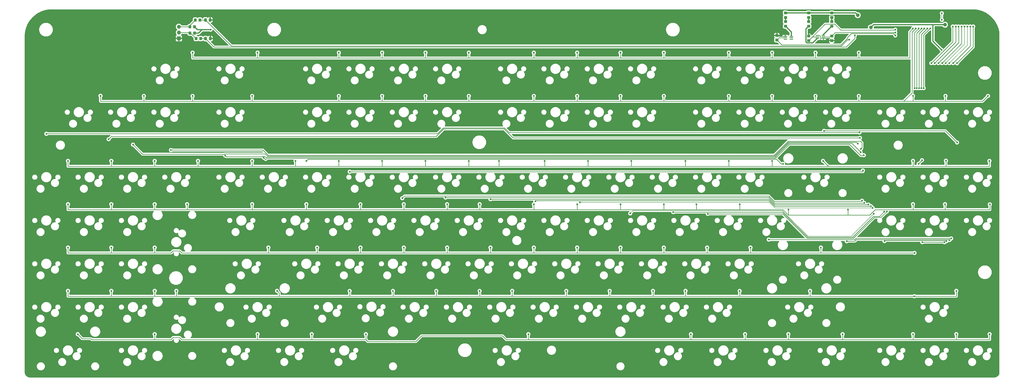
<source format=gtl>
%TF.GenerationSoftware,KiCad,Pcbnew,7.0.5*%
%TF.CreationDate,2023-06-23T10:17:56-04:00*%
%TF.ProjectId,keyboard_mk1,6b657962-6f61-4726-945f-6d6b312e6b69,rev?*%
%TF.SameCoordinates,Original*%
%TF.FileFunction,Copper,L1,Top*%
%TF.FilePolarity,Positive*%
%FSLAX46Y46*%
G04 Gerber Fmt 4.6, Leading zero omitted, Abs format (unit mm)*
G04 Created by KiCad (PCBNEW 7.0.5) date 2023-06-23 10:17:56*
%MOMM*%
%LPD*%
G01*
G04 APERTURE LIST*
G04 Aperture macros list*
%AMRoundRect*
0 Rectangle with rounded corners*
0 $1 Rounding radius*
0 $2 $3 $4 $5 $6 $7 $8 $9 X,Y pos of 4 corners*
0 Add a 4 corners polygon primitive as box body*
4,1,4,$2,$3,$4,$5,$6,$7,$8,$9,$2,$3,0*
0 Add four circle primitives for the rounded corners*
1,1,$1+$1,$2,$3*
1,1,$1+$1,$4,$5*
1,1,$1+$1,$6,$7*
1,1,$1+$1,$8,$9*
0 Add four rect primitives between the rounded corners*
20,1,$1+$1,$2,$3,$4,$5,0*
20,1,$1+$1,$4,$5,$6,$7,0*
20,1,$1+$1,$6,$7,$8,$9,0*
20,1,$1+$1,$8,$9,$2,$3,0*%
G04 Aperture macros list end*
%TA.AperFunction,SMDPad,CuDef*%
%ADD10RoundRect,0.250000X0.450000X-0.350000X0.450000X0.350000X-0.450000X0.350000X-0.450000X-0.350000X0*%
%TD*%
%TA.AperFunction,SMDPad,CuDef*%
%ADD11RoundRect,0.250000X0.450000X-0.325000X0.450000X0.325000X-0.450000X0.325000X-0.450000X-0.325000X0*%
%TD*%
%TA.AperFunction,SMDPad,CuDef*%
%ADD12RoundRect,0.250000X-0.450000X0.350000X-0.450000X-0.350000X0.450000X-0.350000X0.450000X0.350000X0*%
%TD*%
%TA.AperFunction,SMDPad,CuDef*%
%ADD13RoundRect,0.250000X-0.350000X-0.450000X0.350000X-0.450000X0.350000X0.450000X-0.350000X0.450000X0*%
%TD*%
%TA.AperFunction,SMDPad,CuDef*%
%ADD14RoundRect,0.250000X0.337500X0.475000X-0.337500X0.475000X-0.337500X-0.475000X0.337500X-0.475000X0*%
%TD*%
%TA.AperFunction,SMDPad,CuDef*%
%ADD15R,1.500000X0.400000*%
%TD*%
%TA.AperFunction,ComponentPad*%
%ADD16O,1.700000X1.700000*%
%TD*%
%TA.AperFunction,ComponentPad*%
%ADD17R,1.700000X1.700000*%
%TD*%
%TA.AperFunction,ViaPad*%
%ADD18C,0.800000*%
%TD*%
%TA.AperFunction,ViaPad*%
%ADD19C,1.600000*%
%TD*%
%TA.AperFunction,Conductor*%
%ADD20C,0.250000*%
%TD*%
%TA.AperFunction,Conductor*%
%ADD21C,0.200000*%
%TD*%
%TA.AperFunction,Conductor*%
%ADD22C,0.500000*%
%TD*%
G04 APERTURE END LIST*
D10*
%TO.P,R5,1*%
%TO.N,Net-(D122-A)*%
X716280000Y-3540000D03*
%TO.P,R5,2*%
%TO.N,+5V*%
X716280000Y-1540000D03*
%TD*%
D11*
%TO.P,D124,1,K*%
%TO.N,Net-(D124-K)*%
X736600000Y-7375000D03*
%TO.P,D124,2,A*%
%TO.N,Net-(D124-A)*%
X736600000Y-5325000D03*
%TD*%
D12*
%TO.P,R11,1*%
%TO.N,LED2*%
X736600000Y-11700000D03*
%TO.P,R11,2*%
%TO.N,GND*%
X736600000Y-13700000D03*
%TD*%
D10*
%TO.P,R12,1*%
%TO.N,LED3*%
X712470000Y-13430000D03*
%TO.P,R12,2*%
%TO.N,GND*%
X712470000Y-11430000D03*
%TD*%
%TO.P,R4,1*%
%TO.N,Net-(D123-A)*%
X726440000Y-3540000D03*
%TO.P,R4,2*%
%TO.N,+5V*%
X726440000Y-1540000D03*
%TD*%
D13*
%TO.P,R7,1*%
%TO.N,Net-(R6-Pad1)*%
X454472800Y-10414000D03*
%TO.P,R7,2*%
%TO.N,VCC*%
X456472800Y-10414000D03*
%TD*%
D11*
%TO.P,D123,1,K*%
%TO.N,Net-(D123-K)*%
X726440000Y-7375000D03*
%TO.P,D123,2,A*%
%TO.N,Net-(D123-A)*%
X726440000Y-5325000D03*
%TD*%
D13*
%TO.P,R8,1*%
%TO.N,Net-(R8-Pad1)*%
X454472800Y-7620000D03*
%TO.P,R8,2*%
%TO.N,VCC*%
X456472800Y-7620000D03*
%TD*%
D14*
%TO.P,C1,1*%
%TO.N,GND*%
X463397600Y-12801600D03*
%TO.P,C1,2*%
%TO.N,ENC_B*%
X461322600Y-12801600D03*
%TD*%
D10*
%TO.P,R10,1*%
%TO.N,LED1*%
X726440000Y-13700000D03*
%TO.P,R10,2*%
%TO.N,GND*%
X726440000Y-11700000D03*
%TD*%
D15*
%TO.P,Q1,1,S*%
%TO.N,GND*%
X730250000Y-11430000D03*
%TO.P,Q1,2,G*%
%TO.N,LED1*%
X730250000Y-12080000D03*
%TO.P,Q1,3,D*%
%TO.N,Net-(D123-K)*%
X730250000Y-12730000D03*
%TO.P,Q1,4,S*%
%TO.N,GND*%
X732910000Y-12730000D03*
%TO.P,Q1,5,G*%
%TO.N,LED2*%
X732910000Y-12080000D03*
%TO.P,Q1,6,D*%
%TO.N,Net-(D124-K)*%
X732910000Y-11430000D03*
%TD*%
D10*
%TO.P,R3,1*%
%TO.N,Net-(D124-A)*%
X736600000Y-3540000D03*
%TO.P,R3,2*%
%TO.N,+5V*%
X736600000Y-1540000D03*
%TD*%
D16*
%TO.P,SW1,A,A*%
%TO.N,Net-(R8-Pad1)*%
X449580000Y-7620000D03*
%TO.P,SW1,B,B*%
%TO.N,Net-(R6-Pad1)*%
X449580000Y-10160000D03*
D17*
%TO.P,SW1,C,C*%
%TO.N,GND*%
X449580000Y-12700000D03*
%TD*%
D13*
%TO.P,R6,1*%
%TO.N,Net-(R6-Pad1)*%
X457165200Y-12801600D03*
%TO.P,R6,2*%
%TO.N,ENC_B*%
X459165200Y-12801600D03*
%TD*%
D11*
%TO.P,D122,1,K*%
%TO.N,Net-(D122-K)*%
X716280000Y-7375000D03*
%TO.P,D122,2,A*%
%TO.N,Net-(D122-A)*%
X716280000Y-5325000D03*
%TD*%
D14*
%TO.P,C2,1*%
%TO.N,GND*%
X463339000Y-4622800D03*
%TO.P,C2,2*%
%TO.N,ENC_A*%
X461264000Y-4622800D03*
%TD*%
D15*
%TO.P,Q2,1,S*%
%TO.N,GND*%
X716178400Y-11836400D03*
%TO.P,Q2,2,G*%
%TO.N,LED3*%
X716178400Y-12486400D03*
%TO.P,Q2,3,D*%
%TO.N,unconnected-(Q2B-D-Pad3)*%
X716178400Y-13136400D03*
%TO.P,Q2,4,S*%
%TO.N,unconnected-(Q2B-S-Pad4)*%
X718838400Y-13136400D03*
%TO.P,Q2,5,G*%
%TO.N,unconnected-(Q2B-G-Pad5)*%
X718838400Y-12486400D03*
%TO.P,Q2,6,D*%
%TO.N,Net-(D122-K)*%
X718838400Y-11836400D03*
%TD*%
D13*
%TO.P,R9,1*%
%TO.N,Net-(R8-Pad1)*%
X456825600Y-4673600D03*
%TO.P,R9,2*%
%TO.N,ENC_A*%
X458825600Y-4673600D03*
%TD*%
D18*
%TO.N,COLD*%
X446086743Y-61843240D03*
X749399243Y-61305740D03*
%TO.N,COLR*%
X788340364Y-101430240D03*
X743199243Y-101930240D03*
%TO.N,COLA*%
X748799243Y-54105740D03*
X391317993Y-54699490D03*
%TO.N,COLE*%
X749300000Y-62865000D03*
X469899243Y-64224490D03*
%TO.N,COLB*%
X748999243Y-56505740D03*
X418702315Y-57080740D03*
%TO.N,COLC*%
X748030000Y-59055000D03*
X429417993Y-59461990D03*
%TO.N,COLF*%
X486899243Y-65205740D03*
X750699243Y-64105740D03*
%TO.N,COLG*%
X505617993Y-66605740D03*
X715199243Y-67905740D03*
%TO.N,COLP*%
X796188400Y-7518400D03*
X788299243Y-23605740D03*
X755099243Y-89805740D03*
X647999243Y-89705740D03*
%TO.N,COLQ*%
X666899243Y-89142090D03*
X797458400Y-7505740D03*
X759687493Y-88905740D03*
X789940000Y-23605740D03*
%TO.N,ROW3*%
X776099243Y-8405740D03*
X717549243Y-88036990D03*
X662760319Y-85675914D03*
X605610319Y-85675914D03*
X677067993Y-85655740D03*
X548460319Y-85675914D03*
X453230493Y-85655740D03*
X438942993Y-85655740D03*
X567510319Y-85675914D03*
X773998746Y-34605740D03*
X643727996Y-85658237D03*
X505617993Y-85655740D03*
X624677996Y-85658237D03*
X786399243Y-85655740D03*
X529410319Y-85675914D03*
X743742993Y-88036990D03*
X696117993Y-85655740D03*
X400842993Y-85655740D03*
X772317993Y-85655740D03*
X419892993Y-85655740D03*
X806099243Y-85705740D03*
X581817993Y-85655740D03*
X481805493Y-85655740D03*
%TO.N,COLK*%
X781799243Y-23605740D03*
X566799243Y-82730240D03*
X750899243Y-85105740D03*
X791108400Y-7505240D03*
%TO.N,ROW1*%
X519905493Y-38030740D03*
X710405493Y-38030740D03*
X415130435Y-37980742D03*
X577055493Y-38030740D03*
X434180452Y-38030742D03*
X558005493Y-38030740D03*
X662780493Y-38030740D03*
X805299243Y-38030740D03*
X538955493Y-38030740D03*
X691355493Y-38030740D03*
X729455493Y-38030740D03*
X455611743Y-38030740D03*
X772317993Y-38030740D03*
X624680493Y-38030740D03*
X605630493Y-38030740D03*
X643730493Y-38030740D03*
X786599243Y-38030740D03*
X773499243Y-8405740D03*
X481805493Y-38030740D03*
X748505493Y-38030740D03*
%TO.N,ROW0*%
X662780493Y-18980740D03*
X484186743Y-18980740D03*
X710405493Y-18980740D03*
X605630493Y-18980740D03*
X577055493Y-18980740D03*
X729455493Y-18980740D03*
X643730493Y-18980740D03*
X455611743Y-18980740D03*
X772299243Y-8405740D03*
X558005493Y-18980740D03*
X691355493Y-18980740D03*
X748505493Y-18980740D03*
X624680493Y-18980740D03*
X538955493Y-18980740D03*
X519905493Y-18980740D03*
%TO.N,ROW2*%
X710405493Y-66605740D03*
X772317993Y-66605740D03*
X691355493Y-66605740D03*
X772999243Y-34605740D03*
X419892993Y-66605740D03*
X500855493Y-66605740D03*
X558005493Y-66605740D03*
X629442993Y-66605740D03*
X786799243Y-66505740D03*
X438942993Y-66605740D03*
X774799243Y-8405740D03*
X457992993Y-66605740D03*
X577055493Y-66605740D03*
X610392993Y-66605740D03*
X481805493Y-66605740D03*
X672305493Y-66605740D03*
X538955493Y-66605740D03*
X805899243Y-66605740D03*
X648492993Y-66605740D03*
X590346800Y-66605240D03*
X732790000Y-66605740D03*
X519905493Y-66605740D03*
X400842993Y-66605740D03*
%TO.N,ROW4*%
X400842993Y-104705740D03*
X567530493Y-104705740D03*
X774998249Y-34605740D03*
X438942993Y-104705740D03*
X510380493Y-104705740D03*
X681830493Y-104705740D03*
X548480493Y-104705740D03*
X488949243Y-104705740D03*
X605630493Y-104705740D03*
X731836743Y-104705740D03*
X777299243Y-8405740D03*
X700880493Y-104705740D03*
X586580493Y-104705740D03*
X643730493Y-104705740D03*
X662780493Y-104705740D03*
X772999243Y-107086990D03*
X624680493Y-104705740D03*
X529430493Y-104705740D03*
X419892993Y-104705740D03*
%TO.N,ROW5*%
X772899243Y-126117590D03*
X696097819Y-123775914D03*
X672305493Y-123755740D03*
X492760000Y-123755740D03*
X638965496Y-123758237D03*
X778599243Y-8405740D03*
X658015496Y-123758237D03*
X400842993Y-123755740D03*
X438942993Y-123755740D03*
X543697819Y-123775914D03*
X448467993Y-123755740D03*
X727074243Y-123755740D03*
X562747819Y-123775914D03*
X581797819Y-123775914D03*
X791367993Y-123755740D03*
X775997752Y-34605740D03*
X619897819Y-123775914D03*
X524647819Y-123775914D03*
X596105493Y-123755740D03*
X419892993Y-123755740D03*
%TO.N,ROW6*%
X805999243Y-142805740D03*
X438942993Y-142805740D03*
X772317993Y-142805740D03*
X674686743Y-142805740D03*
X776299243Y-66305740D03*
X507999243Y-142805740D03*
X484186743Y-142805740D03*
X531811743Y-142805740D03*
X774788493Y-67905740D03*
X698499243Y-142805740D03*
X717549243Y-142805740D03*
X779899243Y-8405740D03*
X791367993Y-142805740D03*
X603249243Y-142805740D03*
X405130000Y-142805740D03*
X741361743Y-142805740D03*
X776999243Y-34605740D03*
%TO.N,COLH*%
X524667993Y-71368240D03*
X750299243Y-70805740D03*
%TO.N,COLJ*%
X547799243Y-83005740D03*
X780399243Y-23605740D03*
X789799243Y-7505740D03*
X749899243Y-84105740D03*
%TO.N,COLM*%
X753799243Y-86505740D03*
X785099243Y-23605740D03*
X793648400Y-7505740D03*
X606299243Y-84305740D03*
%TO.N,COLN*%
X625899243Y-84805740D03*
X786699243Y-23605740D03*
X794999243Y-7505740D03*
X754599243Y-87305740D03*
%TO.N,COLS*%
X791702493Y-58505740D03*
X733199243Y-53405740D03*
%TO.N,COLT*%
X787033194Y-101880240D03*
X759799243Y-101880240D03*
%TO.N,COLX*%
X786153580Y-102354880D03*
X776399243Y-102330240D03*
%TO.N,COLL*%
X783499243Y-23605740D03*
X586580493Y-83454740D03*
X792327600Y-7505240D03*
X752699243Y-85805740D03*
%TO.N,I2C_P*%
X784999243Y-1705740D03*
X784999243Y-4605740D03*
%TO.N,VCC*%
X463550000Y-8890000D03*
X784860000Y-17780000D03*
D19*
X753799243Y-7905740D03*
X786399243Y-6705740D03*
D18*
%TO.N,LED3*%
X764540000Y-11430000D03*
%TO.N,LED2*%
X764540000Y-10160000D03*
%TO.N,COL<*%
X682099243Y-89905740D03*
X760799243Y-88905740D03*
X791686672Y-23653328D03*
X798799243Y-7505740D03*
%TO.N,COL>*%
X708899243Y-101205740D03*
X789099243Y-100705740D03*
%TO.N,LED1*%
X764540000Y-8890000D03*
%TO.N,ENC_B*%
X746760000Y-11430000D03*
%TO.N,ENC_A*%
X744220000Y-13335000D03*
D19*
%TO.N,+5V*%
X748030000Y-2540000D03*
D18*
%TO.N,GND*%
X740410000Y-12700000D03*
D19*
X782218400Y-4572000D03*
D18*
X466090000Y-12700000D03*
D19*
X753399243Y-5405740D03*
%TD*%
D20*
%TO.N,COLD*%
X486555285Y-61843262D02*
X446086765Y-61843262D01*
X446086765Y-61843262D02*
X446086743Y-61843240D01*
X488792763Y-64080740D02*
X486555285Y-61843262D01*
X749399243Y-61305740D02*
X749924243Y-60780740D01*
X749924243Y-60780740D02*
X749924243Y-58605435D01*
X749288808Y-57970000D02*
X717400795Y-57970000D01*
X749924243Y-58605435D02*
X749288808Y-57970000D01*
X711290055Y-64080740D02*
X488792763Y-64080740D01*
X717400795Y-57970000D02*
X711290055Y-64080740D01*
%TO.N,COLR*%
X746711139Y-101930240D02*
X747485639Y-101155740D01*
X787649243Y-101155740D02*
X787799243Y-101305740D01*
X747485639Y-101155740D02*
X787649243Y-101155740D01*
X787799243Y-101305740D02*
X788499243Y-101305740D01*
X743199243Y-101930240D02*
X746711139Y-101930240D01*
%TO.N,COLA*%
X748774243Y-54130740D02*
X748799243Y-54105740D01*
X391407483Y-54610000D02*
X563286633Y-54610000D01*
X563286633Y-54610000D02*
X565826633Y-52070000D01*
X594790093Y-54130740D02*
X748774243Y-54130740D01*
X391317993Y-54699490D02*
X391407483Y-54610000D01*
X565826633Y-52070000D02*
X592729353Y-52070000D01*
X592729353Y-52070000D02*
X594790093Y-54130740D01*
%TO.N,COLE*%
X749300000Y-62718248D02*
X745451752Y-58870000D01*
X711662847Y-64980740D02*
X488156367Y-64980740D01*
X745451752Y-58870000D02*
X717773587Y-58870000D01*
X486598938Y-64480740D02*
X486309678Y-64770000D01*
X487199548Y-64480740D02*
X486598938Y-64480740D01*
X487927958Y-65209150D02*
X487199548Y-64480740D01*
X486309678Y-64770000D02*
X470444753Y-64770000D01*
X470444753Y-64770000D02*
X469899243Y-64224490D01*
X717773587Y-58870000D02*
X711662847Y-64980740D01*
X488156367Y-64980740D02*
X487927958Y-65209150D01*
X749300000Y-62865000D02*
X749300000Y-62718248D01*
%TO.N,COLB*%
X592542957Y-52520000D02*
X596528697Y-56505740D01*
X418702315Y-57080740D02*
X419903055Y-55880000D01*
X566013029Y-52520000D02*
X592542957Y-52520000D01*
X562653029Y-55880000D02*
X566013029Y-52520000D01*
X596528697Y-56505740D02*
X748999243Y-56505740D01*
X419903055Y-55880000D02*
X562653029Y-55880000D01*
%TO.N,COLC*%
X469598938Y-63499490D02*
X469469227Y-63629201D01*
X433585204Y-63629201D02*
X429417993Y-59461990D01*
X469469227Y-63629201D02*
X433585204Y-63629201D01*
X747395000Y-58420000D02*
X717587191Y-58420000D01*
X717587191Y-58420000D02*
X711476451Y-64530740D01*
X487575117Y-63499490D02*
X469598938Y-63499490D01*
X711476451Y-64530740D02*
X488606367Y-64530740D01*
X748030000Y-59055000D02*
X747395000Y-58420000D01*
X488606367Y-64530740D02*
X487575117Y-63499490D01*
%TO.N,COLF*%
X488342763Y-65430740D02*
X711849243Y-65430740D01*
X749298938Y-64230740D02*
X750574243Y-64230740D01*
X711849243Y-65430740D02*
X717959983Y-59320000D01*
X486899243Y-65205740D02*
X487733503Y-66040000D01*
X487733503Y-66040000D02*
X488342763Y-65430740D01*
X717959983Y-59320000D02*
X744388198Y-59320000D01*
X744388198Y-59320000D02*
X749298938Y-64230740D01*
X750574243Y-64230740D02*
X750699243Y-64105740D01*
%TO.N,COLG*%
X505617993Y-66605740D02*
X506342993Y-65880740D01*
X712299243Y-65880740D02*
X714324243Y-67905740D01*
X506342993Y-65880740D02*
X712299243Y-65880740D01*
X714324243Y-67905740D02*
X715199243Y-67905740D01*
D21*
%TO.N,COLP*%
X796188400Y-7518400D02*
X796188400Y-15716583D01*
X649262393Y-88442590D02*
X714899243Y-88442590D01*
X647999243Y-89705740D02*
X649262393Y-88442590D01*
X745175493Y-99729490D02*
X755099243Y-89805740D01*
X714899243Y-88442590D02*
X726186143Y-99729490D01*
X796188400Y-15716583D02*
X788299243Y-23605740D01*
X726186143Y-99729490D02*
X745175493Y-99729490D01*
D20*
%TO.N,COLQ*%
X797458400Y-7505740D02*
X797458400Y-16079092D01*
X754893865Y-91000362D02*
X757592871Y-91000362D01*
X714997703Y-89142090D02*
X726010103Y-100154490D01*
X797458400Y-16079092D02*
X789940000Y-23597492D01*
X757592871Y-91000362D02*
X759687493Y-88905740D01*
X745739737Y-100154490D02*
X754893865Y-91000362D01*
X726010103Y-100154490D02*
X745739737Y-100154490D01*
X789940000Y-23597492D02*
X789940000Y-23605740D01*
X666899243Y-89142090D02*
X714997703Y-89142090D01*
%TO.N,ROW3*%
X717549243Y-88036990D02*
X717549243Y-90418240D01*
X743742993Y-90418240D02*
X753267993Y-90418240D01*
X400862393Y-88017590D02*
X419892993Y-88017590D01*
X662780493Y-85696088D02*
X662780493Y-88017590D01*
X529410319Y-85675914D02*
X529430493Y-85696088D01*
X400842993Y-85655740D02*
X400842993Y-88036990D01*
X662760319Y-85675914D02*
X662780493Y-85696088D01*
X605630493Y-85696088D02*
X605630493Y-88017590D01*
X662780493Y-88017590D02*
X677067993Y-88017590D01*
X715148593Y-88017590D02*
X717549243Y-90418240D01*
X755649243Y-88036990D02*
X772317993Y-88036990D01*
X548480493Y-88017590D02*
X567530493Y-88017590D01*
X529430493Y-88017590D02*
X548480493Y-88017590D01*
X753267993Y-90418240D02*
X755649243Y-88036990D01*
X605630493Y-88017590D02*
X624680493Y-88017590D01*
X624677996Y-85658237D02*
X624680493Y-85660734D01*
X743742993Y-88036990D02*
X743742993Y-90418240D01*
X453230493Y-88017590D02*
X481805493Y-88017590D01*
X567530493Y-85696088D02*
X567530493Y-88017590D01*
X624680493Y-85660734D02*
X624680493Y-88017590D01*
X481805493Y-85655740D02*
X481805493Y-88017590D01*
X717549243Y-90418240D02*
X743742993Y-90418240D01*
X786399243Y-85655740D02*
X786399243Y-88036990D01*
X772317993Y-88036990D02*
X791367993Y-88036990D01*
X696117993Y-85655740D02*
X696117993Y-88017590D01*
X505617993Y-85655740D02*
X505617993Y-88017590D01*
X581817993Y-88017590D02*
X605630493Y-88017590D01*
X786399243Y-88036990D02*
X791367993Y-88036990D01*
X548460319Y-85675914D02*
X548480493Y-85696088D01*
X772317993Y-85655740D02*
X772317993Y-88036990D01*
X806099243Y-85705740D02*
X806099243Y-88036990D01*
X453230493Y-85655740D02*
X453230493Y-88017590D01*
X419892993Y-85655740D02*
X419892993Y-88017590D01*
X791367993Y-88036990D02*
X806099243Y-88036990D01*
X529430493Y-85696088D02*
X529430493Y-88017590D01*
X419892993Y-88017590D02*
X438942993Y-88017590D01*
X776099243Y-8405740D02*
X773998746Y-10506237D01*
X567510319Y-85675914D02*
X567530493Y-85696088D01*
X677067993Y-85655740D02*
X677067993Y-88017590D01*
X481805493Y-88017590D02*
X505617993Y-88017590D01*
X438942993Y-85655740D02*
X438942993Y-88017590D01*
X643727996Y-85658237D02*
X643730493Y-85660734D01*
X643730493Y-85660734D02*
X643730493Y-88017590D01*
X400842993Y-88036990D02*
X400862393Y-88017590D01*
X624680493Y-88017590D02*
X643730493Y-88017590D01*
X696117993Y-88017590D02*
X715148593Y-88017590D01*
X643730493Y-88017590D02*
X662780493Y-88017590D01*
X438942993Y-88017590D02*
X453230493Y-88017590D01*
X677067993Y-88017590D02*
X696117993Y-88017590D01*
X605610319Y-85675914D02*
X605630493Y-85696088D01*
X505617993Y-88017590D02*
X529430493Y-88017590D01*
X773998746Y-10506237D02*
X773998746Y-34605740D01*
X548480493Y-85696088D02*
X548480493Y-88017590D01*
X567530493Y-88017590D02*
X581817993Y-88017590D01*
X581817993Y-85655740D02*
X581817993Y-88017590D01*
%TO.N,COLK*%
X750849243Y-85155740D02*
X750899243Y-85105740D01*
X708987347Y-82730240D02*
X711412847Y-85155740D01*
X791108400Y-14296583D02*
X781799243Y-23605740D01*
X711412847Y-85155740D02*
X750849243Y-85155740D01*
X566799243Y-82730240D02*
X708987347Y-82730240D01*
X791108400Y-7505240D02*
X791108400Y-14296583D01*
%TO.N,ROW1*%
X772317993Y-40411990D02*
X769936743Y-40411990D01*
X481805493Y-38030740D02*
X481805493Y-40411990D01*
X729455493Y-38030740D02*
X729455493Y-40411990D01*
X691355493Y-38030740D02*
X691355493Y-40411990D01*
X768199243Y-40411990D02*
X786599243Y-40411990D01*
X415130437Y-37980744D02*
X415130435Y-37980742D01*
X773499243Y-8405740D02*
X771906000Y-9998983D01*
X605630493Y-38030740D02*
X605630493Y-40411990D01*
X710405493Y-38030740D02*
X710405493Y-40411990D01*
X624680493Y-40411990D02*
X643730493Y-40411990D01*
X558005493Y-38030740D02*
X558005493Y-40411990D01*
X748505493Y-40411990D02*
X768199243Y-40411990D01*
X624680493Y-38030740D02*
X624680493Y-40411990D01*
X434180453Y-40411990D02*
X427036743Y-40411990D01*
X577055493Y-38030740D02*
X577055493Y-40411990D01*
X519905493Y-38030740D02*
X519905493Y-40411990D01*
X643730493Y-38030740D02*
X643730493Y-40411990D01*
X729455493Y-40411990D02*
X748505493Y-40411990D01*
X802917993Y-40411990D02*
X791367993Y-40411990D01*
X455611743Y-40411990D02*
X434180453Y-40411990D01*
X771906000Y-36705233D02*
X768199243Y-40411990D01*
X786599243Y-38030740D02*
X786599243Y-40411990D01*
X771906000Y-9998983D02*
X771906000Y-36705233D01*
X538955493Y-38030740D02*
X538955493Y-40411990D01*
X665161743Y-40411990D02*
X691355493Y-40411990D01*
X455611743Y-40411990D02*
X481805493Y-40411990D01*
X455611743Y-38030740D02*
X455611743Y-40411990D01*
X786599243Y-40411990D02*
X791367993Y-40411990D01*
X805299243Y-38030740D02*
X802917993Y-40411990D01*
X558005493Y-40411990D02*
X577055493Y-40411990D01*
X643730493Y-40411990D02*
X665161743Y-40411990D01*
X415130437Y-40411990D02*
X415130437Y-37980744D01*
X577055493Y-40411990D02*
X605630493Y-40411990D01*
X481805493Y-40411990D02*
X519905493Y-40411990D01*
X748505493Y-38030740D02*
X748505493Y-40411990D01*
X519905493Y-40411990D02*
X538955493Y-40411990D01*
X772317993Y-38030740D02*
X772317993Y-40411990D01*
X605630493Y-40411990D02*
X624680493Y-40411990D01*
X427036743Y-40411990D02*
X415130437Y-40411990D01*
X538955493Y-40411990D02*
X558005493Y-40411990D01*
X662780493Y-38030740D02*
X662780493Y-40411990D01*
X691355493Y-40411990D02*
X729455493Y-40411990D01*
X434180452Y-38030742D02*
X434180452Y-40411989D01*
X434180452Y-40411989D02*
X434180453Y-40411990D01*
X662780493Y-40411990D02*
X665161743Y-40411990D01*
X710405493Y-40411990D02*
X698499243Y-40411990D01*
%TO.N,ROW0*%
X770890000Y-21361990D02*
X748505493Y-21361990D01*
X538955493Y-18980740D02*
X538955493Y-21361990D01*
X624680493Y-18980740D02*
X624680493Y-21361990D01*
X577055493Y-21361990D02*
X605630493Y-21361990D01*
X560386743Y-21361990D02*
X577055493Y-21361990D01*
X729455493Y-21361990D02*
X748505493Y-21361990D01*
X729455493Y-18980740D02*
X729455493Y-21361990D01*
X519905493Y-18980740D02*
X519905493Y-21361990D01*
X691355493Y-18980740D02*
X691355493Y-21361990D01*
X643730493Y-18980740D02*
X643730493Y-21361990D01*
X772299243Y-8405740D02*
X770890000Y-9814983D01*
X605630493Y-21361990D02*
X643730493Y-21361990D01*
X605630493Y-18980740D02*
X605630493Y-21361990D01*
X770890000Y-9814983D02*
X770890000Y-21361990D01*
X662780493Y-18980740D02*
X662780493Y-21361990D01*
X624680493Y-21361990D02*
X627061743Y-21361990D01*
X710405493Y-21361990D02*
X729455493Y-21361990D01*
X643730493Y-21361990D02*
X662780493Y-21361990D01*
X748505493Y-18980740D02*
X748505493Y-21361990D01*
X558005493Y-21361990D02*
X560386743Y-21361990D01*
X538955493Y-21361990D02*
X560386743Y-21361990D01*
X455611743Y-18980740D02*
X455611743Y-21361990D01*
X662780493Y-21361990D02*
X691355493Y-21361990D01*
X519905493Y-21361990D02*
X538955493Y-21361990D01*
X691355493Y-21361990D02*
X710405493Y-21361990D01*
X455611743Y-21361990D02*
X484186743Y-21361990D01*
X710405493Y-18980740D02*
X710405493Y-21361990D01*
X577055493Y-18980740D02*
X577055493Y-21361990D01*
X484186743Y-21361990D02*
X519905493Y-21361990D01*
X484186743Y-18980740D02*
X484186743Y-21361990D01*
X558005493Y-18980740D02*
X558005493Y-21361990D01*
%TO.N,ROW2*%
X738980493Y-68986990D02*
X772317993Y-68986990D01*
X590346800Y-68986990D02*
X591342993Y-68986990D01*
X648492993Y-66605740D02*
X648492993Y-68986990D01*
X629442993Y-68986990D02*
X648492993Y-68986990D01*
X710405493Y-66605740D02*
X710405493Y-68986990D01*
X538955493Y-66605740D02*
X538955493Y-68986990D01*
X577055493Y-66605740D02*
X577055493Y-68986990D01*
X558005493Y-66605740D02*
X558005493Y-68986990D01*
X457992993Y-66605740D02*
X457992993Y-68986990D01*
X538955493Y-68986990D02*
X558005493Y-68986990D01*
X500855493Y-68986990D02*
X519905493Y-68986990D01*
X419892993Y-68986990D02*
X438942993Y-68986990D01*
X772999243Y-10205740D02*
X772999243Y-34605740D01*
X772317993Y-68986990D02*
X791367993Y-68986990D01*
X519905493Y-66605740D02*
X519905493Y-68986990D01*
X419892993Y-66605740D02*
X419892993Y-68986990D01*
X732790000Y-66605740D02*
X735171250Y-68986990D01*
X500855493Y-66605740D02*
X500855493Y-68986990D01*
X691355493Y-66605740D02*
X691355493Y-68986990D01*
X774799243Y-8405740D02*
X772999243Y-10205740D01*
X691355493Y-68986990D02*
X710405493Y-68986990D01*
X786799243Y-66505740D02*
X786799243Y-68986990D01*
X786799243Y-68986990D02*
X791367993Y-68986990D01*
X629442993Y-66605740D02*
X629442993Y-68986990D01*
X558005493Y-68986990D02*
X577055493Y-68986990D01*
X481805493Y-66605740D02*
X481805493Y-68986990D01*
X457992993Y-68986990D02*
X481805493Y-68986990D01*
X672305493Y-68986990D02*
X691355493Y-68986990D01*
X610392993Y-66605740D02*
X610392993Y-68986990D01*
X590346800Y-66605240D02*
X590346800Y-68986990D01*
X672305493Y-66605740D02*
X672305493Y-68986990D01*
X438942993Y-66605740D02*
X438942993Y-68986990D01*
X735171250Y-68986990D02*
X738980493Y-68986990D01*
X648492993Y-68986990D02*
X672305493Y-68986990D01*
X710405493Y-68986990D02*
X738980493Y-68986990D01*
X805899243Y-66605740D02*
X805899243Y-68986990D01*
X791367993Y-68986990D02*
X805899243Y-68986990D01*
X610392993Y-68986990D02*
X629442993Y-68986990D01*
X591342993Y-68986990D02*
X610392993Y-68986990D01*
X519905493Y-68986990D02*
X538955493Y-68986990D01*
X400842993Y-66605740D02*
X400842993Y-68986990D01*
X438942993Y-68986990D02*
X457992993Y-68986990D01*
X400842993Y-68986990D02*
X419892993Y-68986990D01*
X481805493Y-68986990D02*
X500855493Y-68986990D01*
X577055493Y-68986990D02*
X591342993Y-68986990D01*
X772317993Y-66605740D02*
X772317993Y-68986990D01*
%TO.N,ROW4*%
X700880493Y-107086990D02*
X731836743Y-107086990D01*
X777279760Y-8405740D02*
X777299243Y-8405740D01*
X510380493Y-107086990D02*
X529430493Y-107086990D01*
X419892993Y-104705740D02*
X419892993Y-107086990D01*
X643730493Y-107086990D02*
X662780493Y-107086990D01*
X586580493Y-107086990D02*
X605630493Y-107086990D01*
X662780493Y-104705740D02*
X662780493Y-107086990D01*
X681830493Y-104705740D02*
X681830493Y-107086990D01*
X446086743Y-107086990D02*
X447019243Y-106154490D01*
X510380493Y-104705740D02*
X510380493Y-107086990D01*
X567530493Y-104705740D02*
X567530493Y-107086990D01*
X662780493Y-107086990D02*
X681830493Y-107086990D01*
X400842993Y-107086990D02*
X419892993Y-107086990D01*
X449916743Y-106154490D02*
X450849243Y-107086990D01*
X567530493Y-107086990D02*
X586580493Y-107086990D01*
X488949243Y-104705740D02*
X488949243Y-107086990D01*
X450849243Y-107086990D02*
X488949243Y-107086990D01*
X586580493Y-104705740D02*
X586580493Y-107086990D01*
X624680493Y-107086990D02*
X643730493Y-107086990D01*
X681830493Y-107086990D02*
X700880493Y-107086990D01*
X400842993Y-104705740D02*
X400842993Y-107086990D01*
X438942993Y-107086990D02*
X446086743Y-107086990D01*
X529430493Y-107086990D02*
X548480493Y-107086990D01*
X700880493Y-104705740D02*
X700880493Y-107086990D01*
X605630493Y-104705740D02*
X605630493Y-107086990D01*
X731836743Y-104705740D02*
X731836743Y-107086990D01*
X774999243Y-34604746D02*
X774999243Y-10686257D01*
X548480493Y-107086990D02*
X567530493Y-107086990D01*
X772999243Y-107086990D02*
X747799243Y-107086990D01*
X774998249Y-34605740D02*
X774999243Y-34604746D01*
X438942993Y-104705740D02*
X438942993Y-107086990D01*
X643730493Y-104705740D02*
X643730493Y-107086990D01*
X529430493Y-104705740D02*
X529430493Y-107086990D01*
X419892993Y-107086990D02*
X438942993Y-107086990D01*
X548480493Y-104705740D02*
X548480493Y-107086990D01*
X605630493Y-107086990D02*
X624680493Y-107086990D01*
X774999243Y-10686257D02*
X777279760Y-8405740D01*
X731836743Y-107086990D02*
X747799243Y-107086990D01*
X624680493Y-104705740D02*
X624680493Y-107086990D01*
X488949243Y-107086990D02*
X510380493Y-107086990D01*
X447019243Y-106154490D02*
X449916743Y-106154490D01*
%TO.N,ROW5*%
X775997752Y-34605740D02*
X775999243Y-34604249D01*
X696117993Y-123796088D02*
X696117993Y-126117590D01*
X448467993Y-123755740D02*
X448467993Y-126117590D01*
X638965496Y-123758237D02*
X638967993Y-123760734D01*
X562767993Y-126117590D02*
X581817993Y-126117590D01*
X400862393Y-126117590D02*
X419892993Y-126117590D01*
X672305493Y-123755740D02*
X672305493Y-126117590D01*
X658015496Y-123758237D02*
X658017993Y-123760734D01*
X658017993Y-123760734D02*
X658017993Y-126117590D01*
X562747819Y-123775914D02*
X562767993Y-123796088D01*
X438942993Y-126117590D02*
X448467993Y-126117590D01*
X696117993Y-126117590D02*
X727074243Y-126117590D01*
X524647819Y-123775914D02*
X524667993Y-123796088D01*
X543717993Y-123796088D02*
X543717993Y-126117590D01*
X775999243Y-34604249D02*
X775999243Y-11005740D01*
X400842993Y-126136990D02*
X400862393Y-126117590D01*
X658017993Y-126117590D02*
X672305493Y-126117590D01*
X596105493Y-126117590D02*
X619917993Y-126117590D01*
X493711743Y-126117590D02*
X524667993Y-126117590D01*
X791367993Y-126117590D02*
X772899243Y-126117590D01*
X493711743Y-124707483D02*
X493711743Y-126117590D01*
X543717993Y-126117590D02*
X562767993Y-126117590D01*
X400842993Y-123755740D02*
X400842993Y-126136990D01*
X581817993Y-126117590D02*
X596105493Y-126117590D01*
X638967993Y-123760734D02*
X638967993Y-126117590D01*
X448467993Y-126117590D02*
X493711743Y-126117590D01*
X581797819Y-123775914D02*
X581817993Y-123796088D01*
X619917993Y-123796088D02*
X619917993Y-126117590D01*
X524667993Y-123796088D02*
X524667993Y-126117590D01*
X638967993Y-126117590D02*
X658017993Y-126117590D01*
X419892993Y-123755740D02*
X419892993Y-126117590D01*
X791367993Y-123755740D02*
X791367993Y-126117590D01*
X619917993Y-126117590D02*
X638967993Y-126117590D01*
X524667993Y-126117590D02*
X543717993Y-126117590D01*
X727074243Y-126117590D02*
X772899243Y-126117590D01*
X596105493Y-123755740D02*
X596105493Y-126117590D01*
X543697819Y-123775914D02*
X543717993Y-123796088D01*
X727074243Y-123755740D02*
X727074243Y-126117590D01*
X581817993Y-123796088D02*
X581817993Y-126117590D01*
X696097819Y-123775914D02*
X696117993Y-123796088D01*
X619897819Y-123775914D02*
X619917993Y-123796088D01*
X775999243Y-11005740D02*
X778599243Y-8405740D01*
X492760000Y-123755740D02*
X493711743Y-124707483D01*
X438942993Y-123755740D02*
X438942993Y-126117590D01*
X672305493Y-126117590D02*
X696117993Y-126117590D01*
X562767993Y-123796088D02*
X562767993Y-126117590D01*
X419892993Y-126117590D02*
X438942993Y-126117590D01*
%TO.N,ROW6*%
X698499243Y-145186990D02*
X717549243Y-145186990D01*
X805999243Y-142805740D02*
X805999243Y-145186990D01*
X603249243Y-142805740D02*
X603249243Y-145186990D01*
X674686743Y-145186990D02*
X698499243Y-145186990D01*
X531811743Y-142805740D02*
X531811743Y-145186990D01*
X776999243Y-11205740D02*
X776999243Y-34605740D01*
X438942993Y-145186990D02*
X446086743Y-145186990D01*
X779799243Y-8405740D02*
X776999243Y-11205740D01*
X449916743Y-144254490D02*
X450849243Y-145186990D01*
X603249243Y-145186990D02*
X674686743Y-145186990D01*
X774788493Y-67905740D02*
X774788493Y-67816490D01*
X791367993Y-142805740D02*
X791367993Y-145186990D01*
X405130000Y-142805740D02*
X407104260Y-144780000D01*
X591820000Y-143510000D02*
X593496990Y-145186990D01*
X531811743Y-145186990D02*
X532674753Y-146050000D01*
X446086743Y-145186990D02*
X447019243Y-144254490D01*
X741361743Y-145186990D02*
X772317993Y-145186990D01*
X593496990Y-145186990D02*
X603249243Y-145186990D01*
X774788493Y-67816490D02*
X776299243Y-66305740D01*
X507999243Y-145186990D02*
X531811743Y-145186990D01*
X772317993Y-142805740D02*
X772317993Y-145186990D01*
X674686743Y-142805740D02*
X674686743Y-145186990D01*
X410914260Y-144780000D02*
X411321250Y-145186990D01*
X507999243Y-142805740D02*
X507999243Y-145186990D01*
X717549243Y-142805740D02*
X717549243Y-145186990D01*
X556260000Y-143510000D02*
X591820000Y-143510000D01*
X791367993Y-145186990D02*
X805999243Y-145186990D01*
X484186743Y-145186990D02*
X507999243Y-145186990D01*
X553720000Y-146050000D02*
X556260000Y-143510000D01*
X438942993Y-142805740D02*
X438942993Y-145186990D01*
X532674753Y-146050000D02*
X553720000Y-146050000D01*
X772317993Y-145186990D02*
X791367993Y-145186990D01*
X407104260Y-144780000D02*
X410914260Y-144780000D01*
X779899243Y-8405740D02*
X779799243Y-8405740D01*
X447019243Y-144254490D02*
X449916743Y-144254490D01*
X484186743Y-142805740D02*
X484186743Y-145186990D01*
X717549243Y-145186990D02*
X741361743Y-145186990D01*
X741361743Y-142805740D02*
X741361743Y-145186990D01*
X450849243Y-145186990D02*
X484186743Y-145186990D01*
X698499243Y-142805740D02*
X698499243Y-145186990D01*
X411321250Y-145186990D02*
X438942993Y-145186990D01*
%TO.N,COLH*%
X524667993Y-71368240D02*
X750299243Y-71368240D01*
X750299243Y-71368240D02*
X750299243Y-70805740D01*
%TO.N,COLJ*%
X789799243Y-14205740D02*
X789799243Y-7505740D01*
X708899243Y-82005740D02*
X711348503Y-84455000D01*
X548799243Y-82005740D02*
X708899243Y-82005740D01*
X547799243Y-83005740D02*
X548799243Y-82005740D01*
X749549983Y-84455000D02*
X749899243Y-84105740D01*
X780399243Y-23605740D02*
X789799243Y-14205740D01*
X711348503Y-84455000D02*
X749549983Y-84455000D01*
%TO.N,COLM*%
X793699200Y-15005783D02*
X785099243Y-23605740D01*
X709065055Y-84080740D02*
X711515055Y-86530740D01*
X753774243Y-86530740D02*
X753799243Y-86505740D01*
X793699200Y-7556540D02*
X793699200Y-15005783D01*
X606299243Y-84305740D02*
X606524243Y-84080740D01*
X606524243Y-84080740D02*
X709065055Y-84080740D01*
X711515055Y-86530740D02*
X753774243Y-86530740D01*
X793648400Y-7505740D02*
X793699200Y-7556540D01*
D21*
%TO.N,COLN*%
X711689015Y-87305740D02*
X754599243Y-87305740D01*
X794999243Y-15305740D02*
X794999243Y-7505740D01*
X709189015Y-84805740D02*
X711689015Y-87305740D01*
X625899243Y-84805740D02*
X709189015Y-84805740D01*
X786699243Y-23605740D02*
X794999243Y-15305740D01*
D20*
%TO.N,COLS*%
X733199243Y-53405740D02*
X733224243Y-53380740D01*
X733224243Y-53380740D02*
X786577493Y-53380740D01*
X786577493Y-53380740D02*
X791702493Y-58505740D01*
%TO.N,COLT*%
X760073743Y-101605740D02*
X786758694Y-101605740D01*
X759799243Y-101880240D02*
X760073743Y-101605740D01*
X786758694Y-101605740D02*
X787033194Y-101880240D01*
%TO.N,COLX*%
X786128940Y-102330240D02*
X786153580Y-102354880D01*
X776399243Y-102330240D02*
X786128940Y-102330240D01*
%TO.N,COLL*%
X709075451Y-83454740D02*
X711451451Y-85830740D01*
X783499243Y-23505740D02*
X783499243Y-23605740D01*
X752674243Y-85830740D02*
X752699243Y-85805740D01*
X586580493Y-83454740D02*
X709075451Y-83454740D01*
X711451451Y-85830740D02*
X752674243Y-85830740D01*
X792378400Y-7556040D02*
X792378400Y-14626583D01*
X792378400Y-14626583D02*
X783499243Y-23505740D01*
X792327600Y-7505240D02*
X792378400Y-7556040D01*
D21*
%TO.N,I2C_P*%
X784999243Y-4605740D02*
X784999243Y-1705740D01*
D22*
%TO.N,VCC*%
X457742800Y-8890000D02*
X456472800Y-7620000D01*
X463550000Y-8890000D02*
X459740000Y-8890000D01*
X781050000Y-13970000D02*
X784860000Y-17780000D01*
X458216000Y-10414000D02*
X456472800Y-10414000D01*
X786349243Y-6655740D02*
X786399243Y-6705740D01*
X781050000Y-6655740D02*
X781050000Y-13970000D01*
X459740000Y-8890000D02*
X457742800Y-8890000D01*
X459740000Y-8890000D02*
X458216000Y-10414000D01*
X755049243Y-6655740D02*
X781050000Y-6655740D01*
X781050000Y-6655740D02*
X786349243Y-6655740D01*
X753799243Y-7905740D02*
X755049243Y-6655740D01*
%TO.N,Net-(D122-K)*%
X716280000Y-7375000D02*
X718838400Y-9933400D01*
X718838400Y-9933400D02*
X718838400Y-11836400D01*
%TO.N,Net-(D122-A)*%
X716280000Y-3540000D02*
X716280000Y-5325000D01*
%TO.N,Net-(D123-A)*%
X726440000Y-3540000D02*
X726440000Y-5325000D01*
%TO.N,Net-(D124-A)*%
X736600000Y-3540000D02*
X736600000Y-5325000D01*
D20*
%TO.N,LED3*%
X740673604Y-15610000D02*
X714650000Y-15610000D01*
X745284695Y-10610000D02*
X743495000Y-12399695D01*
X714650000Y-15610000D02*
X712470000Y-13430000D01*
X712470000Y-13430000D02*
X713413600Y-12486400D01*
X763720000Y-10610000D02*
X745284695Y-10610000D01*
X764540000Y-11430000D02*
X763720000Y-10610000D01*
X743495000Y-12788604D02*
X740673604Y-15610000D01*
X743495000Y-12399695D02*
X743495000Y-12788604D01*
X713413600Y-12486400D02*
X716178400Y-12486400D01*
%TO.N,LED2*%
X736220000Y-12080000D02*
X732910000Y-12080000D01*
X736600000Y-11700000D02*
X736220000Y-12080000D01*
X738140000Y-10160000D02*
X736600000Y-11700000D01*
X764540000Y-10160000D02*
X738140000Y-10160000D01*
%TO.N,COL<*%
X746145115Y-100604490D02*
X755299243Y-91450362D01*
X725823707Y-100604490D02*
X746145115Y-100604490D01*
X758254621Y-91450362D02*
X760799243Y-88905740D01*
X798799243Y-16540757D02*
X798799243Y-7505740D01*
X755299243Y-91450362D02*
X758254621Y-91450362D01*
X791686672Y-23653328D02*
X798799243Y-16540757D01*
X715124957Y-89905740D02*
X725823707Y-100604490D01*
X682099243Y-89905740D02*
X715124957Y-89905740D01*
%TO.N,COL>*%
X746799243Y-101205740D02*
X747299243Y-100705740D01*
X708899243Y-101205740D02*
X746799243Y-101205740D01*
X747299243Y-100705740D02*
X789099243Y-100705740D01*
%TO.N,LED1*%
X740550740Y-9030740D02*
X737995000Y-6475000D01*
X726440000Y-13700000D02*
X728060000Y-12080000D01*
X764540000Y-8890000D02*
X764399260Y-9030740D01*
X733665000Y-6475000D02*
X728060000Y-12080000D01*
X737995000Y-6475000D02*
X733665000Y-6475000D01*
X728060000Y-12080000D02*
X730250000Y-12080000D01*
X764399260Y-9030740D02*
X740550740Y-9030740D01*
%TO.N,ENC_B*%
X742950000Y-16510000D02*
X746760000Y-12700000D01*
X459165200Y-12801600D02*
X461322600Y-12801600D01*
X742950000Y-16510000D02*
X465031000Y-16510000D01*
X465031000Y-16510000D02*
X461322600Y-12801600D01*
X746760000Y-12700000D02*
X746760000Y-11430000D01*
%TO.N,ENC_A*%
X458825600Y-4673600D02*
X461213200Y-4673600D01*
X461213200Y-4673600D02*
X461264000Y-4622800D01*
X472701200Y-16060000D02*
X461264000Y-4622800D01*
X743585000Y-13335000D02*
X740860000Y-16060000D01*
X740860000Y-16060000D02*
X472701200Y-16060000D01*
X744220000Y-13335000D02*
X743585000Y-13335000D01*
D22*
%TO.N,Net-(D123-K)*%
X728230000Y-14750000D02*
X730250000Y-12730000D01*
X725290000Y-14339949D02*
X725700051Y-14750000D01*
X726440000Y-7375000D02*
X725290000Y-8525000D01*
X725290000Y-8525000D02*
X725290000Y-14339949D01*
X725700051Y-14750000D02*
X728230000Y-14750000D01*
%TO.N,Net-(D124-K)*%
X732910000Y-11065000D02*
X736600000Y-7375000D01*
X732910000Y-11430000D02*
X732910000Y-11065000D01*
D20*
%TO.N,Net-(R6-Pad1)*%
X454777600Y-10414000D02*
X457165200Y-12801600D01*
X449580000Y-10160000D02*
X454218800Y-10160000D01*
X454472800Y-10414000D02*
X454777600Y-10414000D01*
X454218800Y-10160000D02*
X454472800Y-10414000D01*
%TO.N,Net-(R8-Pad1)*%
X454472800Y-7620000D02*
X454472800Y-7026400D01*
X449580000Y-7620000D02*
X454472800Y-7620000D01*
X454472800Y-7026400D02*
X456825600Y-4673600D01*
D22*
%TO.N,+5V*%
X747030000Y-1540000D02*
X748030000Y-2540000D01*
X726440000Y-1540000D02*
X736600000Y-1540000D01*
X716280000Y-1540000D02*
X726440000Y-1540000D01*
X736600000Y-1540000D02*
X747030000Y-1540000D01*
D20*
%TO.N,GND*%
X730250000Y-11430000D02*
X731250000Y-11430000D01*
X463397600Y-12801600D02*
X465988400Y-12801600D01*
D22*
X740915740Y-5405740D02*
X740590000Y-5080000D01*
D20*
X735525000Y-2615000D02*
X738125000Y-2615000D01*
X731250000Y-11430000D02*
X731520000Y-11700000D01*
X731550000Y-12730000D02*
X732910000Y-12730000D01*
D22*
X753399243Y-5405740D02*
X781384660Y-5405740D01*
D20*
X465988400Y-12801600D02*
X466090000Y-12700000D01*
X731520000Y-11700000D02*
X731520000Y-12700000D01*
X732910000Y-12730000D02*
X735630000Y-12730000D01*
X739410000Y-13700000D02*
X740410000Y-12700000D01*
X738125000Y-2615000D02*
X740590000Y-5080000D01*
D22*
X781384660Y-5405740D02*
X782218400Y-4572000D01*
D20*
X735630000Y-12730000D02*
X736600000Y-13700000D01*
X736600000Y-13700000D02*
X739410000Y-13700000D01*
X712876400Y-11836400D02*
X716178400Y-11836400D01*
X712470000Y-11430000D02*
X712876400Y-11836400D01*
D22*
X753399243Y-5405740D02*
X740915740Y-5405740D01*
D20*
X731520000Y-12700000D02*
X731550000Y-12730000D01*
X726440000Y-11700000D02*
X735525000Y-2615000D01*
%TD*%
%TA.AperFunction,Conductor*%
%TO.N,GND*%
G36*
X464657466Y-8900856D02*
G01*
X468047751Y-12291142D01*
X471429428Y-15672819D01*
X471462913Y-15734142D01*
X471457929Y-15803834D01*
X471416057Y-15859767D01*
X471350593Y-15884184D01*
X471341747Y-15884500D01*
X465341452Y-15884500D01*
X465274413Y-15864815D01*
X465253771Y-15848181D01*
X463643871Y-14238280D01*
X463610386Y-14176957D01*
X463615370Y-14107265D01*
X463657242Y-14051332D01*
X463722706Y-14026915D01*
X463731552Y-14026599D01*
X463785072Y-14026599D01*
X463785086Y-14026598D01*
X463887797Y-14016105D01*
X464054219Y-13960958D01*
X464054224Y-13960956D01*
X464203445Y-13868915D01*
X464327415Y-13744945D01*
X464419456Y-13595724D01*
X464419458Y-13595719D01*
X464474605Y-13429297D01*
X464474606Y-13429290D01*
X464485099Y-13326586D01*
X464485100Y-13326573D01*
X464485100Y-13051600D01*
X463271600Y-13051600D01*
X463204561Y-13031915D01*
X463158806Y-12979111D01*
X463147600Y-12927600D01*
X463147600Y-11576600D01*
X463647600Y-11576600D01*
X463647600Y-12551600D01*
X464485099Y-12551600D01*
X464485099Y-12276628D01*
X464485098Y-12276613D01*
X464474605Y-12173902D01*
X464419458Y-12007480D01*
X464419456Y-12007475D01*
X464327415Y-11858254D01*
X464203445Y-11734284D01*
X464054224Y-11642243D01*
X464054219Y-11642241D01*
X463887797Y-11587094D01*
X463887790Y-11587093D01*
X463785086Y-11576600D01*
X463647600Y-11576600D01*
X463147600Y-11576600D01*
X463010127Y-11576600D01*
X463010112Y-11576601D01*
X462907402Y-11587094D01*
X462740980Y-11642241D01*
X462740975Y-11642243D01*
X462591754Y-11734284D01*
X462467783Y-11858255D01*
X462467779Y-11858260D01*
X462465926Y-11861265D01*
X462464118Y-11862890D01*
X462463302Y-11863923D01*
X462463125Y-11863783D01*
X462413974Y-11907985D01*
X462345011Y-11919201D01*
X462280931Y-11891352D01*
X462254853Y-11861253D01*
X462254635Y-11860900D01*
X462252812Y-11857944D01*
X462128756Y-11733888D01*
X461979434Y-11641786D01*
X461812897Y-11586601D01*
X461812895Y-11586600D01*
X461710110Y-11576100D01*
X460935098Y-11576100D01*
X460935080Y-11576101D01*
X460832303Y-11586600D01*
X460832300Y-11586601D01*
X460665768Y-11641785D01*
X460665763Y-11641787D01*
X460516442Y-11733889D01*
X460392387Y-11857944D01*
X460347977Y-11929944D01*
X460296029Y-11976668D01*
X460227066Y-11987889D01*
X460162984Y-11960045D01*
X460136900Y-11929942D01*
X460123807Y-11908715D01*
X460107912Y-11882944D01*
X459983856Y-11758888D01*
X459891088Y-11701668D01*
X459834536Y-11666787D01*
X459834531Y-11666785D01*
X459819789Y-11661900D01*
X459667997Y-11611601D01*
X459667995Y-11611600D01*
X459565210Y-11601100D01*
X458765198Y-11601100D01*
X458765180Y-11601101D01*
X458662403Y-11611600D01*
X458662400Y-11611601D01*
X458495868Y-11666785D01*
X458495863Y-11666787D01*
X458346545Y-11758887D01*
X458252881Y-11852551D01*
X458191557Y-11886035D01*
X458121866Y-11881051D01*
X458077519Y-11852551D01*
X458039537Y-11814569D01*
X457983856Y-11758888D01*
X457909194Y-11712837D01*
X457834536Y-11666787D01*
X457834531Y-11666785D01*
X457819789Y-11661900D01*
X457667997Y-11611601D01*
X457667995Y-11611600D01*
X457565216Y-11601100D01*
X457565209Y-11601100D01*
X457446430Y-11601100D01*
X457379391Y-11581415D01*
X457333636Y-11528611D01*
X457323692Y-11459453D01*
X457352717Y-11395897D01*
X457358749Y-11389419D01*
X457379755Y-11368413D01*
X457415512Y-11332656D01*
X457482899Y-11223402D01*
X457534847Y-11176679D01*
X457588438Y-11164500D01*
X458152295Y-11164500D01*
X458170265Y-11165809D01*
X458194023Y-11169289D01*
X458246068Y-11164735D01*
X458251470Y-11164500D01*
X458259704Y-11164500D01*
X458259709Y-11164500D01*
X458291458Y-11160788D01*
X458293075Y-11160622D01*
X458368797Y-11153999D01*
X458368805Y-11153996D01*
X458375866Y-11152539D01*
X458375878Y-11152598D01*
X458383243Y-11150965D01*
X458383229Y-11150906D01*
X458390251Y-11149241D01*
X458390255Y-11149241D01*
X458461587Y-11123277D01*
X458463286Y-11122688D01*
X458464110Y-11122415D01*
X458535334Y-11098814D01*
X458535342Y-11098808D01*
X458541882Y-11095760D01*
X458541908Y-11095816D01*
X458548690Y-11092532D01*
X458548663Y-11092478D01*
X458555109Y-11089239D01*
X458555117Y-11089237D01*
X458618612Y-11047475D01*
X458619977Y-11046605D01*
X458684656Y-11006712D01*
X458684661Y-11006706D01*
X458690325Y-11002229D01*
X458690362Y-11002277D01*
X458696204Y-10997518D01*
X458696164Y-10997471D01*
X458701686Y-10992835D01*
X458701696Y-10992830D01*
X458753800Y-10937601D01*
X458754994Y-10936372D01*
X460014548Y-9676818D01*
X460075871Y-9643334D01*
X460102229Y-9640500D01*
X463010663Y-9640500D01*
X463077702Y-9660185D01*
X463083548Y-9664182D01*
X463097265Y-9674148D01*
X463097270Y-9674151D01*
X463270192Y-9751142D01*
X463270197Y-9751144D01*
X463455354Y-9790500D01*
X463455355Y-9790500D01*
X463644644Y-9790500D01*
X463644646Y-9790500D01*
X463829803Y-9751144D01*
X464002730Y-9674151D01*
X464155871Y-9562888D01*
X464282533Y-9422216D01*
X464377179Y-9258284D01*
X464435674Y-9078256D01*
X464446465Y-8975574D01*
X464473049Y-8910962D01*
X464530347Y-8870977D01*
X464600166Y-8868317D01*
X464657466Y-8900856D01*
G37*
%TD.AperFunction*%
%TA.AperFunction,Conductor*%
G36*
X743992282Y-10805185D02*
G01*
X744038037Y-10857989D01*
X744047981Y-10927147D01*
X744018956Y-10990703D01*
X744012929Y-10997175D01*
X743860863Y-11149241D01*
X743111208Y-11898894D01*
X743098951Y-11908715D01*
X743099134Y-11908936D01*
X743093122Y-11913909D01*
X743046432Y-11963627D01*
X743045079Y-11965024D01*
X743024889Y-11985214D01*
X743024877Y-11985227D01*
X743020621Y-11990712D01*
X743016837Y-11995142D01*
X742984937Y-12029113D01*
X742984936Y-12029115D01*
X742975284Y-12046671D01*
X742964610Y-12062921D01*
X742952329Y-12078756D01*
X742952324Y-12078763D01*
X742933815Y-12121533D01*
X742931245Y-12126779D01*
X742908803Y-12167601D01*
X742903822Y-12187002D01*
X742897521Y-12205405D01*
X742889562Y-12223797D01*
X742889561Y-12223800D01*
X742882271Y-12269822D01*
X742881087Y-12275541D01*
X742869501Y-12320667D01*
X742869500Y-12320677D01*
X742869500Y-12340711D01*
X742867973Y-12360110D01*
X742864840Y-12379889D01*
X742864840Y-12379890D01*
X742869225Y-12426278D01*
X742869500Y-12432116D01*
X742869500Y-12478151D01*
X742849815Y-12545190D01*
X742833181Y-12565832D01*
X740450832Y-14948181D01*
X740389509Y-14981666D01*
X740363151Y-14984500D01*
X737382667Y-14984500D01*
X737315628Y-14964815D01*
X737269873Y-14912011D01*
X737259929Y-14842853D01*
X737288954Y-14779297D01*
X737343662Y-14742794D01*
X737369121Y-14734357D01*
X737369124Y-14734356D01*
X737518345Y-14642315D01*
X737642315Y-14518345D01*
X737734356Y-14369124D01*
X737734358Y-14369119D01*
X737789505Y-14202697D01*
X737789506Y-14202690D01*
X737799999Y-14099986D01*
X737800000Y-14099973D01*
X737800000Y-13950000D01*
X735400001Y-13950000D01*
X735400001Y-14099986D01*
X735410494Y-14202697D01*
X735465641Y-14369119D01*
X735465643Y-14369124D01*
X735557684Y-14518345D01*
X735681654Y-14642315D01*
X735830875Y-14734356D01*
X735830882Y-14734359D01*
X735856337Y-14742794D01*
X735913783Y-14782566D01*
X735940606Y-14847082D01*
X735928291Y-14915858D01*
X735880749Y-14967058D01*
X735817334Y-14984500D01*
X729356230Y-14984500D01*
X729289191Y-14964815D01*
X729243436Y-14912011D01*
X729233492Y-14842853D01*
X729262517Y-14779297D01*
X729268549Y-14772819D01*
X730574548Y-13466818D01*
X730635871Y-13433333D01*
X730662229Y-13430499D01*
X731047871Y-13430499D01*
X731047872Y-13430499D01*
X731107483Y-13424091D01*
X731242331Y-13373796D01*
X731357546Y-13287546D01*
X731443796Y-13172331D01*
X731443888Y-13172086D01*
X731464084Y-13117936D01*
X731505954Y-13062002D01*
X731571418Y-13037584D01*
X731639691Y-13052435D01*
X731689097Y-13101839D01*
X731696448Y-13117934D01*
X731716646Y-13172088D01*
X731716649Y-13172093D01*
X731802809Y-13287187D01*
X731802812Y-13287190D01*
X731917906Y-13373350D01*
X731917913Y-13373354D01*
X732052620Y-13423596D01*
X732052627Y-13423598D01*
X732112155Y-13429999D01*
X732112172Y-13430000D01*
X732710000Y-13430000D01*
X732710000Y-12904499D01*
X732729685Y-12837460D01*
X732782489Y-12791705D01*
X732833997Y-12780499D01*
X732986001Y-12780499D01*
X733053039Y-12800184D01*
X733098794Y-12852988D01*
X733110000Y-12904499D01*
X733110000Y-13430000D01*
X733707828Y-13430000D01*
X733707844Y-13429999D01*
X733767372Y-13423598D01*
X733767379Y-13423596D01*
X733902086Y-13373354D01*
X733902093Y-13373350D01*
X734017187Y-13287190D01*
X734017190Y-13287187D01*
X734103350Y-13172093D01*
X734103354Y-13172086D01*
X734153596Y-13037379D01*
X734153598Y-13037372D01*
X734159999Y-12977844D01*
X734160000Y-12977827D01*
X734160000Y-12829500D01*
X734179685Y-12762461D01*
X734232489Y-12716706D01*
X734284000Y-12705500D01*
X735444162Y-12705500D01*
X735511201Y-12725185D01*
X735556956Y-12777989D01*
X735566900Y-12847147D01*
X735549701Y-12894597D01*
X735465643Y-13030875D01*
X735465641Y-13030880D01*
X735410494Y-13197302D01*
X735410493Y-13197309D01*
X735400000Y-13300013D01*
X735400000Y-13450000D01*
X737799999Y-13450000D01*
X737799999Y-13300028D01*
X737799998Y-13300013D01*
X737789505Y-13197302D01*
X737734358Y-13030880D01*
X737734356Y-13030875D01*
X737642315Y-12881654D01*
X737548695Y-12788034D01*
X737515210Y-12726711D01*
X737520194Y-12657019D01*
X737548691Y-12612676D01*
X737642712Y-12518656D01*
X737734814Y-12369334D01*
X737789999Y-12202797D01*
X737800500Y-12100009D01*
X737800499Y-11435451D01*
X737820183Y-11368413D01*
X737836813Y-11347776D01*
X738362771Y-10821819D01*
X738424095Y-10788334D01*
X738450453Y-10785500D01*
X743925243Y-10785500D01*
X743992282Y-10805185D01*
G37*
%TD.AperFunction*%
%TA.AperFunction,Conductor*%
G36*
X735513081Y-2310185D02*
G01*
X735551580Y-2349402D01*
X735557288Y-2358656D01*
X735650953Y-2452321D01*
X735684436Y-2513640D01*
X735679452Y-2583332D01*
X735650952Y-2627680D01*
X735557287Y-2721345D01*
X735465187Y-2870663D01*
X735465185Y-2870666D01*
X735465186Y-2870666D01*
X735410001Y-3037203D01*
X735410001Y-3037204D01*
X735410000Y-3037204D01*
X735399500Y-3139983D01*
X735399500Y-3940001D01*
X735399501Y-3940019D01*
X735410000Y-4042796D01*
X735410001Y-4042799D01*
X735446202Y-4152045D01*
X735465186Y-4209334D01*
X735557288Y-4358656D01*
X735557289Y-4358658D01*
X735557290Y-4358658D01*
X735561766Y-4364319D01*
X735560373Y-4365419D01*
X735589435Y-4418641D01*
X735584451Y-4488333D01*
X735560896Y-4524993D01*
X735561766Y-4525681D01*
X735557290Y-4531341D01*
X735465187Y-4680663D01*
X735465185Y-4680666D01*
X735465186Y-4680666D01*
X735410001Y-4847203D01*
X735410001Y-4847204D01*
X735410000Y-4847204D01*
X735399500Y-4949983D01*
X735399500Y-5700001D01*
X735399501Y-5700008D01*
X735400817Y-5712894D01*
X735400818Y-5712896D01*
X735388050Y-5781589D01*
X735340170Y-5832474D01*
X735277460Y-5849500D01*
X733747743Y-5849500D01*
X733732122Y-5847775D01*
X733732096Y-5848061D01*
X733724333Y-5847326D01*
X733656153Y-5849469D01*
X733654206Y-5849500D01*
X733625649Y-5849500D01*
X733618766Y-5850369D01*
X733612949Y-5850826D01*
X733566373Y-5852290D01*
X733547129Y-5857881D01*
X733528079Y-5861825D01*
X733508211Y-5864334D01*
X733464884Y-5881488D01*
X733459358Y-5883379D01*
X733414614Y-5896379D01*
X733414610Y-5896381D01*
X733397366Y-5906579D01*
X733379905Y-5915133D01*
X733361274Y-5922510D01*
X733361262Y-5922517D01*
X733323570Y-5949902D01*
X733318687Y-5953109D01*
X733278580Y-5976829D01*
X733264414Y-5990995D01*
X733249624Y-6003627D01*
X733233414Y-6015404D01*
X733233411Y-6015407D01*
X733203710Y-6051309D01*
X733199777Y-6055631D01*
X727851680Y-11403728D01*
X727790357Y-11437213D01*
X727720665Y-11432229D01*
X727664732Y-11390357D01*
X727640315Y-11324893D01*
X727639999Y-11316047D01*
X727639999Y-11300028D01*
X727639998Y-11300013D01*
X727629505Y-11197302D01*
X727574358Y-11030880D01*
X727574356Y-11030875D01*
X727482315Y-10881654D01*
X727358345Y-10757684D01*
X727209124Y-10665643D01*
X727209119Y-10665641D01*
X727042697Y-10610494D01*
X727042690Y-10610493D01*
X726939986Y-10600000D01*
X726690000Y-10600000D01*
X726690000Y-11826000D01*
X726670315Y-11893039D01*
X726617511Y-11938794D01*
X726566000Y-11950000D01*
X726314000Y-11950000D01*
X726246961Y-11930315D01*
X726201206Y-11877511D01*
X726190000Y-11826000D01*
X726190000Y-10600000D01*
X726164499Y-10600000D01*
X726097460Y-10580315D01*
X726051705Y-10527511D01*
X726040499Y-10476000D01*
X726040499Y-8887228D01*
X726060184Y-8820189D01*
X726076813Y-8799552D01*
X726389548Y-8486817D01*
X726450871Y-8453333D01*
X726477229Y-8450499D01*
X726940002Y-8450499D01*
X726940008Y-8450499D01*
X727042797Y-8439999D01*
X727209334Y-8384814D01*
X727358656Y-8292712D01*
X727482712Y-8168656D01*
X727574814Y-8019334D01*
X727629999Y-7852797D01*
X727640500Y-7750009D01*
X727640499Y-6999992D01*
X727637795Y-6973525D01*
X727629999Y-6897203D01*
X727629998Y-6897200D01*
X727611953Y-6842744D01*
X727574814Y-6730666D01*
X727482712Y-6581344D01*
X727358656Y-6457288D01*
X727355819Y-6455538D01*
X727354283Y-6453830D01*
X727352989Y-6452807D01*
X727353163Y-6452585D01*
X727309096Y-6403594D01*
X727297872Y-6334632D01*
X727325713Y-6270549D01*
X727355817Y-6244462D01*
X727358656Y-6242712D01*
X727482712Y-6118656D01*
X727574814Y-5969334D01*
X727629999Y-5802797D01*
X727640500Y-5700009D01*
X727640499Y-4949992D01*
X727640243Y-4947490D01*
X727629999Y-4847203D01*
X727629998Y-4847200D01*
X727623042Y-4826208D01*
X727574814Y-4680666D01*
X727482712Y-4531344D01*
X727482708Y-4531340D01*
X727482707Y-4531338D01*
X727478231Y-4525676D01*
X727479625Y-4524573D01*
X727450567Y-4471374D01*
X727455542Y-4401682D01*
X727479105Y-4365015D01*
X727478231Y-4364324D01*
X727482707Y-4358661D01*
X727482707Y-4358660D01*
X727482712Y-4358656D01*
X727574814Y-4209334D01*
X727629999Y-4042797D01*
X727640500Y-3940009D01*
X727640499Y-3139992D01*
X727629999Y-3037203D01*
X727574814Y-2870666D01*
X727482712Y-2721344D01*
X727389048Y-2627680D01*
X727355564Y-2566356D01*
X727360548Y-2496665D01*
X727389045Y-2452322D01*
X727482712Y-2358656D01*
X727488419Y-2349402D01*
X727540368Y-2302678D01*
X727593958Y-2290500D01*
X735446042Y-2290500D01*
X735513081Y-2310185D01*
G37*
%TD.AperFunction*%
%TA.AperFunction,Conductor*%
G36*
X799767431Y-235D02*
G01*
X799860048Y-8338D01*
X799863251Y-8704D01*
X800036759Y-33198D01*
X800221284Y-59249D01*
X800265516Y-65727D01*
X800533300Y-104951D01*
X800536373Y-105481D01*
X800886705Y-175165D01*
X801199940Y-239841D01*
X801202791Y-240502D01*
X801546569Y-329180D01*
X801857731Y-412555D01*
X801860483Y-413362D01*
X802197287Y-520709D01*
X802504599Y-622540D01*
X802507156Y-623452D01*
X802836549Y-749186D01*
X803138411Y-869107D01*
X803140729Y-870085D01*
X803462005Y-1013845D01*
X803757026Y-1151415D01*
X803759261Y-1152513D01*
X804071512Y-1313824D01*
X804358582Y-1468609D01*
X804360588Y-1469741D01*
X804594744Y-1607866D01*
X804663051Y-1648159D01*
X804809940Y-1738760D01*
X804940979Y-1819585D01*
X804942780Y-1820742D01*
X805234126Y-2015412D01*
X805235180Y-2016133D01*
X805239602Y-2019229D01*
X805502394Y-2203237D01*
X805504022Y-2204419D01*
X805692343Y-2346144D01*
X805783774Y-2414953D01*
X805784947Y-2415858D01*
X805908614Y-2513640D01*
X806037923Y-2615884D01*
X806040911Y-2618246D01*
X806042457Y-2619510D01*
X806309849Y-2845302D01*
X806311033Y-2846327D01*
X806554904Y-3063353D01*
X806556214Y-3064554D01*
X806810536Y-3304993D01*
X806811749Y-3306173D01*
X807042578Y-3537001D01*
X807043763Y-3538220D01*
X807284176Y-3792513D01*
X807285439Y-3793889D01*
X807502416Y-4037704D01*
X807503471Y-4038920D01*
X807729242Y-4306285D01*
X807730505Y-4307831D01*
X807888900Y-4508152D01*
X807929763Y-4559831D01*
X807932909Y-4563809D01*
X807933802Y-4564966D01*
X808016176Y-4674421D01*
X808144294Y-4844660D01*
X808145543Y-4846380D01*
X808332649Y-5113594D01*
X808333412Y-5114711D01*
X808527981Y-5405901D01*
X808529171Y-5407753D01*
X808700595Y-5685672D01*
X808879012Y-5988131D01*
X808880183Y-5990207D01*
X809034955Y-6277248D01*
X809196243Y-6589451D01*
X809197350Y-6591706D01*
X809334933Y-6886752D01*
X809478655Y-7207936D01*
X809479682Y-7210369D01*
X809599603Y-7512225D01*
X809725317Y-7841559D01*
X809726246Y-7844168D01*
X809828077Y-8151475D01*
X809935414Y-8488237D01*
X809936230Y-8491018D01*
X810019625Y-8802253D01*
X810108268Y-9145893D01*
X810108952Y-9148842D01*
X810173616Y-9462009D01*
X810243302Y-9812340D01*
X810243839Y-9815450D01*
X810258691Y-9916833D01*
X810260000Y-9934806D01*
X810260000Y-160296789D01*
X810253417Y-160336655D01*
X810250507Y-160345226D01*
X810248334Y-160350744D01*
X810189442Y-160481587D01*
X810188510Y-160483563D01*
X810122957Y-160616488D01*
X810120407Y-160621143D01*
X810045652Y-160744798D01*
X810044144Y-160747169D01*
X809962348Y-160869580D01*
X809959602Y-160873373D01*
X809870157Y-160987537D01*
X809867965Y-160990180D01*
X809771184Y-161100535D01*
X809768410Y-161103496D01*
X809665764Y-161206141D01*
X809662802Y-161208915D01*
X809552440Y-161305699D01*
X809549796Y-161307890D01*
X809435627Y-161397336D01*
X809431834Y-161400082D01*
X809309460Y-161481851D01*
X809307089Y-161483358D01*
X809183397Y-161558133D01*
X809178742Y-161560682D01*
X809045826Y-161626228D01*
X809043849Y-161627160D01*
X808912994Y-161686053D01*
X808907475Y-161688226D01*
X808765115Y-161736551D01*
X808763632Y-161737034D01*
X808628690Y-161779085D01*
X808622335Y-161780703D01*
X808469241Y-161811156D01*
X808334907Y-161835775D01*
X808327781Y-161836658D01*
X808145143Y-161848633D01*
X808049249Y-161854436D01*
X808037831Y-161855127D01*
X808034090Y-161855240D01*
X384176118Y-161855240D01*
X384172375Y-161855127D01*
X384077379Y-161849382D01*
X383882512Y-161836592D01*
X383875391Y-161835709D01*
X383746991Y-161812179D01*
X383587913Y-161780539D01*
X383581559Y-161778922D01*
X383450321Y-161738030D01*
X383448837Y-161737547D01*
X383382336Y-161714974D01*
X383302712Y-161687947D01*
X383297200Y-161685776D01*
X383169180Y-161628161D01*
X383167203Y-161627229D01*
X383031399Y-161560259D01*
X383026744Y-161557710D01*
X382905377Y-161484343D01*
X382903006Y-161482835D01*
X382778264Y-161399487D01*
X382774472Y-161396740D01*
X382662276Y-161308843D01*
X382659633Y-161306651D01*
X382548184Y-161208915D01*
X382547266Y-161208110D01*
X382544313Y-161205345D01*
X382500645Y-161161677D01*
X382443369Y-161104402D01*
X382440616Y-161101462D01*
X382342046Y-160989066D01*
X382339892Y-160986468D01*
X382251979Y-160874257D01*
X382249236Y-160870469D01*
X382165872Y-160745707D01*
X382164364Y-160743336D01*
X382091001Y-160621979D01*
X382088453Y-160617324D01*
X382067773Y-160575391D01*
X382021457Y-160481471D01*
X382020565Y-160479579D01*
X381962928Y-160351516D01*
X381960772Y-160346039D01*
X381911121Y-160199773D01*
X381910697Y-160198470D01*
X381869774Y-160067142D01*
X381868170Y-160060838D01*
X381836541Y-159901831D01*
X381812996Y-159773348D01*
X381812114Y-159766236D01*
X381799056Y-159567015D01*
X381793606Y-159476910D01*
X381793493Y-159473166D01*
X381793493Y-157067468D01*
X387130492Y-157067468D01*
X387130493Y-157067477D01*
X387170130Y-157330456D01*
X387170132Y-157330462D01*
X387248527Y-157584609D01*
X387363917Y-157824219D01*
X387363918Y-157824221D01*
X387363920Y-157824224D01*
X387363922Y-157824228D01*
X387513742Y-158043974D01*
X387513743Y-158043975D01*
X387694637Y-158238934D01*
X387694641Y-158238937D01*
X387694642Y-158238938D01*
X387902578Y-158404762D01*
X388132907Y-158537742D01*
X388380483Y-158634909D01*
X388639776Y-158694091D01*
X388677089Y-158696887D01*
X388838570Y-158708989D01*
X388838589Y-158708989D01*
X388838592Y-158708990D01*
X388838594Y-158708990D01*
X388971392Y-158708990D01*
X388971394Y-158708990D01*
X388971396Y-158708989D01*
X388971415Y-158708989D01*
X389114239Y-158698285D01*
X389170210Y-158694091D01*
X389429503Y-158634909D01*
X389677079Y-158537742D01*
X389907408Y-158404762D01*
X390115344Y-158238938D01*
X390296243Y-158043975D01*
X390446064Y-157824228D01*
X390561460Y-157584606D01*
X390639854Y-157330461D01*
X390679493Y-157067470D01*
X390679493Y-157067468D01*
X411006492Y-157067468D01*
X411006493Y-157067477D01*
X411046130Y-157330456D01*
X411046132Y-157330462D01*
X411124527Y-157584609D01*
X411239917Y-157824219D01*
X411239918Y-157824221D01*
X411239920Y-157824224D01*
X411239922Y-157824228D01*
X411389743Y-158043975D01*
X411570637Y-158238934D01*
X411570641Y-158238937D01*
X411570642Y-158238938D01*
X411778578Y-158404762D01*
X412008907Y-158537742D01*
X412256483Y-158634909D01*
X412515776Y-158694091D01*
X412553089Y-158696887D01*
X412714570Y-158708989D01*
X412714589Y-158708989D01*
X412714592Y-158708990D01*
X412714594Y-158708990D01*
X412847392Y-158708990D01*
X412847394Y-158708990D01*
X412847396Y-158708989D01*
X412847415Y-158708989D01*
X412990239Y-158698285D01*
X413046210Y-158694091D01*
X413305503Y-158634909D01*
X413553079Y-158537742D01*
X413783408Y-158404762D01*
X413991344Y-158238938D01*
X414172243Y-158043975D01*
X414322064Y-157824228D01*
X414437460Y-157584606D01*
X414515854Y-157330461D01*
X414555492Y-157067477D01*
X541949843Y-157067477D01*
X541989480Y-157330456D01*
X541989482Y-157330462D01*
X542067877Y-157584609D01*
X542183267Y-157824219D01*
X542183268Y-157824221D01*
X542183270Y-157824224D01*
X542183272Y-157824228D01*
X542333093Y-158043975D01*
X542513987Y-158238934D01*
X542513991Y-158238937D01*
X542513992Y-158238938D01*
X542721928Y-158404762D01*
X542952257Y-158537742D01*
X543199833Y-158634909D01*
X543459126Y-158694091D01*
X543496439Y-158696887D01*
X543657920Y-158708989D01*
X543657939Y-158708989D01*
X543657942Y-158708990D01*
X543657944Y-158708990D01*
X543790742Y-158708990D01*
X543790744Y-158708990D01*
X543790746Y-158708989D01*
X543790765Y-158708989D01*
X543933589Y-158698285D01*
X543989560Y-158694091D01*
X544248853Y-158634909D01*
X544496429Y-158537742D01*
X544726758Y-158404762D01*
X544934694Y-158238938D01*
X545115593Y-158043975D01*
X545265414Y-157824228D01*
X545380810Y-157584606D01*
X545459204Y-157330461D01*
X545498842Y-157067477D01*
X641949643Y-157067477D01*
X641989280Y-157330456D01*
X641989282Y-157330462D01*
X642067677Y-157584609D01*
X642183067Y-157824219D01*
X642183068Y-157824221D01*
X642183070Y-157824224D01*
X642183072Y-157824228D01*
X642332893Y-158043974D01*
X642332893Y-158043975D01*
X642513787Y-158238934D01*
X642513791Y-158238937D01*
X642513792Y-158238938D01*
X642721728Y-158404762D01*
X642952057Y-158537742D01*
X643199633Y-158634909D01*
X643458926Y-158694091D01*
X643496239Y-158696887D01*
X643657720Y-158708989D01*
X643657739Y-158708989D01*
X643657742Y-158708990D01*
X643657744Y-158708990D01*
X643790542Y-158708990D01*
X643790544Y-158708990D01*
X643790546Y-158708989D01*
X643790565Y-158708989D01*
X643933389Y-158698285D01*
X643989360Y-158694091D01*
X644248653Y-158634909D01*
X644496229Y-158537742D01*
X644726558Y-158404762D01*
X644934494Y-158238938D01*
X645115393Y-158043975D01*
X645265214Y-157824228D01*
X645380610Y-157584606D01*
X645459004Y-157330461D01*
X645498643Y-157067470D01*
X645498643Y-156801510D01*
X645498642Y-156801502D01*
X645459005Y-156538523D01*
X645459003Y-156538517D01*
X645380610Y-156284374D01*
X645265214Y-156044752D01*
X645115393Y-155825005D01*
X645105265Y-155814089D01*
X644934498Y-155630045D01*
X644894504Y-155598151D01*
X644726558Y-155464218D01*
X644496229Y-155331238D01*
X644248653Y-155234071D01*
X644248644Y-155234069D01*
X644248641Y-155234068D01*
X643989357Y-155174888D01*
X643799732Y-155160677D01*
X660871243Y-155160677D01*
X660891537Y-155295313D01*
X660910347Y-155420105D01*
X660910348Y-155420107D01*
X660910349Y-155420113D01*
X660987681Y-155670816D01*
X661101510Y-155907186D01*
X661101511Y-155907187D01*
X661101513Y-155907190D01*
X661101515Y-155907194D01*
X661195301Y-156044752D01*
X661249310Y-156123969D01*
X661427757Y-156316291D01*
X661427761Y-156316294D01*
X661427762Y-156316295D01*
X661632886Y-156479876D01*
X661860100Y-156611058D01*
X662104327Y-156706910D01*
X662360113Y-156765292D01*
X662360119Y-156765292D01*
X662360122Y-156765293D01*
X662556227Y-156779989D01*
X662556246Y-156779989D01*
X662556249Y-156779990D01*
X662556251Y-156779990D01*
X662687235Y-156779990D01*
X662687237Y-156779990D01*
X662687239Y-156779989D01*
X662687258Y-156779989D01*
X662883363Y-156765293D01*
X662883365Y-156765292D01*
X662883373Y-156765292D01*
X663139159Y-156706910D01*
X663383386Y-156611058D01*
X663610600Y-156479876D01*
X663815724Y-156316295D01*
X663994176Y-156123969D01*
X664141971Y-155907194D01*
X664255806Y-155670813D01*
X664333139Y-155420105D01*
X664372242Y-155160677D01*
X684683743Y-155160677D01*
X684704037Y-155295313D01*
X684722847Y-155420105D01*
X684722848Y-155420107D01*
X684722849Y-155420113D01*
X684800181Y-155670816D01*
X684914010Y-155907186D01*
X684914011Y-155907187D01*
X684914013Y-155907190D01*
X684914015Y-155907194D01*
X685007801Y-156044752D01*
X685061810Y-156123969D01*
X685240257Y-156316291D01*
X685240261Y-156316294D01*
X685240262Y-156316295D01*
X685445386Y-156479876D01*
X685672600Y-156611058D01*
X685916827Y-156706910D01*
X686172613Y-156765292D01*
X686172619Y-156765292D01*
X686172622Y-156765293D01*
X686368727Y-156779989D01*
X686368746Y-156779989D01*
X686368749Y-156779990D01*
X686368751Y-156779990D01*
X686499735Y-156779990D01*
X686499737Y-156779990D01*
X686499739Y-156779989D01*
X686499758Y-156779989D01*
X686695863Y-156765293D01*
X686695865Y-156765292D01*
X686695873Y-156765292D01*
X686951659Y-156706910D01*
X687195886Y-156611058D01*
X687423100Y-156479876D01*
X687628224Y-156316295D01*
X687806676Y-156123969D01*
X687954471Y-155907194D01*
X688068306Y-155670813D01*
X688145639Y-155420105D01*
X688184742Y-155160677D01*
X708496243Y-155160677D01*
X708516537Y-155295313D01*
X708535347Y-155420105D01*
X708535348Y-155420107D01*
X708535349Y-155420113D01*
X708612681Y-155670816D01*
X708726510Y-155907186D01*
X708726511Y-155907187D01*
X708726513Y-155907190D01*
X708726515Y-155907194D01*
X708820301Y-156044752D01*
X708874310Y-156123969D01*
X709052757Y-156316291D01*
X709052761Y-156316294D01*
X709052762Y-156316295D01*
X709257886Y-156479876D01*
X709485100Y-156611058D01*
X709729327Y-156706910D01*
X709985113Y-156765292D01*
X709985119Y-156765292D01*
X709985122Y-156765293D01*
X710181227Y-156779989D01*
X710181246Y-156779989D01*
X710181249Y-156779990D01*
X710181251Y-156779990D01*
X710312235Y-156779990D01*
X710312237Y-156779990D01*
X710312239Y-156779989D01*
X710312258Y-156779989D01*
X710508363Y-156765293D01*
X710508365Y-156765292D01*
X710508373Y-156765292D01*
X710764159Y-156706910D01*
X711008386Y-156611058D01*
X711235600Y-156479876D01*
X711440724Y-156316295D01*
X711619176Y-156123969D01*
X711766971Y-155907194D01*
X711880806Y-155670813D01*
X711958139Y-155420105D01*
X711997242Y-155160677D01*
X732308743Y-155160677D01*
X732329037Y-155295313D01*
X732347847Y-155420105D01*
X732347848Y-155420107D01*
X732347849Y-155420113D01*
X732425181Y-155670816D01*
X732539010Y-155907186D01*
X732539011Y-155907187D01*
X732539013Y-155907190D01*
X732539015Y-155907194D01*
X732632801Y-156044752D01*
X732686810Y-156123969D01*
X732865257Y-156316291D01*
X732865261Y-156316294D01*
X732865262Y-156316295D01*
X733070386Y-156479876D01*
X733297600Y-156611058D01*
X733541827Y-156706910D01*
X733797613Y-156765292D01*
X733797619Y-156765292D01*
X733797622Y-156765293D01*
X733993727Y-156779989D01*
X733993746Y-156779989D01*
X733993749Y-156779990D01*
X733993751Y-156779990D01*
X734124735Y-156779990D01*
X734124737Y-156779990D01*
X734124739Y-156779989D01*
X734124758Y-156779989D01*
X734320863Y-156765293D01*
X734320865Y-156765292D01*
X734320873Y-156765292D01*
X734576659Y-156706910D01*
X734820886Y-156611058D01*
X735048100Y-156479876D01*
X735253224Y-156316295D01*
X735431676Y-156123969D01*
X735579471Y-155907194D01*
X735693306Y-155670813D01*
X735770639Y-155420105D01*
X735809742Y-155160677D01*
X758502493Y-155160677D01*
X758522787Y-155295313D01*
X758541597Y-155420105D01*
X758541598Y-155420107D01*
X758541599Y-155420113D01*
X758618931Y-155670816D01*
X758732760Y-155907186D01*
X758732761Y-155907187D01*
X758732763Y-155907190D01*
X758732765Y-155907194D01*
X758826551Y-156044752D01*
X758880560Y-156123969D01*
X759059007Y-156316291D01*
X759059011Y-156316294D01*
X759059012Y-156316295D01*
X759264136Y-156479876D01*
X759491350Y-156611058D01*
X759735577Y-156706910D01*
X759991363Y-156765292D01*
X759991369Y-156765292D01*
X759991372Y-156765293D01*
X760187477Y-156779989D01*
X760187496Y-156779989D01*
X760187499Y-156779990D01*
X760187501Y-156779990D01*
X760318485Y-156779990D01*
X760318487Y-156779990D01*
X760318489Y-156779989D01*
X760318508Y-156779989D01*
X760514613Y-156765293D01*
X760514615Y-156765292D01*
X760514623Y-156765292D01*
X760770409Y-156706910D01*
X761014636Y-156611058D01*
X761241850Y-156479876D01*
X761446974Y-156316295D01*
X761625426Y-156123969D01*
X761773221Y-155907194D01*
X761887056Y-155670813D01*
X761964389Y-155420105D01*
X762003492Y-155160677D01*
X777552493Y-155160677D01*
X777572787Y-155295313D01*
X777591597Y-155420105D01*
X777591598Y-155420107D01*
X777591599Y-155420113D01*
X777668931Y-155670816D01*
X777782760Y-155907186D01*
X777782761Y-155907187D01*
X777782763Y-155907190D01*
X777782765Y-155907194D01*
X777876551Y-156044752D01*
X777930560Y-156123969D01*
X778109007Y-156316291D01*
X778109011Y-156316294D01*
X778109012Y-156316295D01*
X778314136Y-156479876D01*
X778541350Y-156611058D01*
X778785577Y-156706910D01*
X779041363Y-156765292D01*
X779041369Y-156765292D01*
X779041372Y-156765293D01*
X779237477Y-156779989D01*
X779237496Y-156779989D01*
X779237499Y-156779990D01*
X779237501Y-156779990D01*
X779368485Y-156779990D01*
X779368487Y-156779990D01*
X779368489Y-156779989D01*
X779368508Y-156779989D01*
X779564613Y-156765293D01*
X779564615Y-156765292D01*
X779564623Y-156765292D01*
X779820409Y-156706910D01*
X780064636Y-156611058D01*
X780291850Y-156479876D01*
X780496974Y-156316295D01*
X780675426Y-156123969D01*
X780823221Y-155907194D01*
X780937056Y-155670813D01*
X781014389Y-155420105D01*
X781053492Y-155160677D01*
X796602493Y-155160677D01*
X796622787Y-155295313D01*
X796641597Y-155420105D01*
X796641598Y-155420107D01*
X796641599Y-155420113D01*
X796718931Y-155670816D01*
X796832760Y-155907186D01*
X796832761Y-155907187D01*
X796832763Y-155907190D01*
X796832765Y-155907194D01*
X796926551Y-156044752D01*
X796980560Y-156123969D01*
X797159007Y-156316291D01*
X797159011Y-156316294D01*
X797159012Y-156316295D01*
X797364136Y-156479876D01*
X797591350Y-156611058D01*
X797835577Y-156706910D01*
X798091363Y-156765292D01*
X798091369Y-156765292D01*
X798091372Y-156765293D01*
X798287477Y-156779989D01*
X798287496Y-156779989D01*
X798287499Y-156779990D01*
X798287501Y-156779990D01*
X798418485Y-156779990D01*
X798418487Y-156779990D01*
X798418489Y-156779989D01*
X798418508Y-156779989D01*
X798614613Y-156765293D01*
X798614615Y-156765292D01*
X798614623Y-156765292D01*
X798870409Y-156706910D01*
X799114636Y-156611058D01*
X799341850Y-156479876D01*
X799546974Y-156316295D01*
X799725426Y-156123969D01*
X799873221Y-155907194D01*
X799987056Y-155670813D01*
X800064389Y-155420105D01*
X800103493Y-155160672D01*
X800103493Y-154898308D01*
X800064389Y-154638875D01*
X799987056Y-154388167D01*
X799915698Y-154239990D01*
X799873225Y-154151793D01*
X799873224Y-154151792D01*
X799873223Y-154151791D01*
X799873221Y-154151786D01*
X799725426Y-153935011D01*
X799715434Y-153924243D01*
X799546978Y-153742688D01*
X799489440Y-153696803D01*
X799341850Y-153579104D01*
X799114636Y-153447922D01*
X798870409Y-153352070D01*
X798870404Y-153352068D01*
X798870395Y-153352066D01*
X798652811Y-153302404D01*
X798614623Y-153293688D01*
X798614622Y-153293687D01*
X798614618Y-153293687D01*
X798614613Y-153293686D01*
X798418508Y-153278990D01*
X798418487Y-153278990D01*
X798287499Y-153278990D01*
X798287477Y-153278990D01*
X798091372Y-153293686D01*
X798091367Y-153293687D01*
X797835590Y-153352066D01*
X797835571Y-153352072D01*
X797591349Y-153447922D01*
X797364136Y-153579104D01*
X797159007Y-153742688D01*
X796980560Y-153935010D01*
X796832761Y-154151792D01*
X796832760Y-154151793D01*
X796718931Y-154388163D01*
X796641599Y-154638866D01*
X796641598Y-154638871D01*
X796641597Y-154638875D01*
X796626846Y-154736737D01*
X796602493Y-154898302D01*
X796602493Y-155160677D01*
X781053492Y-155160677D01*
X781053493Y-155160672D01*
X781053493Y-154898308D01*
X781014389Y-154638875D01*
X780937056Y-154388167D01*
X780865698Y-154239990D01*
X780823225Y-154151793D01*
X780823224Y-154151792D01*
X780823223Y-154151791D01*
X780823221Y-154151786D01*
X780675426Y-153935011D01*
X780665434Y-153924243D01*
X780496978Y-153742688D01*
X780439440Y-153696803D01*
X780291850Y-153579104D01*
X780064636Y-153447922D01*
X779820409Y-153352070D01*
X779820404Y-153352068D01*
X779820395Y-153352066D01*
X779602811Y-153302404D01*
X779564623Y-153293688D01*
X779564622Y-153293687D01*
X779564618Y-153293687D01*
X779564613Y-153293686D01*
X779368508Y-153278990D01*
X779368487Y-153278990D01*
X779237499Y-153278990D01*
X779237477Y-153278990D01*
X779041372Y-153293686D01*
X779041367Y-153293687D01*
X778785590Y-153352066D01*
X778785571Y-153352072D01*
X778541349Y-153447922D01*
X778314136Y-153579104D01*
X778109007Y-153742688D01*
X777930560Y-153935010D01*
X777782761Y-154151792D01*
X777782760Y-154151793D01*
X777668931Y-154388163D01*
X777591599Y-154638866D01*
X777591598Y-154638871D01*
X777591597Y-154638875D01*
X777576846Y-154736737D01*
X777552493Y-154898302D01*
X777552493Y-155160677D01*
X762003492Y-155160677D01*
X762003493Y-155160672D01*
X762003493Y-154898308D01*
X761964389Y-154638875D01*
X761887056Y-154388167D01*
X761815698Y-154239990D01*
X761773225Y-154151793D01*
X761773224Y-154151792D01*
X761773223Y-154151791D01*
X761773221Y-154151786D01*
X761625426Y-153935011D01*
X761615434Y-153924243D01*
X761446978Y-153742688D01*
X761389440Y-153696803D01*
X761241850Y-153579104D01*
X761014636Y-153447922D01*
X760770409Y-153352070D01*
X760770404Y-153352068D01*
X760770395Y-153352066D01*
X760552811Y-153302404D01*
X760514623Y-153293688D01*
X760514622Y-153293687D01*
X760514618Y-153293687D01*
X760514613Y-153293686D01*
X760318508Y-153278990D01*
X760318487Y-153278990D01*
X760187499Y-153278990D01*
X760187477Y-153278990D01*
X759991372Y-153293686D01*
X759991367Y-153293687D01*
X759735590Y-153352066D01*
X759735571Y-153352072D01*
X759491349Y-153447922D01*
X759264136Y-153579104D01*
X759059007Y-153742688D01*
X758880560Y-153935010D01*
X758732761Y-154151792D01*
X758732760Y-154151793D01*
X758618931Y-154388163D01*
X758541599Y-154638866D01*
X758541598Y-154638871D01*
X758541597Y-154638875D01*
X758526846Y-154736737D01*
X758502493Y-154898302D01*
X758502493Y-155160677D01*
X735809742Y-155160677D01*
X735809743Y-155160672D01*
X735809743Y-154898308D01*
X735770639Y-154638875D01*
X735693306Y-154388167D01*
X735621948Y-154239990D01*
X735579475Y-154151793D01*
X735579474Y-154151792D01*
X735579473Y-154151791D01*
X735579471Y-154151786D01*
X735431676Y-153935011D01*
X735421684Y-153924243D01*
X735253228Y-153742688D01*
X735195690Y-153696803D01*
X735048100Y-153579104D01*
X734820886Y-153447922D01*
X734576659Y-153352070D01*
X734576654Y-153352068D01*
X734576645Y-153352066D01*
X734359061Y-153302404D01*
X734320873Y-153293688D01*
X734320872Y-153293687D01*
X734320868Y-153293687D01*
X734320863Y-153293686D01*
X734124758Y-153278990D01*
X734124737Y-153278990D01*
X733993749Y-153278990D01*
X733993727Y-153278990D01*
X733797622Y-153293686D01*
X733797617Y-153293687D01*
X733541840Y-153352066D01*
X733541821Y-153352072D01*
X733297599Y-153447922D01*
X733070386Y-153579104D01*
X732865257Y-153742688D01*
X732686810Y-153935010D01*
X732539011Y-154151792D01*
X732539010Y-154151793D01*
X732425181Y-154388163D01*
X732347849Y-154638866D01*
X732347848Y-154638871D01*
X732347847Y-154638875D01*
X732333096Y-154736737D01*
X732308743Y-154898302D01*
X732308743Y-155160677D01*
X711997242Y-155160677D01*
X711997243Y-155160672D01*
X711997243Y-154898308D01*
X711958139Y-154638875D01*
X711880806Y-154388167D01*
X711809448Y-154239990D01*
X711766975Y-154151793D01*
X711766974Y-154151792D01*
X711766973Y-154151791D01*
X711766971Y-154151786D01*
X711619176Y-153935011D01*
X711609184Y-153924243D01*
X711440728Y-153742688D01*
X711383190Y-153696803D01*
X711235600Y-153579104D01*
X711008386Y-153447922D01*
X710764159Y-153352070D01*
X710764154Y-153352068D01*
X710764145Y-153352066D01*
X710546561Y-153302404D01*
X710508373Y-153293688D01*
X710508372Y-153293687D01*
X710508368Y-153293687D01*
X710508363Y-153293686D01*
X710312258Y-153278990D01*
X710312237Y-153278990D01*
X710181249Y-153278990D01*
X710181227Y-153278990D01*
X709985122Y-153293686D01*
X709985117Y-153293687D01*
X709729340Y-153352066D01*
X709729321Y-153352072D01*
X709485099Y-153447922D01*
X709257886Y-153579104D01*
X709052757Y-153742688D01*
X708874310Y-153935010D01*
X708726511Y-154151792D01*
X708726510Y-154151793D01*
X708612681Y-154388163D01*
X708535349Y-154638866D01*
X708535348Y-154638871D01*
X708535347Y-154638875D01*
X708520596Y-154736737D01*
X708496243Y-154898302D01*
X708496243Y-155160677D01*
X688184742Y-155160677D01*
X688184743Y-155160672D01*
X688184743Y-154898308D01*
X688145639Y-154638875D01*
X688068306Y-154388167D01*
X687996948Y-154239990D01*
X687954475Y-154151793D01*
X687954474Y-154151792D01*
X687954473Y-154151791D01*
X687954471Y-154151786D01*
X687806676Y-153935011D01*
X687796684Y-153924243D01*
X687628228Y-153742688D01*
X687570690Y-153696803D01*
X687423100Y-153579104D01*
X687195886Y-153447922D01*
X686951659Y-153352070D01*
X686951654Y-153352068D01*
X686951645Y-153352066D01*
X686734061Y-153302404D01*
X686695873Y-153293688D01*
X686695872Y-153293687D01*
X686695868Y-153293687D01*
X686695863Y-153293686D01*
X686499758Y-153278990D01*
X686499737Y-153278990D01*
X686368749Y-153278990D01*
X686368727Y-153278990D01*
X686172622Y-153293686D01*
X686172617Y-153293687D01*
X685916840Y-153352066D01*
X685916821Y-153352072D01*
X685672599Y-153447922D01*
X685445386Y-153579104D01*
X685240257Y-153742688D01*
X685061810Y-153935010D01*
X684914011Y-154151792D01*
X684914010Y-154151793D01*
X684800181Y-154388163D01*
X684722849Y-154638866D01*
X684722848Y-154638871D01*
X684722847Y-154638875D01*
X684708096Y-154736737D01*
X684683743Y-154898302D01*
X684683743Y-155160677D01*
X664372242Y-155160677D01*
X664372243Y-155160672D01*
X664372243Y-154898308D01*
X664333139Y-154638875D01*
X664255806Y-154388167D01*
X664184448Y-154239990D01*
X664141975Y-154151793D01*
X664141974Y-154151792D01*
X664141973Y-154151791D01*
X664141971Y-154151786D01*
X663994176Y-153935011D01*
X663984184Y-153924243D01*
X663815728Y-153742688D01*
X663758190Y-153696803D01*
X663610600Y-153579104D01*
X663383386Y-153447922D01*
X663139159Y-153352070D01*
X663139154Y-153352068D01*
X663139145Y-153352066D01*
X662921561Y-153302404D01*
X662883373Y-153293688D01*
X662883372Y-153293687D01*
X662883368Y-153293687D01*
X662883363Y-153293686D01*
X662687258Y-153278990D01*
X662687237Y-153278990D01*
X662556249Y-153278990D01*
X662556227Y-153278990D01*
X662360122Y-153293686D01*
X662360117Y-153293687D01*
X662104340Y-153352066D01*
X662104321Y-153352072D01*
X661860099Y-153447922D01*
X661632886Y-153579104D01*
X661427757Y-153742688D01*
X661249310Y-153935010D01*
X661101511Y-154151792D01*
X661101510Y-154151793D01*
X660987681Y-154388163D01*
X660910349Y-154638866D01*
X660910348Y-154638871D01*
X660910347Y-154638875D01*
X660895596Y-154736737D01*
X660871243Y-154898302D01*
X660871243Y-155160677D01*
X643799732Y-155160677D01*
X643790565Y-155159990D01*
X643790544Y-155159990D01*
X643657742Y-155159990D01*
X643657720Y-155159990D01*
X643458928Y-155174888D01*
X643199644Y-155234068D01*
X643199636Y-155234070D01*
X643199633Y-155234071D01*
X643199630Y-155234071D01*
X643199627Y-155234073D01*
X642952056Y-155331238D01*
X642721728Y-155464218D01*
X642513787Y-155630045D01*
X642332893Y-155825004D01*
X642183068Y-156044758D01*
X642183067Y-156044760D01*
X642067677Y-156284370D01*
X641989282Y-156538517D01*
X641989280Y-156538523D01*
X641949643Y-156801502D01*
X641949643Y-157067477D01*
X545498842Y-157067477D01*
X545498843Y-157067470D01*
X545498843Y-156801510D01*
X545498842Y-156801502D01*
X545459205Y-156538523D01*
X545459203Y-156538517D01*
X545380810Y-156284374D01*
X545265414Y-156044752D01*
X545115593Y-155825005D01*
X545105465Y-155814089D01*
X544934698Y-155630045D01*
X544894704Y-155598151D01*
X544726758Y-155464218D01*
X544496429Y-155331238D01*
X544248853Y-155234071D01*
X544248844Y-155234069D01*
X544248841Y-155234068D01*
X543989557Y-155174888D01*
X543799932Y-155160677D01*
X589433743Y-155160677D01*
X589454037Y-155295313D01*
X589472847Y-155420105D01*
X589472848Y-155420107D01*
X589472849Y-155420113D01*
X589550181Y-155670816D01*
X589664010Y-155907186D01*
X589664011Y-155907187D01*
X589664013Y-155907190D01*
X589664015Y-155907194D01*
X589757801Y-156044752D01*
X589811810Y-156123969D01*
X589990257Y-156316291D01*
X589990261Y-156316294D01*
X589990262Y-156316295D01*
X590195386Y-156479876D01*
X590422600Y-156611058D01*
X590666827Y-156706910D01*
X590922613Y-156765292D01*
X590922619Y-156765292D01*
X590922622Y-156765293D01*
X591118727Y-156779989D01*
X591118746Y-156779989D01*
X591118749Y-156779990D01*
X591118751Y-156779990D01*
X591249735Y-156779990D01*
X591249737Y-156779990D01*
X591249739Y-156779989D01*
X591249758Y-156779989D01*
X591445863Y-156765293D01*
X591445865Y-156765292D01*
X591445873Y-156765292D01*
X591701659Y-156706910D01*
X591945886Y-156611058D01*
X592173100Y-156479876D01*
X592378224Y-156316295D01*
X592556676Y-156123969D01*
X592704471Y-155907194D01*
X592818306Y-155670813D01*
X592895639Y-155420105D01*
X592934743Y-155160672D01*
X592934743Y-154898308D01*
X592895639Y-154638875D01*
X592818306Y-154388167D01*
X592746948Y-154239990D01*
X592704475Y-154151793D01*
X592704474Y-154151792D01*
X592704473Y-154151791D01*
X592704471Y-154151786D01*
X592556676Y-153935011D01*
X592546684Y-153924243D01*
X592378228Y-153742688D01*
X592320690Y-153696803D01*
X592173100Y-153579104D01*
X591945886Y-153447922D01*
X591701659Y-153352070D01*
X591701654Y-153352068D01*
X591701645Y-153352066D01*
X591484061Y-153302404D01*
X591445873Y-153293688D01*
X591445872Y-153293687D01*
X591445868Y-153293687D01*
X591445863Y-153293686D01*
X591249758Y-153278990D01*
X591249737Y-153278990D01*
X591118749Y-153278990D01*
X591118727Y-153278990D01*
X590922622Y-153293686D01*
X590922617Y-153293687D01*
X590666840Y-153352066D01*
X590666821Y-153352072D01*
X590422599Y-153447922D01*
X590195386Y-153579104D01*
X589990257Y-153742688D01*
X589811810Y-153935010D01*
X589664011Y-154151792D01*
X589664010Y-154151793D01*
X589550181Y-154388163D01*
X589472849Y-154638866D01*
X589472848Y-154638871D01*
X589472847Y-154638875D01*
X589458096Y-154736737D01*
X589433743Y-154898302D01*
X589433743Y-155160677D01*
X543799932Y-155160677D01*
X543790765Y-155159990D01*
X543790744Y-155159990D01*
X543657942Y-155159990D01*
X543657920Y-155159990D01*
X543459128Y-155174888D01*
X543199844Y-155234068D01*
X543199836Y-155234070D01*
X543199833Y-155234071D01*
X543199830Y-155234071D01*
X543199827Y-155234073D01*
X542952256Y-155331238D01*
X542721928Y-155464218D01*
X542513987Y-155630045D01*
X542333093Y-155825004D01*
X542183268Y-156044758D01*
X542183267Y-156044760D01*
X542067877Y-156284370D01*
X541989482Y-156538517D01*
X541989480Y-156538523D01*
X541949843Y-156801502D01*
X541949843Y-157067477D01*
X414555492Y-157067477D01*
X414555493Y-157067470D01*
X414555493Y-156801510D01*
X414555492Y-156801502D01*
X414515855Y-156538523D01*
X414515853Y-156538517D01*
X414437460Y-156284374D01*
X414322064Y-156044752D01*
X414172243Y-155825005D01*
X414162115Y-155814089D01*
X413991348Y-155630045D01*
X413951354Y-155598151D01*
X413783408Y-155464218D01*
X413553079Y-155331238D01*
X413305503Y-155234071D01*
X413305494Y-155234069D01*
X413305491Y-155234068D01*
X413046207Y-155174888D01*
X412856582Y-155160677D01*
X425127493Y-155160677D01*
X425147787Y-155295313D01*
X425166597Y-155420105D01*
X425166598Y-155420107D01*
X425166599Y-155420113D01*
X425243931Y-155670816D01*
X425357760Y-155907186D01*
X425357761Y-155907187D01*
X425357763Y-155907190D01*
X425357765Y-155907194D01*
X425451551Y-156044752D01*
X425505560Y-156123969D01*
X425684007Y-156316291D01*
X425684011Y-156316294D01*
X425684012Y-156316295D01*
X425889136Y-156479876D01*
X426116350Y-156611058D01*
X426360577Y-156706910D01*
X426616363Y-156765292D01*
X426616369Y-156765292D01*
X426616372Y-156765293D01*
X426812477Y-156779989D01*
X426812496Y-156779989D01*
X426812499Y-156779990D01*
X426812501Y-156779990D01*
X426943485Y-156779990D01*
X426943487Y-156779990D01*
X426943489Y-156779989D01*
X426943508Y-156779989D01*
X427139613Y-156765293D01*
X427139615Y-156765292D01*
X427139623Y-156765292D01*
X427395409Y-156706910D01*
X427639636Y-156611058D01*
X427866850Y-156479876D01*
X428071974Y-156316295D01*
X428250426Y-156123969D01*
X428398221Y-155907194D01*
X428512056Y-155670813D01*
X428589389Y-155420105D01*
X428628492Y-155160677D01*
X470371243Y-155160677D01*
X470391537Y-155295313D01*
X470410347Y-155420105D01*
X470410348Y-155420107D01*
X470410349Y-155420113D01*
X470487681Y-155670816D01*
X470601510Y-155907186D01*
X470601511Y-155907187D01*
X470601513Y-155907190D01*
X470601515Y-155907194D01*
X470695301Y-156044752D01*
X470749310Y-156123969D01*
X470927757Y-156316291D01*
X470927761Y-156316294D01*
X470927762Y-156316295D01*
X471132886Y-156479876D01*
X471360100Y-156611058D01*
X471604327Y-156706910D01*
X471860113Y-156765292D01*
X471860119Y-156765292D01*
X471860122Y-156765293D01*
X472056227Y-156779989D01*
X472056246Y-156779989D01*
X472056249Y-156779990D01*
X472056251Y-156779990D01*
X472187235Y-156779990D01*
X472187237Y-156779990D01*
X472187239Y-156779989D01*
X472187258Y-156779989D01*
X472383363Y-156765293D01*
X472383365Y-156765292D01*
X472383373Y-156765292D01*
X472639159Y-156706910D01*
X472883386Y-156611058D01*
X473110600Y-156479876D01*
X473315724Y-156316295D01*
X473494176Y-156123969D01*
X473641971Y-155907194D01*
X473755806Y-155670813D01*
X473833139Y-155420105D01*
X473872242Y-155160677D01*
X494183743Y-155160677D01*
X494204037Y-155295313D01*
X494222847Y-155420105D01*
X494222848Y-155420107D01*
X494222849Y-155420113D01*
X494300181Y-155670816D01*
X494414010Y-155907186D01*
X494414011Y-155907187D01*
X494414013Y-155907190D01*
X494414015Y-155907194D01*
X494507801Y-156044752D01*
X494561810Y-156123969D01*
X494740257Y-156316291D01*
X494740261Y-156316294D01*
X494740262Y-156316295D01*
X494945386Y-156479876D01*
X495172600Y-156611058D01*
X495416827Y-156706910D01*
X495672613Y-156765292D01*
X495672619Y-156765292D01*
X495672622Y-156765293D01*
X495868727Y-156779989D01*
X495868746Y-156779989D01*
X495868749Y-156779990D01*
X495868751Y-156779990D01*
X495999735Y-156779990D01*
X495999737Y-156779990D01*
X495999739Y-156779989D01*
X495999758Y-156779989D01*
X496195863Y-156765293D01*
X496195865Y-156765292D01*
X496195873Y-156765292D01*
X496451659Y-156706910D01*
X496695886Y-156611058D01*
X496923100Y-156479876D01*
X497128224Y-156316295D01*
X497306676Y-156123969D01*
X497454471Y-155907194D01*
X497568306Y-155670813D01*
X497645639Y-155420105D01*
X497684742Y-155160677D01*
X517996243Y-155160677D01*
X518016537Y-155295313D01*
X518035347Y-155420105D01*
X518035348Y-155420107D01*
X518035349Y-155420113D01*
X518112681Y-155670816D01*
X518226510Y-155907186D01*
X518226511Y-155907187D01*
X518226513Y-155907190D01*
X518226515Y-155907194D01*
X518320301Y-156044752D01*
X518374310Y-156123969D01*
X518552757Y-156316291D01*
X518552761Y-156316294D01*
X518552762Y-156316295D01*
X518757886Y-156479876D01*
X518985100Y-156611058D01*
X519229327Y-156706910D01*
X519485113Y-156765292D01*
X519485119Y-156765292D01*
X519485122Y-156765293D01*
X519681227Y-156779989D01*
X519681246Y-156779989D01*
X519681249Y-156779990D01*
X519681251Y-156779990D01*
X519812235Y-156779990D01*
X519812237Y-156779990D01*
X519812239Y-156779989D01*
X519812258Y-156779989D01*
X520008363Y-156765293D01*
X520008365Y-156765292D01*
X520008373Y-156765292D01*
X520264159Y-156706910D01*
X520508386Y-156611058D01*
X520735600Y-156479876D01*
X520940724Y-156316295D01*
X521119176Y-156123969D01*
X521266971Y-155907194D01*
X521380806Y-155670813D01*
X521458139Y-155420105D01*
X521497243Y-155160672D01*
X521497243Y-154898308D01*
X521458139Y-154638875D01*
X521380806Y-154388167D01*
X521309448Y-154239990D01*
X521266975Y-154151793D01*
X521266974Y-154151792D01*
X521266973Y-154151791D01*
X521266971Y-154151786D01*
X521119176Y-153935011D01*
X521109184Y-153924243D01*
X520940728Y-153742688D01*
X520883190Y-153696803D01*
X520735600Y-153579104D01*
X520508386Y-153447922D01*
X520264159Y-153352070D01*
X520264154Y-153352068D01*
X520264145Y-153352066D01*
X520046561Y-153302404D01*
X520008373Y-153293688D01*
X520008372Y-153293687D01*
X520008368Y-153293687D01*
X520008363Y-153293686D01*
X519812258Y-153278990D01*
X519812237Y-153278990D01*
X519681249Y-153278990D01*
X519681227Y-153278990D01*
X519485122Y-153293686D01*
X519485117Y-153293687D01*
X519229340Y-153352066D01*
X519229321Y-153352072D01*
X518985099Y-153447922D01*
X518757886Y-153579104D01*
X518552757Y-153742688D01*
X518374310Y-153935010D01*
X518226511Y-154151792D01*
X518226510Y-154151793D01*
X518112681Y-154388163D01*
X518035349Y-154638866D01*
X518035348Y-154638871D01*
X518035347Y-154638875D01*
X518020596Y-154736737D01*
X517996243Y-154898302D01*
X517996243Y-155160677D01*
X497684742Y-155160677D01*
X497684743Y-155160672D01*
X497684743Y-154898308D01*
X497645639Y-154638875D01*
X497568306Y-154388167D01*
X497496948Y-154239990D01*
X497454475Y-154151793D01*
X497454474Y-154151792D01*
X497454473Y-154151791D01*
X497454471Y-154151786D01*
X497306676Y-153935011D01*
X497296684Y-153924243D01*
X497128228Y-153742688D01*
X497070690Y-153696803D01*
X496923100Y-153579104D01*
X496695886Y-153447922D01*
X496451659Y-153352070D01*
X496451654Y-153352068D01*
X496451645Y-153352066D01*
X496234061Y-153302404D01*
X496195873Y-153293688D01*
X496195872Y-153293687D01*
X496195868Y-153293687D01*
X496195863Y-153293686D01*
X495999758Y-153278990D01*
X495999737Y-153278990D01*
X495868749Y-153278990D01*
X495868727Y-153278990D01*
X495672622Y-153293686D01*
X495672617Y-153293687D01*
X495416840Y-153352066D01*
X495416821Y-153352072D01*
X495172599Y-153447922D01*
X494945386Y-153579104D01*
X494740257Y-153742688D01*
X494561810Y-153935010D01*
X494414011Y-154151792D01*
X494414010Y-154151793D01*
X494300181Y-154388163D01*
X494222849Y-154638866D01*
X494222848Y-154638871D01*
X494222847Y-154638875D01*
X494208096Y-154736737D01*
X494183743Y-154898302D01*
X494183743Y-155160677D01*
X473872242Y-155160677D01*
X473872243Y-155160672D01*
X473872243Y-154898308D01*
X473833139Y-154638875D01*
X473755806Y-154388167D01*
X473684448Y-154239990D01*
X473641975Y-154151793D01*
X473641974Y-154151792D01*
X473641973Y-154151791D01*
X473641971Y-154151786D01*
X473494176Y-153935011D01*
X473484184Y-153924243D01*
X473315728Y-153742688D01*
X473258190Y-153696803D01*
X473110600Y-153579104D01*
X472883386Y-153447922D01*
X472639159Y-153352070D01*
X472639154Y-153352068D01*
X472639145Y-153352066D01*
X472421561Y-153302404D01*
X472383373Y-153293688D01*
X472383372Y-153293687D01*
X472383368Y-153293687D01*
X472383363Y-153293686D01*
X472187258Y-153278990D01*
X472187237Y-153278990D01*
X472056249Y-153278990D01*
X472056227Y-153278990D01*
X471860122Y-153293686D01*
X471860117Y-153293687D01*
X471604340Y-153352066D01*
X471604321Y-153352072D01*
X471360099Y-153447922D01*
X471132886Y-153579104D01*
X470927757Y-153742688D01*
X470749310Y-153935010D01*
X470601511Y-154151792D01*
X470601510Y-154151793D01*
X470487681Y-154388163D01*
X470410349Y-154638866D01*
X470410348Y-154638871D01*
X470410347Y-154638875D01*
X470395596Y-154736737D01*
X470371243Y-154898302D01*
X470371243Y-155160677D01*
X428628492Y-155160677D01*
X428628493Y-155160672D01*
X428628493Y-154898308D01*
X428589389Y-154638875D01*
X428512056Y-154388167D01*
X428440698Y-154239990D01*
X428398225Y-154151793D01*
X428398224Y-154151792D01*
X428398223Y-154151791D01*
X428398221Y-154151786D01*
X428250426Y-153935011D01*
X428240434Y-153924243D01*
X428071978Y-153742688D01*
X428014440Y-153696803D01*
X427866850Y-153579104D01*
X427639636Y-153447922D01*
X427395409Y-153352070D01*
X427395404Y-153352068D01*
X427395395Y-153352066D01*
X427177811Y-153302404D01*
X427139623Y-153293688D01*
X427139622Y-153293687D01*
X427139618Y-153293687D01*
X427139613Y-153293686D01*
X426943508Y-153278990D01*
X426943487Y-153278990D01*
X426812499Y-153278990D01*
X426812477Y-153278990D01*
X426616372Y-153293686D01*
X426616367Y-153293687D01*
X426360590Y-153352066D01*
X426360571Y-153352072D01*
X426116349Y-153447922D01*
X425889136Y-153579104D01*
X425684007Y-153742688D01*
X425505560Y-153935010D01*
X425357761Y-154151792D01*
X425357760Y-154151793D01*
X425243931Y-154388163D01*
X425166599Y-154638866D01*
X425166598Y-154638871D01*
X425166597Y-154638875D01*
X425151846Y-154736737D01*
X425127493Y-154898302D01*
X425127493Y-155160677D01*
X412856582Y-155160677D01*
X412847415Y-155159990D01*
X412847394Y-155159990D01*
X412714592Y-155159990D01*
X412714570Y-155159990D01*
X412515778Y-155174888D01*
X412256494Y-155234068D01*
X412256486Y-155234070D01*
X412256483Y-155234071D01*
X412256480Y-155234071D01*
X412256477Y-155234073D01*
X412008906Y-155331238D01*
X411778578Y-155464218D01*
X411570637Y-155630045D01*
X411389743Y-155825004D01*
X411239918Y-156044758D01*
X411239917Y-156044760D01*
X411124527Y-156284370D01*
X411046132Y-156538517D01*
X411046130Y-156538523D01*
X411006493Y-156801502D01*
X411006492Y-156801511D01*
X411006492Y-157067468D01*
X390679493Y-157067468D01*
X390679493Y-156801510D01*
X390679492Y-156801502D01*
X390639855Y-156538523D01*
X390639853Y-156538517D01*
X390561460Y-156284374D01*
X390446064Y-156044752D01*
X390296243Y-155825005D01*
X390286115Y-155814089D01*
X390115348Y-155630045D01*
X390075354Y-155598151D01*
X389907408Y-155464218D01*
X389677079Y-155331238D01*
X389429503Y-155234071D01*
X389429494Y-155234069D01*
X389429491Y-155234068D01*
X389170207Y-155174888D01*
X388980582Y-155160677D01*
X396552493Y-155160677D01*
X396572787Y-155295313D01*
X396591597Y-155420105D01*
X396591598Y-155420107D01*
X396591599Y-155420113D01*
X396668931Y-155670816D01*
X396782760Y-155907186D01*
X396782761Y-155907187D01*
X396782763Y-155907190D01*
X396782765Y-155907194D01*
X396876551Y-156044752D01*
X396930560Y-156123969D01*
X397109007Y-156316291D01*
X397109011Y-156316294D01*
X397109012Y-156316295D01*
X397314136Y-156479876D01*
X397541350Y-156611058D01*
X397785577Y-156706910D01*
X398041363Y-156765292D01*
X398041369Y-156765292D01*
X398041372Y-156765293D01*
X398237477Y-156779989D01*
X398237496Y-156779989D01*
X398237499Y-156779990D01*
X398237501Y-156779990D01*
X398368485Y-156779990D01*
X398368487Y-156779990D01*
X398368489Y-156779989D01*
X398368508Y-156779989D01*
X398564613Y-156765293D01*
X398564615Y-156765292D01*
X398564623Y-156765292D01*
X398820409Y-156706910D01*
X399064636Y-156611058D01*
X399291850Y-156479876D01*
X399496974Y-156316295D01*
X399675426Y-156123969D01*
X399823221Y-155907194D01*
X399937056Y-155670813D01*
X400014389Y-155420105D01*
X400053493Y-155160672D01*
X400053493Y-154898308D01*
X400014389Y-154638875D01*
X399937056Y-154388167D01*
X399865698Y-154239990D01*
X399823225Y-154151793D01*
X399823224Y-154151792D01*
X399823223Y-154151791D01*
X399823221Y-154151786D01*
X399675426Y-153935011D01*
X399665434Y-153924243D01*
X399496978Y-153742688D01*
X399439440Y-153696803D01*
X399291850Y-153579104D01*
X399064636Y-153447922D01*
X398820409Y-153352070D01*
X398820404Y-153352068D01*
X398820395Y-153352066D01*
X398602811Y-153302404D01*
X398564623Y-153293688D01*
X398564622Y-153293687D01*
X398564618Y-153293687D01*
X398564613Y-153293686D01*
X398368508Y-153278990D01*
X398368487Y-153278990D01*
X398237499Y-153278990D01*
X398237477Y-153278990D01*
X398041372Y-153293686D01*
X398041367Y-153293687D01*
X397785590Y-153352066D01*
X397785571Y-153352072D01*
X397541349Y-153447922D01*
X397314136Y-153579104D01*
X397109007Y-153742688D01*
X396930560Y-153935010D01*
X396782761Y-154151792D01*
X396782760Y-154151793D01*
X396668931Y-154388163D01*
X396591599Y-154638866D01*
X396591598Y-154638871D01*
X396591597Y-154638875D01*
X396576846Y-154736737D01*
X396552493Y-154898302D01*
X396552493Y-155160677D01*
X388980582Y-155160677D01*
X388971415Y-155159990D01*
X388971394Y-155159990D01*
X388838592Y-155159990D01*
X388838570Y-155159990D01*
X388639778Y-155174888D01*
X388380494Y-155234068D01*
X388380486Y-155234070D01*
X388380483Y-155234071D01*
X388380480Y-155234071D01*
X388380477Y-155234073D01*
X388132906Y-155331238D01*
X387902578Y-155464218D01*
X387694637Y-155630045D01*
X387513743Y-155825004D01*
X387363918Y-156044758D01*
X387363917Y-156044760D01*
X387248527Y-156284370D01*
X387170132Y-156538517D01*
X387170130Y-156538523D01*
X387130493Y-156801502D01*
X387130492Y-156801511D01*
X387130492Y-157067468D01*
X381793493Y-157067468D01*
X381793493Y-152620677D01*
X402902493Y-152620677D01*
X402922787Y-152755313D01*
X402941597Y-152880105D01*
X402941598Y-152880107D01*
X402941599Y-152880113D01*
X403018931Y-153130816D01*
X403132760Y-153367186D01*
X403132761Y-153367187D01*
X403132763Y-153367190D01*
X403132765Y-153367194D01*
X403277243Y-153579104D01*
X403280560Y-153583969D01*
X403459007Y-153776291D01*
X403459011Y-153776294D01*
X403459012Y-153776295D01*
X403664136Y-153939876D01*
X403891350Y-154071058D01*
X404135577Y-154166910D01*
X404391363Y-154225292D01*
X404391369Y-154225292D01*
X404391372Y-154225293D01*
X404587477Y-154239989D01*
X404587496Y-154239989D01*
X404587499Y-154239990D01*
X404587501Y-154239990D01*
X404718485Y-154239990D01*
X404718487Y-154239990D01*
X404718489Y-154239989D01*
X404718508Y-154239989D01*
X404914613Y-154225293D01*
X404914615Y-154225292D01*
X404914623Y-154225292D01*
X405170409Y-154166910D01*
X405414636Y-154071058D01*
X405641850Y-153939876D01*
X405846974Y-153776295D01*
X405878160Y-153742685D01*
X405886938Y-153733223D01*
X406025426Y-153583969D01*
X406173221Y-153367194D01*
X406287056Y-153130813D01*
X406364389Y-152880105D01*
X406403492Y-152620677D01*
X431477493Y-152620677D01*
X431497787Y-152755313D01*
X431516597Y-152880105D01*
X431516598Y-152880107D01*
X431516599Y-152880113D01*
X431593931Y-153130816D01*
X431707760Y-153367186D01*
X431707761Y-153367187D01*
X431707763Y-153367190D01*
X431707765Y-153367194D01*
X431852243Y-153579104D01*
X431855560Y-153583969D01*
X432034007Y-153776291D01*
X432034011Y-153776294D01*
X432034012Y-153776295D01*
X432239136Y-153939876D01*
X432466350Y-154071058D01*
X432710577Y-154166910D01*
X432966363Y-154225292D01*
X432966369Y-154225292D01*
X432966372Y-154225293D01*
X433162477Y-154239989D01*
X433162496Y-154239989D01*
X433162499Y-154239990D01*
X433162501Y-154239990D01*
X433293485Y-154239990D01*
X433293487Y-154239990D01*
X433293489Y-154239989D01*
X433293508Y-154239989D01*
X433489613Y-154225293D01*
X433489615Y-154225292D01*
X433489623Y-154225292D01*
X433745409Y-154166910D01*
X433989636Y-154071058D01*
X434216850Y-153939876D01*
X434421974Y-153776295D01*
X434453160Y-153742685D01*
X434461938Y-153733223D01*
X434600426Y-153583969D01*
X434748221Y-153367194D01*
X434862056Y-153130813D01*
X434939389Y-152880105D01*
X434978493Y-152620672D01*
X434978493Y-152437657D01*
X437964826Y-152437657D01*
X437994903Y-152736632D01*
X437994904Y-152736639D01*
X438064561Y-153028931D01*
X438064564Y-153028943D01*
X438172559Y-153309343D01*
X438172566Y-153309358D01*
X438316972Y-153572865D01*
X438316976Y-153572871D01*
X438408289Y-153696802D01*
X438495216Y-153814780D01*
X438704114Y-154030779D01*
X438939939Y-154217008D01*
X439198480Y-154370142D01*
X439475126Y-154487450D01*
X439475129Y-154487450D01*
X439475132Y-154487452D01*
X439620032Y-154527143D01*
X439764939Y-154566838D01*
X440062748Y-154606890D01*
X440062753Y-154606890D01*
X440288034Y-154606890D01*
X440451506Y-154595946D01*
X440512812Y-154591842D01*
X440807280Y-154531989D01*
X441091144Y-154433421D01*
X441359336Y-154297897D01*
X441607073Y-154127836D01*
X441829932Y-153926272D01*
X442023936Y-153696802D01*
X442185624Y-153443522D01*
X442312111Y-153170950D01*
X442401139Y-152883952D01*
X442451119Y-152587648D01*
X442454201Y-152495468D01*
X453678492Y-152495468D01*
X453678493Y-152495477D01*
X453718130Y-152758456D01*
X453718132Y-152758462D01*
X453796527Y-153012609D01*
X453911917Y-153252219D01*
X453911918Y-153252221D01*
X453911920Y-153252224D01*
X453911922Y-153252228D01*
X453979995Y-153352072D01*
X454061743Y-153471975D01*
X454242637Y-153666934D01*
X454242641Y-153666937D01*
X454242642Y-153666938D01*
X454450578Y-153832762D01*
X454680907Y-153965742D01*
X454928483Y-154062909D01*
X455187776Y-154122091D01*
X455225089Y-154124887D01*
X455386570Y-154136989D01*
X455386589Y-154136989D01*
X455386592Y-154136990D01*
X455386594Y-154136990D01*
X455519392Y-154136990D01*
X455519394Y-154136990D01*
X455519396Y-154136989D01*
X455519415Y-154136989D01*
X455662239Y-154126285D01*
X455718210Y-154122091D01*
X455977503Y-154062909D01*
X456225079Y-153965742D01*
X456455408Y-153832762D01*
X456663344Y-153666938D01*
X456844243Y-153471975D01*
X456994064Y-153252228D01*
X457109460Y-153012606D01*
X457187854Y-152758461D01*
X457208621Y-152620677D01*
X476721243Y-152620677D01*
X476741537Y-152755313D01*
X476760347Y-152880105D01*
X476760348Y-152880107D01*
X476760349Y-152880113D01*
X476837681Y-153130816D01*
X476951510Y-153367186D01*
X476951511Y-153367187D01*
X476951513Y-153367190D01*
X476951515Y-153367194D01*
X477095993Y-153579104D01*
X477099310Y-153583969D01*
X477277757Y-153776291D01*
X477277761Y-153776294D01*
X477277762Y-153776295D01*
X477482886Y-153939876D01*
X477710100Y-154071058D01*
X477954327Y-154166910D01*
X478210113Y-154225292D01*
X478210119Y-154225292D01*
X478210122Y-154225293D01*
X478406227Y-154239989D01*
X478406246Y-154239989D01*
X478406249Y-154239990D01*
X478406251Y-154239990D01*
X478537235Y-154239990D01*
X478537237Y-154239990D01*
X478537239Y-154239989D01*
X478537258Y-154239989D01*
X478733363Y-154225293D01*
X478733365Y-154225292D01*
X478733373Y-154225292D01*
X478989159Y-154166910D01*
X479233386Y-154071058D01*
X479460600Y-153939876D01*
X479665724Y-153776295D01*
X479696910Y-153742685D01*
X479705688Y-153733223D01*
X479844176Y-153583969D01*
X479991971Y-153367194D01*
X480105806Y-153130813D01*
X480183139Y-152880105D01*
X480222242Y-152620677D01*
X500533743Y-152620677D01*
X500554037Y-152755313D01*
X500572847Y-152880105D01*
X500572848Y-152880107D01*
X500572849Y-152880113D01*
X500650181Y-153130816D01*
X500764010Y-153367186D01*
X500764011Y-153367187D01*
X500764013Y-153367190D01*
X500764015Y-153367194D01*
X500908493Y-153579104D01*
X500911810Y-153583969D01*
X501090257Y-153776291D01*
X501090261Y-153776294D01*
X501090262Y-153776295D01*
X501295386Y-153939876D01*
X501522600Y-154071058D01*
X501766827Y-154166910D01*
X502022613Y-154225292D01*
X502022619Y-154225292D01*
X502022622Y-154225293D01*
X502218727Y-154239989D01*
X502218746Y-154239989D01*
X502218749Y-154239990D01*
X502218751Y-154239990D01*
X502349735Y-154239990D01*
X502349737Y-154239990D01*
X502349739Y-154239989D01*
X502349758Y-154239989D01*
X502545863Y-154225293D01*
X502545865Y-154225292D01*
X502545873Y-154225292D01*
X502801659Y-154166910D01*
X503045886Y-154071058D01*
X503273100Y-153939876D01*
X503478224Y-153776295D01*
X503509410Y-153742685D01*
X503518188Y-153733223D01*
X503656676Y-153583969D01*
X503804471Y-153367194D01*
X503918306Y-153130813D01*
X503995639Y-152880105D01*
X504034742Y-152620677D01*
X524346243Y-152620677D01*
X524366537Y-152755313D01*
X524385347Y-152880105D01*
X524385348Y-152880107D01*
X524385349Y-152880113D01*
X524462681Y-153130816D01*
X524576510Y-153367186D01*
X524576511Y-153367187D01*
X524576513Y-153367190D01*
X524576515Y-153367194D01*
X524720993Y-153579104D01*
X524724310Y-153583969D01*
X524902757Y-153776291D01*
X524902761Y-153776294D01*
X524902762Y-153776295D01*
X525107886Y-153939876D01*
X525335100Y-154071058D01*
X525579327Y-154166910D01*
X525835113Y-154225292D01*
X525835119Y-154225292D01*
X525835122Y-154225293D01*
X526031227Y-154239989D01*
X526031246Y-154239989D01*
X526031249Y-154239990D01*
X526031251Y-154239990D01*
X526162235Y-154239990D01*
X526162237Y-154239990D01*
X526162239Y-154239989D01*
X526162258Y-154239989D01*
X526358363Y-154225293D01*
X526358365Y-154225292D01*
X526358373Y-154225292D01*
X526614159Y-154166910D01*
X526858386Y-154071058D01*
X527085600Y-153939876D01*
X527290724Y-153776295D01*
X527321910Y-153742685D01*
X527330688Y-153733223D01*
X527469176Y-153583969D01*
X527616971Y-153367194D01*
X527730806Y-153130813D01*
X527808139Y-152880105D01*
X527847243Y-152620672D01*
X527847243Y-152358308D01*
X527808139Y-152098875D01*
X527730806Y-151848167D01*
X527709539Y-151804006D01*
X527616975Y-151611793D01*
X527616974Y-151611792D01*
X527616973Y-151611791D01*
X527616971Y-151611786D01*
X527469176Y-151395011D01*
X527363094Y-151280682D01*
X527331927Y-151218151D01*
X527339514Y-151148694D01*
X527383448Y-151094366D01*
X527442203Y-151072904D01*
X527580714Y-151059678D01*
X527786952Y-150999121D01*
X527978002Y-150900628D01*
X528146960Y-150767758D01*
X528287719Y-150605314D01*
X528292436Y-150597145D01*
X528365293Y-150470952D01*
X528395191Y-150419167D01*
X528465493Y-150216044D01*
X528491557Y-150034759D01*
X572309500Y-150034759D01*
X572333201Y-150237530D01*
X572350077Y-150381914D01*
X572350077Y-150381916D01*
X572430680Y-150722009D01*
X572430681Y-150722012D01*
X572550223Y-151050452D01*
X572550226Y-151050458D01*
X572707088Y-151362796D01*
X572899146Y-151654805D01*
X572899152Y-151654813D01*
X572947452Y-151712374D01*
X573123817Y-151922558D01*
X573227545Y-152020420D01*
X573378044Y-152162410D01*
X573378050Y-152162415D01*
X573658402Y-152371129D01*
X573658404Y-152371130D01*
X573961096Y-152545889D01*
X574282029Y-152684326D01*
X574616864Y-152784569D01*
X574616866Y-152784569D01*
X574616872Y-152784571D01*
X574961061Y-152845260D01*
X574961062Y-152845260D01*
X574961073Y-152845262D01*
X575193894Y-152858822D01*
X575222693Y-152860500D01*
X575222695Y-152860500D01*
X575397307Y-152860500D01*
X575424603Y-152858910D01*
X575658927Y-152845262D01*
X575702854Y-152837516D01*
X576003127Y-152784571D01*
X576003130Y-152784569D01*
X576003136Y-152784569D01*
X576337971Y-152684326D01*
X576485526Y-152620677D01*
X595783743Y-152620677D01*
X595804037Y-152755313D01*
X595822847Y-152880105D01*
X595822848Y-152880107D01*
X595822849Y-152880113D01*
X595900181Y-153130816D01*
X596014010Y-153367186D01*
X596014011Y-153367187D01*
X596014013Y-153367190D01*
X596014015Y-153367194D01*
X596158493Y-153579104D01*
X596161810Y-153583969D01*
X596340257Y-153776291D01*
X596340261Y-153776294D01*
X596340262Y-153776295D01*
X596545386Y-153939876D01*
X596772600Y-154071058D01*
X597016827Y-154166910D01*
X597272613Y-154225292D01*
X597272619Y-154225292D01*
X597272622Y-154225293D01*
X597468727Y-154239989D01*
X597468746Y-154239989D01*
X597468749Y-154239990D01*
X597468751Y-154239990D01*
X597599735Y-154239990D01*
X597599737Y-154239990D01*
X597599739Y-154239989D01*
X597599758Y-154239989D01*
X597795863Y-154225293D01*
X597795865Y-154225292D01*
X597795873Y-154225292D01*
X598051659Y-154166910D01*
X598295886Y-154071058D01*
X598523100Y-153939876D01*
X598728224Y-153776295D01*
X598759410Y-153742685D01*
X598768188Y-153733223D01*
X598906676Y-153583969D01*
X599054471Y-153367194D01*
X599168306Y-153130813D01*
X599245639Y-152880105D01*
X599284742Y-152620677D01*
X667221243Y-152620677D01*
X667241537Y-152755313D01*
X667260347Y-152880105D01*
X667260348Y-152880107D01*
X667260349Y-152880113D01*
X667337681Y-153130816D01*
X667451510Y-153367186D01*
X667451511Y-153367187D01*
X667451513Y-153367190D01*
X667451515Y-153367194D01*
X667595993Y-153579104D01*
X667599310Y-153583969D01*
X667777757Y-153776291D01*
X667777761Y-153776294D01*
X667777762Y-153776295D01*
X667982886Y-153939876D01*
X668210100Y-154071058D01*
X668454327Y-154166910D01*
X668710113Y-154225292D01*
X668710119Y-154225292D01*
X668710122Y-154225293D01*
X668906227Y-154239989D01*
X668906246Y-154239989D01*
X668906249Y-154239990D01*
X668906251Y-154239990D01*
X669037235Y-154239990D01*
X669037237Y-154239990D01*
X669037239Y-154239989D01*
X669037258Y-154239989D01*
X669233363Y-154225293D01*
X669233365Y-154225292D01*
X669233373Y-154225292D01*
X669489159Y-154166910D01*
X669733386Y-154071058D01*
X669960600Y-153939876D01*
X670165724Y-153776295D01*
X670196910Y-153742685D01*
X670205688Y-153733223D01*
X670344176Y-153583969D01*
X670491971Y-153367194D01*
X670605806Y-153130813D01*
X670683139Y-152880105D01*
X670722242Y-152620677D01*
X691033743Y-152620677D01*
X691054037Y-152755313D01*
X691072847Y-152880105D01*
X691072848Y-152880107D01*
X691072849Y-152880113D01*
X691150181Y-153130816D01*
X691264010Y-153367186D01*
X691264011Y-153367187D01*
X691264013Y-153367190D01*
X691264015Y-153367194D01*
X691408493Y-153579104D01*
X691411810Y-153583969D01*
X691590257Y-153776291D01*
X691590261Y-153776294D01*
X691590262Y-153776295D01*
X691795386Y-153939876D01*
X692022600Y-154071058D01*
X692266827Y-154166910D01*
X692522613Y-154225292D01*
X692522619Y-154225292D01*
X692522622Y-154225293D01*
X692718727Y-154239989D01*
X692718746Y-154239989D01*
X692718749Y-154239990D01*
X692718751Y-154239990D01*
X692849735Y-154239990D01*
X692849737Y-154239990D01*
X692849739Y-154239989D01*
X692849758Y-154239989D01*
X693045863Y-154225293D01*
X693045865Y-154225292D01*
X693045873Y-154225292D01*
X693301659Y-154166910D01*
X693545886Y-154071058D01*
X693773100Y-153939876D01*
X693978224Y-153776295D01*
X694009410Y-153742685D01*
X694018188Y-153733223D01*
X694156676Y-153583969D01*
X694304471Y-153367194D01*
X694418306Y-153130813D01*
X694495639Y-152880105D01*
X694534742Y-152620677D01*
X714846243Y-152620677D01*
X714866537Y-152755313D01*
X714885347Y-152880105D01*
X714885348Y-152880107D01*
X714885349Y-152880113D01*
X714962681Y-153130816D01*
X715076510Y-153367186D01*
X715076511Y-153367187D01*
X715076513Y-153367190D01*
X715076515Y-153367194D01*
X715220993Y-153579104D01*
X715224310Y-153583969D01*
X715402757Y-153776291D01*
X715402761Y-153776294D01*
X715402762Y-153776295D01*
X715607886Y-153939876D01*
X715835100Y-154071058D01*
X716079327Y-154166910D01*
X716335113Y-154225292D01*
X716335119Y-154225292D01*
X716335122Y-154225293D01*
X716531227Y-154239989D01*
X716531246Y-154239989D01*
X716531249Y-154239990D01*
X716531251Y-154239990D01*
X716662235Y-154239990D01*
X716662237Y-154239990D01*
X716662239Y-154239989D01*
X716662258Y-154239989D01*
X716858363Y-154225293D01*
X716858365Y-154225292D01*
X716858373Y-154225292D01*
X717114159Y-154166910D01*
X717358386Y-154071058D01*
X717585600Y-153939876D01*
X717790724Y-153776295D01*
X717821910Y-153742685D01*
X717830688Y-153733223D01*
X717969176Y-153583969D01*
X718116971Y-153367194D01*
X718230806Y-153130813D01*
X718308139Y-152880105D01*
X718347242Y-152620677D01*
X738658743Y-152620677D01*
X738679037Y-152755313D01*
X738697847Y-152880105D01*
X738697848Y-152880107D01*
X738697849Y-152880113D01*
X738775181Y-153130816D01*
X738889010Y-153367186D01*
X738889011Y-153367187D01*
X738889013Y-153367190D01*
X738889015Y-153367194D01*
X739033493Y-153579104D01*
X739036810Y-153583969D01*
X739215257Y-153776291D01*
X739215261Y-153776294D01*
X739215262Y-153776295D01*
X739420386Y-153939876D01*
X739647600Y-154071058D01*
X739891827Y-154166910D01*
X740147613Y-154225292D01*
X740147619Y-154225292D01*
X740147622Y-154225293D01*
X740343727Y-154239989D01*
X740343746Y-154239989D01*
X740343749Y-154239990D01*
X740343751Y-154239990D01*
X740474735Y-154239990D01*
X740474737Y-154239990D01*
X740474739Y-154239989D01*
X740474758Y-154239989D01*
X740670863Y-154225293D01*
X740670865Y-154225292D01*
X740670873Y-154225292D01*
X740926659Y-154166910D01*
X741170886Y-154071058D01*
X741398100Y-153939876D01*
X741603224Y-153776295D01*
X741634410Y-153742685D01*
X741643188Y-153733223D01*
X741781676Y-153583969D01*
X741929471Y-153367194D01*
X742043306Y-153130813D01*
X742120639Y-152880105D01*
X742159742Y-152620677D01*
X764852493Y-152620677D01*
X764872787Y-152755313D01*
X764891597Y-152880105D01*
X764891598Y-152880107D01*
X764891599Y-152880113D01*
X764968931Y-153130816D01*
X765082760Y-153367186D01*
X765082761Y-153367187D01*
X765082763Y-153367190D01*
X765082765Y-153367194D01*
X765227243Y-153579104D01*
X765230560Y-153583969D01*
X765409007Y-153776291D01*
X765409011Y-153776294D01*
X765409012Y-153776295D01*
X765614136Y-153939876D01*
X765841350Y-154071058D01*
X766085577Y-154166910D01*
X766341363Y-154225292D01*
X766341369Y-154225292D01*
X766341372Y-154225293D01*
X766537477Y-154239989D01*
X766537496Y-154239989D01*
X766537499Y-154239990D01*
X766537501Y-154239990D01*
X766668485Y-154239990D01*
X766668487Y-154239990D01*
X766668489Y-154239989D01*
X766668508Y-154239989D01*
X766864613Y-154225293D01*
X766864615Y-154225292D01*
X766864623Y-154225292D01*
X767120409Y-154166910D01*
X767364636Y-154071058D01*
X767591850Y-153939876D01*
X767796974Y-153776295D01*
X767828160Y-153742685D01*
X767836938Y-153733223D01*
X767975426Y-153583969D01*
X768123221Y-153367194D01*
X768237056Y-153130813D01*
X768314389Y-152880105D01*
X768353492Y-152620677D01*
X783902493Y-152620677D01*
X783922787Y-152755313D01*
X783941597Y-152880105D01*
X783941598Y-152880107D01*
X783941599Y-152880113D01*
X784018931Y-153130816D01*
X784132760Y-153367186D01*
X784132761Y-153367187D01*
X784132763Y-153367190D01*
X784132765Y-153367194D01*
X784277243Y-153579104D01*
X784280560Y-153583969D01*
X784459007Y-153776291D01*
X784459011Y-153776294D01*
X784459012Y-153776295D01*
X784664136Y-153939876D01*
X784891350Y-154071058D01*
X785135577Y-154166910D01*
X785391363Y-154225292D01*
X785391369Y-154225292D01*
X785391372Y-154225293D01*
X785587477Y-154239989D01*
X785587496Y-154239989D01*
X785587499Y-154239990D01*
X785587501Y-154239990D01*
X785718485Y-154239990D01*
X785718487Y-154239990D01*
X785718489Y-154239989D01*
X785718508Y-154239989D01*
X785914613Y-154225293D01*
X785914615Y-154225292D01*
X785914623Y-154225292D01*
X786170409Y-154166910D01*
X786414636Y-154071058D01*
X786641850Y-153939876D01*
X786846974Y-153776295D01*
X786878160Y-153742685D01*
X786886938Y-153733223D01*
X787025426Y-153583969D01*
X787173221Y-153367194D01*
X787287056Y-153130813D01*
X787364389Y-152880105D01*
X787403492Y-152620677D01*
X802952493Y-152620677D01*
X802972787Y-152755313D01*
X802991597Y-152880105D01*
X802991598Y-152880107D01*
X802991599Y-152880113D01*
X803068931Y-153130816D01*
X803182760Y-153367186D01*
X803182761Y-153367187D01*
X803182763Y-153367190D01*
X803182765Y-153367194D01*
X803327243Y-153579104D01*
X803330560Y-153583969D01*
X803509007Y-153776291D01*
X803509011Y-153776294D01*
X803509012Y-153776295D01*
X803714136Y-153939876D01*
X803941350Y-154071058D01*
X804185577Y-154166910D01*
X804441363Y-154225292D01*
X804441369Y-154225292D01*
X804441372Y-154225293D01*
X804637477Y-154239989D01*
X804637496Y-154239989D01*
X804637499Y-154239990D01*
X804637501Y-154239990D01*
X804768485Y-154239990D01*
X804768487Y-154239990D01*
X804768489Y-154239989D01*
X804768508Y-154239989D01*
X804964613Y-154225293D01*
X804964615Y-154225292D01*
X804964623Y-154225292D01*
X805220409Y-154166910D01*
X805464636Y-154071058D01*
X805691850Y-153939876D01*
X805896974Y-153776295D01*
X805928160Y-153742685D01*
X805936938Y-153733223D01*
X806075426Y-153583969D01*
X806223221Y-153367194D01*
X806337056Y-153130813D01*
X806414389Y-152880105D01*
X806453493Y-152620672D01*
X806453493Y-152358308D01*
X806414389Y-152098875D01*
X806337056Y-151848167D01*
X806315789Y-151804006D01*
X806223225Y-151611793D01*
X806223224Y-151611792D01*
X806223223Y-151611791D01*
X806223221Y-151611786D01*
X806075426Y-151395011D01*
X805969344Y-151280682D01*
X805938177Y-151218151D01*
X805945764Y-151148694D01*
X805989698Y-151094366D01*
X806048453Y-151072904D01*
X806186964Y-151059678D01*
X806393202Y-150999121D01*
X806584252Y-150900628D01*
X806753210Y-150767758D01*
X806893969Y-150605314D01*
X806898686Y-150597145D01*
X806971543Y-150470952D01*
X807001441Y-150419167D01*
X807071743Y-150216044D01*
X807102332Y-150003287D01*
X807092105Y-149788586D01*
X807041430Y-149579700D01*
X806952139Y-149384180D01*
X806827459Y-149209091D01*
X806827457Y-149209089D01*
X806827452Y-149209083D01*
X806671898Y-149060764D01*
X806491073Y-148944555D01*
X806291523Y-148864667D01*
X806080466Y-148823990D01*
X806080465Y-148823990D01*
X805919375Y-148823990D01*
X805759021Y-148839301D01*
X805759022Y-148839302D01*
X805759018Y-148839303D01*
X805552786Y-148899858D01*
X805361729Y-148998354D01*
X805192778Y-149131219D01*
X805192775Y-149131223D01*
X805052014Y-149293668D01*
X804944546Y-149479809D01*
X804874244Y-149682932D01*
X804874243Y-149682934D01*
X804843654Y-149895690D01*
X804843653Y-149895692D01*
X804853880Y-150110391D01*
X804904556Y-150319281D01*
X804904558Y-150319285D01*
X804993842Y-150514790D01*
X804993850Y-150514805D01*
X805021855Y-150554132D01*
X805044708Y-150620158D01*
X805028235Y-150688059D01*
X804977668Y-150736274D01*
X804911582Y-150749712D01*
X804768508Y-150738990D01*
X804768487Y-150738990D01*
X804637499Y-150738990D01*
X804637477Y-150738990D01*
X804441372Y-150753686D01*
X804441367Y-150753687D01*
X804185590Y-150812066D01*
X804185571Y-150812072D01*
X803941349Y-150907922D01*
X803714136Y-151039104D01*
X803509007Y-151202688D01*
X803330560Y-151395010D01*
X803182761Y-151611792D01*
X803182760Y-151611793D01*
X803068931Y-151848163D01*
X802991599Y-152098866D01*
X802991598Y-152098871D01*
X802991597Y-152098875D01*
X802982020Y-152162412D01*
X802952493Y-152358302D01*
X802952493Y-152620677D01*
X787403492Y-152620677D01*
X787403493Y-152620672D01*
X787403493Y-152358308D01*
X787364389Y-152098875D01*
X787287056Y-151848167D01*
X787265789Y-151804006D01*
X787173225Y-151611793D01*
X787173224Y-151611792D01*
X787173223Y-151611791D01*
X787173221Y-151611786D01*
X787025426Y-151395011D01*
X786919344Y-151280682D01*
X786888177Y-151218151D01*
X786895764Y-151148694D01*
X786939698Y-151094366D01*
X786998453Y-151072904D01*
X787136964Y-151059678D01*
X787343202Y-150999121D01*
X787534252Y-150900628D01*
X787703210Y-150767758D01*
X787843969Y-150605314D01*
X787848686Y-150597145D01*
X787921543Y-150470952D01*
X787951441Y-150419167D01*
X788021743Y-150216044D01*
X788052332Y-150003287D01*
X788047207Y-149895692D01*
X794683653Y-149895692D01*
X794693880Y-150110391D01*
X794744556Y-150319281D01*
X794744558Y-150319285D01*
X794830728Y-150507972D01*
X794833847Y-150514800D01*
X794957224Y-150688059D01*
X794958528Y-150689890D01*
X794958533Y-150689896D01*
X795114087Y-150838215D01*
X795114089Y-150838216D01*
X795114090Y-150838217D01*
X795294913Y-150954425D01*
X795494461Y-151034312D01*
X795599990Y-151054651D01*
X795705520Y-151074990D01*
X795705521Y-151074990D01*
X795866605Y-151074990D01*
X795866611Y-151074990D01*
X796026964Y-151059678D01*
X796233202Y-150999121D01*
X796424252Y-150900628D01*
X796593210Y-150767758D01*
X796733969Y-150605314D01*
X796738686Y-150597145D01*
X796811543Y-150470952D01*
X796841441Y-150419167D01*
X796911743Y-150216044D01*
X796939260Y-150024657D01*
X798644826Y-150024657D01*
X798674903Y-150323632D01*
X798674904Y-150323639D01*
X798744561Y-150615931D01*
X798744564Y-150615943D01*
X798852559Y-150896343D01*
X798852566Y-150896358D01*
X798996972Y-151159865D01*
X798996976Y-151159871D01*
X799088289Y-151283802D01*
X799175216Y-151401780D01*
X799384114Y-151617779D01*
X799619939Y-151804008D01*
X799878480Y-151957142D01*
X800155126Y-152074450D01*
X800155129Y-152074450D01*
X800155132Y-152074452D01*
X800300032Y-152114143D01*
X800444939Y-152153838D01*
X800742748Y-152193890D01*
X800742753Y-152193890D01*
X800968034Y-152193890D01*
X801131506Y-152182945D01*
X801192812Y-152178842D01*
X801487280Y-152118989D01*
X801771144Y-152020421D01*
X802039336Y-151884897D01*
X802287073Y-151714836D01*
X802509932Y-151513272D01*
X802703936Y-151283802D01*
X802865624Y-151030522D01*
X802992111Y-150757950D01*
X803081139Y-150470952D01*
X803131119Y-150174648D01*
X803141160Y-149874326D01*
X803111082Y-149575345D01*
X803110896Y-149574566D01*
X803075974Y-149428025D01*
X803041423Y-149283041D01*
X802933424Y-149002630D01*
X802789014Y-148739115D01*
X802610770Y-148497200D01*
X802401872Y-148281201D01*
X802401865Y-148281195D01*
X802166048Y-148094973D01*
X802166049Y-148094973D01*
X802166047Y-148094972D01*
X801907506Y-147941838D01*
X801630860Y-147824530D01*
X801630853Y-147824527D01*
X801341052Y-147745143D01*
X801341049Y-147745142D01*
X801341047Y-147745142D01*
X801043238Y-147705090D01*
X800817960Y-147705090D01*
X800817952Y-147705090D01*
X800593176Y-147720137D01*
X800593167Y-147720139D01*
X800298703Y-147779991D01*
X800014840Y-147878559D01*
X800014837Y-147878561D01*
X799746655Y-148014079D01*
X799498911Y-148184145D01*
X799276055Y-148385706D01*
X799082051Y-148615176D01*
X799082049Y-148615178D01*
X798920359Y-148868462D01*
X798831122Y-149060764D01*
X798793875Y-149141030D01*
X798772765Y-149209083D01*
X798704847Y-149428025D01*
X798654867Y-149724332D01*
X798644826Y-150024657D01*
X796939260Y-150024657D01*
X796942332Y-150003287D01*
X796932105Y-149788586D01*
X796881430Y-149579700D01*
X796792139Y-149384180D01*
X796667459Y-149209091D01*
X796667457Y-149209089D01*
X796667452Y-149209083D01*
X796511898Y-149060764D01*
X796331073Y-148944555D01*
X796131523Y-148864667D01*
X795920466Y-148823990D01*
X795920465Y-148823990D01*
X795759375Y-148823990D01*
X795599021Y-148839301D01*
X795599022Y-148839302D01*
X795599018Y-148839303D01*
X795392786Y-148899858D01*
X795201729Y-148998354D01*
X795032778Y-149131219D01*
X795032775Y-149131223D01*
X794892014Y-149293668D01*
X794784546Y-149479809D01*
X794714244Y-149682932D01*
X794714243Y-149682934D01*
X794683654Y-149895690D01*
X794683653Y-149895692D01*
X788047207Y-149895692D01*
X788042105Y-149788586D01*
X787991430Y-149579700D01*
X787902139Y-149384180D01*
X787777459Y-149209091D01*
X787777457Y-149209089D01*
X787777452Y-149209083D01*
X787621898Y-149060764D01*
X787441073Y-148944555D01*
X787241523Y-148864667D01*
X787030466Y-148823990D01*
X787030465Y-148823990D01*
X786869375Y-148823990D01*
X786709022Y-148839301D01*
X786709022Y-148839302D01*
X786709018Y-148839303D01*
X786502786Y-148899858D01*
X786311729Y-148998354D01*
X786142778Y-149131219D01*
X786142775Y-149131223D01*
X786002014Y-149293668D01*
X785894546Y-149479809D01*
X785824244Y-149682932D01*
X785824243Y-149682934D01*
X785793654Y-149895690D01*
X785793653Y-149895692D01*
X785803880Y-150110391D01*
X785854556Y-150319281D01*
X785854558Y-150319285D01*
X785943842Y-150514790D01*
X785943850Y-150514805D01*
X785971855Y-150554132D01*
X785994708Y-150620158D01*
X785978235Y-150688059D01*
X785927668Y-150736274D01*
X785861582Y-150749712D01*
X785718508Y-150738990D01*
X785718487Y-150738990D01*
X785587499Y-150738990D01*
X785587477Y-150738990D01*
X785391372Y-150753686D01*
X785391367Y-150753687D01*
X785135590Y-150812066D01*
X785135571Y-150812072D01*
X784891349Y-150907922D01*
X784664136Y-151039104D01*
X784459007Y-151202688D01*
X784280560Y-151395010D01*
X784132761Y-151611792D01*
X784132760Y-151611793D01*
X784018931Y-151848163D01*
X783941599Y-152098866D01*
X783941598Y-152098871D01*
X783941597Y-152098875D01*
X783932020Y-152162412D01*
X783902493Y-152358302D01*
X783902493Y-152620677D01*
X768353492Y-152620677D01*
X768353493Y-152620672D01*
X768353493Y-152358308D01*
X768314389Y-152098875D01*
X768237056Y-151848167D01*
X768215789Y-151804006D01*
X768123225Y-151611793D01*
X768123224Y-151611792D01*
X768123223Y-151611791D01*
X768123221Y-151611786D01*
X767975426Y-151395011D01*
X767869344Y-151280682D01*
X767838177Y-151218151D01*
X767845764Y-151148694D01*
X767889698Y-151094366D01*
X767948453Y-151072904D01*
X768086964Y-151059678D01*
X768293202Y-150999121D01*
X768484252Y-150900628D01*
X768653210Y-150767758D01*
X768793969Y-150605314D01*
X768798686Y-150597145D01*
X768871543Y-150470952D01*
X768901441Y-150419167D01*
X768971743Y-150216044D01*
X769002332Y-150003287D01*
X768997207Y-149895692D01*
X775633653Y-149895692D01*
X775643880Y-150110391D01*
X775694556Y-150319281D01*
X775694558Y-150319285D01*
X775780728Y-150507972D01*
X775783847Y-150514800D01*
X775907224Y-150688059D01*
X775908528Y-150689890D01*
X775908533Y-150689896D01*
X776064087Y-150838215D01*
X776064089Y-150838216D01*
X776064090Y-150838217D01*
X776244913Y-150954425D01*
X776444461Y-151034312D01*
X776549990Y-151054651D01*
X776655520Y-151074990D01*
X776655521Y-151074990D01*
X776816605Y-151074990D01*
X776816611Y-151074990D01*
X776976964Y-151059678D01*
X777183202Y-150999121D01*
X777374252Y-150900628D01*
X777543210Y-150767758D01*
X777683969Y-150605314D01*
X777688686Y-150597145D01*
X777761543Y-150470952D01*
X777791441Y-150419167D01*
X777861743Y-150216044D01*
X777889260Y-150024657D01*
X779594826Y-150024657D01*
X779624903Y-150323632D01*
X779624904Y-150323639D01*
X779694561Y-150615931D01*
X779694564Y-150615943D01*
X779802559Y-150896343D01*
X779802566Y-150896358D01*
X779946972Y-151159865D01*
X779946976Y-151159871D01*
X780038289Y-151283802D01*
X780125216Y-151401780D01*
X780334114Y-151617779D01*
X780569939Y-151804008D01*
X780828480Y-151957142D01*
X781105126Y-152074450D01*
X781105129Y-152074450D01*
X781105132Y-152074452D01*
X781250032Y-152114143D01*
X781394939Y-152153838D01*
X781692748Y-152193890D01*
X781692753Y-152193890D01*
X781918034Y-152193890D01*
X782081506Y-152182945D01*
X782142812Y-152178842D01*
X782437280Y-152118989D01*
X782721144Y-152020421D01*
X782989336Y-151884897D01*
X783237073Y-151714836D01*
X783459932Y-151513272D01*
X783653936Y-151283802D01*
X783815624Y-151030522D01*
X783942111Y-150757950D01*
X784031139Y-150470952D01*
X784081119Y-150174648D01*
X784091160Y-149874326D01*
X784061082Y-149575345D01*
X784060896Y-149574566D01*
X784025974Y-149428025D01*
X783991423Y-149283041D01*
X783883424Y-149002630D01*
X783739014Y-148739115D01*
X783560770Y-148497200D01*
X783351872Y-148281201D01*
X783351865Y-148281195D01*
X783116048Y-148094973D01*
X783116049Y-148094973D01*
X783116047Y-148094972D01*
X782857506Y-147941838D01*
X782580860Y-147824530D01*
X782580853Y-147824527D01*
X782291052Y-147745143D01*
X782291049Y-147745142D01*
X782291047Y-147745142D01*
X781993238Y-147705090D01*
X781767960Y-147705090D01*
X781767952Y-147705090D01*
X781543176Y-147720137D01*
X781543167Y-147720139D01*
X781248703Y-147779991D01*
X780964840Y-147878559D01*
X780964837Y-147878561D01*
X780696655Y-148014079D01*
X780448911Y-148184145D01*
X780226055Y-148385706D01*
X780032051Y-148615176D01*
X780032049Y-148615178D01*
X779870359Y-148868462D01*
X779781122Y-149060764D01*
X779743875Y-149141030D01*
X779722765Y-149209083D01*
X779654847Y-149428025D01*
X779604867Y-149724332D01*
X779594826Y-150024657D01*
X777889260Y-150024657D01*
X777892332Y-150003287D01*
X777882105Y-149788586D01*
X777831430Y-149579700D01*
X777742139Y-149384180D01*
X777617459Y-149209091D01*
X777617457Y-149209089D01*
X777617452Y-149209083D01*
X777461898Y-149060764D01*
X777281073Y-148944555D01*
X777081523Y-148864667D01*
X776870466Y-148823990D01*
X776870465Y-148823990D01*
X776709375Y-148823990D01*
X776549022Y-148839301D01*
X776549022Y-148839302D01*
X776549018Y-148839303D01*
X776342786Y-148899858D01*
X776151729Y-148998354D01*
X775982778Y-149131219D01*
X775982775Y-149131223D01*
X775842014Y-149293668D01*
X775734546Y-149479809D01*
X775664244Y-149682932D01*
X775664243Y-149682934D01*
X775633654Y-149895690D01*
X775633653Y-149895692D01*
X768997207Y-149895692D01*
X768992105Y-149788586D01*
X768941430Y-149579700D01*
X768852139Y-149384180D01*
X768727459Y-149209091D01*
X768727457Y-149209089D01*
X768727452Y-149209083D01*
X768571898Y-149060764D01*
X768391073Y-148944555D01*
X768191523Y-148864667D01*
X767980466Y-148823990D01*
X767980465Y-148823990D01*
X767819375Y-148823990D01*
X767659021Y-148839301D01*
X767659022Y-148839302D01*
X767659018Y-148839303D01*
X767452786Y-148899858D01*
X767261729Y-148998354D01*
X767092778Y-149131219D01*
X767092775Y-149131223D01*
X766952014Y-149293668D01*
X766844546Y-149479809D01*
X766774244Y-149682932D01*
X766774243Y-149682934D01*
X766743654Y-149895690D01*
X766743653Y-149895692D01*
X766753880Y-150110391D01*
X766804556Y-150319281D01*
X766804558Y-150319285D01*
X766893842Y-150514790D01*
X766893850Y-150514805D01*
X766921855Y-150554132D01*
X766944708Y-150620158D01*
X766928235Y-150688059D01*
X766877668Y-150736274D01*
X766811582Y-150749712D01*
X766668508Y-150738990D01*
X766668487Y-150738990D01*
X766537499Y-150738990D01*
X766537477Y-150738990D01*
X766341372Y-150753686D01*
X766341367Y-150753687D01*
X766085590Y-150812066D01*
X766085571Y-150812072D01*
X765841349Y-150907922D01*
X765614136Y-151039104D01*
X765409007Y-151202688D01*
X765230560Y-151395010D01*
X765082761Y-151611792D01*
X765082760Y-151611793D01*
X764968931Y-151848163D01*
X764891599Y-152098866D01*
X764891598Y-152098871D01*
X764891597Y-152098875D01*
X764882020Y-152162412D01*
X764852493Y-152358302D01*
X764852493Y-152620677D01*
X742159742Y-152620677D01*
X742159743Y-152620672D01*
X742159743Y-152358308D01*
X742120639Y-152098875D01*
X742043306Y-151848167D01*
X742022039Y-151804006D01*
X741929475Y-151611793D01*
X741929474Y-151611792D01*
X741929473Y-151611791D01*
X741929471Y-151611786D01*
X741781676Y-151395011D01*
X741675594Y-151280682D01*
X741644427Y-151218151D01*
X741652014Y-151148694D01*
X741695948Y-151094366D01*
X741754703Y-151072904D01*
X741893214Y-151059678D01*
X742099452Y-150999121D01*
X742290502Y-150900628D01*
X742459460Y-150767758D01*
X742600219Y-150605314D01*
X742604936Y-150597145D01*
X742677793Y-150470952D01*
X742707691Y-150419167D01*
X742777993Y-150216044D01*
X742808582Y-150003287D01*
X742803457Y-149895692D01*
X756583653Y-149895692D01*
X756593880Y-150110391D01*
X756644556Y-150319281D01*
X756644558Y-150319285D01*
X756730728Y-150507972D01*
X756733847Y-150514800D01*
X756857224Y-150688059D01*
X756858528Y-150689890D01*
X756858533Y-150689896D01*
X757014087Y-150838215D01*
X757014089Y-150838216D01*
X757014090Y-150838217D01*
X757194913Y-150954425D01*
X757394461Y-151034312D01*
X757499990Y-151054651D01*
X757605520Y-151074990D01*
X757605521Y-151074990D01*
X757766605Y-151074990D01*
X757766611Y-151074990D01*
X757926964Y-151059678D01*
X758133202Y-150999121D01*
X758324252Y-150900628D01*
X758493210Y-150767758D01*
X758633969Y-150605314D01*
X758638686Y-150597145D01*
X758711543Y-150470952D01*
X758741441Y-150419167D01*
X758811743Y-150216044D01*
X758839260Y-150024657D01*
X760544826Y-150024657D01*
X760574903Y-150323632D01*
X760574904Y-150323639D01*
X760644561Y-150615931D01*
X760644564Y-150615943D01*
X760752559Y-150896343D01*
X760752566Y-150896358D01*
X760896972Y-151159865D01*
X760896976Y-151159871D01*
X760988289Y-151283802D01*
X761075216Y-151401780D01*
X761284114Y-151617779D01*
X761519939Y-151804008D01*
X761778480Y-151957142D01*
X762055126Y-152074450D01*
X762055129Y-152074450D01*
X762055132Y-152074452D01*
X762200032Y-152114143D01*
X762344939Y-152153838D01*
X762642748Y-152193890D01*
X762642753Y-152193890D01*
X762868034Y-152193890D01*
X763031506Y-152182945D01*
X763092812Y-152178842D01*
X763387280Y-152118989D01*
X763671144Y-152020421D01*
X763939336Y-151884897D01*
X764187073Y-151714836D01*
X764409932Y-151513272D01*
X764603936Y-151283802D01*
X764765624Y-151030522D01*
X764892111Y-150757950D01*
X764981139Y-150470952D01*
X765031119Y-150174648D01*
X765041160Y-149874326D01*
X765011082Y-149575345D01*
X765010896Y-149574566D01*
X764975974Y-149428025D01*
X764941423Y-149283041D01*
X764833424Y-149002630D01*
X764689014Y-148739115D01*
X764510770Y-148497200D01*
X764301872Y-148281201D01*
X764301865Y-148281195D01*
X764066048Y-148094973D01*
X764066049Y-148094973D01*
X764066047Y-148094972D01*
X763807506Y-147941838D01*
X763530860Y-147824530D01*
X763530853Y-147824527D01*
X763241052Y-147745143D01*
X763241049Y-147745142D01*
X763241047Y-147745142D01*
X762943238Y-147705090D01*
X762717960Y-147705090D01*
X762717952Y-147705090D01*
X762493176Y-147720137D01*
X762493167Y-147720139D01*
X762198703Y-147779991D01*
X761914840Y-147878559D01*
X761914837Y-147878561D01*
X761646655Y-148014079D01*
X761398911Y-148184145D01*
X761176055Y-148385706D01*
X760982051Y-148615176D01*
X760982049Y-148615178D01*
X760820359Y-148868462D01*
X760731122Y-149060764D01*
X760693875Y-149141030D01*
X760672765Y-149209083D01*
X760604847Y-149428025D01*
X760554867Y-149724332D01*
X760544826Y-150024657D01*
X758839260Y-150024657D01*
X758842332Y-150003287D01*
X758832105Y-149788586D01*
X758781430Y-149579700D01*
X758692139Y-149384180D01*
X758567459Y-149209091D01*
X758567457Y-149209089D01*
X758567452Y-149209083D01*
X758411898Y-149060764D01*
X758231073Y-148944555D01*
X758031523Y-148864667D01*
X757820466Y-148823990D01*
X757820465Y-148823990D01*
X757659375Y-148823990D01*
X757499021Y-148839301D01*
X757499022Y-148839302D01*
X757499018Y-148839303D01*
X757292786Y-148899858D01*
X757101729Y-148998354D01*
X756932778Y-149131219D01*
X756932775Y-149131223D01*
X756792014Y-149293668D01*
X756684546Y-149479809D01*
X756614244Y-149682932D01*
X756614243Y-149682934D01*
X756583654Y-149895690D01*
X756583653Y-149895692D01*
X742803457Y-149895692D01*
X742798355Y-149788586D01*
X742747680Y-149579700D01*
X742658389Y-149384180D01*
X742533709Y-149209091D01*
X742533707Y-149209089D01*
X742533702Y-149209083D01*
X742378148Y-149060764D01*
X742197323Y-148944555D01*
X741997773Y-148864667D01*
X741786716Y-148823990D01*
X741786715Y-148823990D01*
X741625625Y-148823990D01*
X741465271Y-148839301D01*
X741465272Y-148839302D01*
X741465268Y-148839303D01*
X741259036Y-148899858D01*
X741067979Y-148998354D01*
X740899028Y-149131219D01*
X740899025Y-149131223D01*
X740758264Y-149293668D01*
X740650796Y-149479809D01*
X740580494Y-149682932D01*
X740580493Y-149682934D01*
X740549904Y-149895690D01*
X740549903Y-149895692D01*
X740560130Y-150110391D01*
X740610806Y-150319281D01*
X740610808Y-150319285D01*
X740700092Y-150514790D01*
X740700100Y-150514805D01*
X740728105Y-150554132D01*
X740750958Y-150620158D01*
X740734485Y-150688059D01*
X740683918Y-150736274D01*
X740617832Y-150749712D01*
X740474758Y-150738990D01*
X740474737Y-150738990D01*
X740343749Y-150738990D01*
X740343727Y-150738990D01*
X740147622Y-150753686D01*
X740147617Y-150753687D01*
X739891840Y-150812066D01*
X739891821Y-150812072D01*
X739647599Y-150907922D01*
X739420386Y-151039104D01*
X739215257Y-151202688D01*
X739036810Y-151395010D01*
X738889011Y-151611792D01*
X738889010Y-151611793D01*
X738775181Y-151848163D01*
X738697849Y-152098866D01*
X738697848Y-152098871D01*
X738697847Y-152098875D01*
X738688270Y-152162412D01*
X738658743Y-152358302D01*
X738658743Y-152620677D01*
X718347242Y-152620677D01*
X718347243Y-152620672D01*
X718347243Y-152358308D01*
X718308139Y-152098875D01*
X718230806Y-151848167D01*
X718209539Y-151804006D01*
X718116975Y-151611793D01*
X718116974Y-151611792D01*
X718116973Y-151611791D01*
X718116971Y-151611786D01*
X717969176Y-151395011D01*
X717863094Y-151280682D01*
X717831927Y-151218151D01*
X717839514Y-151148694D01*
X717883448Y-151094366D01*
X717942203Y-151072904D01*
X718080714Y-151059678D01*
X718286952Y-150999121D01*
X718478002Y-150900628D01*
X718646960Y-150767758D01*
X718787719Y-150605314D01*
X718792436Y-150597145D01*
X718865293Y-150470952D01*
X718895191Y-150419167D01*
X718965493Y-150216044D01*
X718996082Y-150003287D01*
X718990957Y-149895692D01*
X730389903Y-149895692D01*
X730400130Y-150110391D01*
X730450806Y-150319281D01*
X730450808Y-150319285D01*
X730536978Y-150507972D01*
X730540097Y-150514800D01*
X730663474Y-150688059D01*
X730664778Y-150689890D01*
X730664783Y-150689896D01*
X730820337Y-150838215D01*
X730820339Y-150838216D01*
X730820340Y-150838217D01*
X731001163Y-150954425D01*
X731200711Y-151034312D01*
X731306240Y-151054650D01*
X731411770Y-151074990D01*
X731411771Y-151074990D01*
X731572855Y-151074990D01*
X731572861Y-151074990D01*
X731733214Y-151059678D01*
X731939452Y-150999121D01*
X732130502Y-150900628D01*
X732299460Y-150767758D01*
X732440219Y-150605314D01*
X732444936Y-150597145D01*
X732517793Y-150470952D01*
X732547691Y-150419167D01*
X732617993Y-150216044D01*
X732645510Y-150024657D01*
X734351076Y-150024657D01*
X734381153Y-150323632D01*
X734381154Y-150323639D01*
X734450811Y-150615931D01*
X734450814Y-150615943D01*
X734558809Y-150896343D01*
X734558816Y-150896358D01*
X734703222Y-151159865D01*
X734703226Y-151159871D01*
X734794539Y-151283802D01*
X734881466Y-151401780D01*
X735090364Y-151617779D01*
X735326189Y-151804008D01*
X735584730Y-151957142D01*
X735861376Y-152074450D01*
X735861379Y-152074450D01*
X735861382Y-152074452D01*
X736006282Y-152114144D01*
X736151189Y-152153838D01*
X736448998Y-152193890D01*
X736449003Y-152193890D01*
X736674284Y-152193890D01*
X736837756Y-152182945D01*
X736899062Y-152178842D01*
X737193530Y-152118989D01*
X737477394Y-152020421D01*
X737745586Y-151884897D01*
X737993323Y-151714836D01*
X738216182Y-151513272D01*
X738410186Y-151283802D01*
X738571874Y-151030522D01*
X738698361Y-150757950D01*
X738787389Y-150470952D01*
X738837369Y-150174648D01*
X738847410Y-149874326D01*
X738817332Y-149575345D01*
X738817146Y-149574566D01*
X738782224Y-149428025D01*
X738747673Y-149283041D01*
X738639674Y-149002630D01*
X738495264Y-148739115D01*
X738317020Y-148497200D01*
X738108122Y-148281201D01*
X738108115Y-148281195D01*
X737872298Y-148094973D01*
X737872299Y-148094973D01*
X737872297Y-148094972D01*
X737613756Y-147941838D01*
X737337110Y-147824530D01*
X737337103Y-147824527D01*
X737047302Y-147745143D01*
X737047299Y-147745142D01*
X737047297Y-147745142D01*
X736749488Y-147705090D01*
X736524210Y-147705090D01*
X736524202Y-147705090D01*
X736299426Y-147720137D01*
X736299417Y-147720139D01*
X736004953Y-147779991D01*
X735721090Y-147878559D01*
X735721087Y-147878561D01*
X735452905Y-148014079D01*
X735205161Y-148184145D01*
X734982305Y-148385706D01*
X734788301Y-148615176D01*
X734788299Y-148615178D01*
X734626609Y-148868462D01*
X734537372Y-149060764D01*
X734500125Y-149141030D01*
X734479015Y-149209083D01*
X734411097Y-149428025D01*
X734361117Y-149724332D01*
X734351076Y-150024657D01*
X732645510Y-150024657D01*
X732648582Y-150003287D01*
X732638355Y-149788586D01*
X732587680Y-149579700D01*
X732498389Y-149384180D01*
X732373709Y-149209091D01*
X732373707Y-149209089D01*
X732373702Y-149209083D01*
X732218148Y-149060764D01*
X732037323Y-148944555D01*
X731837773Y-148864667D01*
X731626716Y-148823990D01*
X731626715Y-148823990D01*
X731465625Y-148823990D01*
X731305271Y-148839301D01*
X731305272Y-148839302D01*
X731305268Y-148839303D01*
X731099036Y-148899858D01*
X730907979Y-148998354D01*
X730739028Y-149131219D01*
X730739025Y-149131223D01*
X730598264Y-149293668D01*
X730490796Y-149479809D01*
X730420494Y-149682932D01*
X730420493Y-149682934D01*
X730389904Y-149895690D01*
X730389903Y-149895692D01*
X718990957Y-149895692D01*
X718985855Y-149788586D01*
X718935180Y-149579700D01*
X718845889Y-149384180D01*
X718721209Y-149209091D01*
X718721207Y-149209089D01*
X718721202Y-149209083D01*
X718565648Y-149060764D01*
X718384823Y-148944555D01*
X718185273Y-148864667D01*
X717974216Y-148823990D01*
X717974215Y-148823990D01*
X717813125Y-148823990D01*
X717652772Y-148839301D01*
X717652772Y-148839302D01*
X717652768Y-148839303D01*
X717446536Y-148899858D01*
X717255479Y-148998354D01*
X717086528Y-149131219D01*
X717086525Y-149131223D01*
X716945764Y-149293668D01*
X716838296Y-149479809D01*
X716767994Y-149682932D01*
X716767993Y-149682934D01*
X716737404Y-149895690D01*
X716737403Y-149895692D01*
X716747630Y-150110391D01*
X716798306Y-150319281D01*
X716798308Y-150319285D01*
X716887592Y-150514790D01*
X716887600Y-150514805D01*
X716915605Y-150554132D01*
X716938458Y-150620158D01*
X716921985Y-150688059D01*
X716871418Y-150736274D01*
X716805332Y-150749712D01*
X716662258Y-150738990D01*
X716662237Y-150738990D01*
X716531249Y-150738990D01*
X716531227Y-150738990D01*
X716335122Y-150753686D01*
X716335117Y-150753687D01*
X716079340Y-150812066D01*
X716079321Y-150812072D01*
X715835099Y-150907922D01*
X715607886Y-151039104D01*
X715402757Y-151202688D01*
X715224310Y-151395010D01*
X715076511Y-151611792D01*
X715076510Y-151611793D01*
X714962681Y-151848163D01*
X714885349Y-152098866D01*
X714885348Y-152098871D01*
X714885347Y-152098875D01*
X714875770Y-152162412D01*
X714846243Y-152358302D01*
X714846243Y-152620677D01*
X694534742Y-152620677D01*
X694534743Y-152620672D01*
X694534743Y-152358308D01*
X694495639Y-152098875D01*
X694418306Y-151848167D01*
X694397039Y-151804006D01*
X694304475Y-151611793D01*
X694304474Y-151611792D01*
X694304473Y-151611791D01*
X694304471Y-151611786D01*
X694156676Y-151395011D01*
X694050594Y-151280682D01*
X694019427Y-151218151D01*
X694027014Y-151148694D01*
X694070948Y-151094366D01*
X694129703Y-151072904D01*
X694268214Y-151059678D01*
X694474452Y-150999121D01*
X694665502Y-150900628D01*
X694834460Y-150767758D01*
X694975219Y-150605314D01*
X694979936Y-150597145D01*
X695052793Y-150470952D01*
X695082691Y-150419167D01*
X695152993Y-150216044D01*
X695183582Y-150003287D01*
X695178457Y-149895692D01*
X706577403Y-149895692D01*
X706587630Y-150110391D01*
X706638306Y-150319281D01*
X706638308Y-150319285D01*
X706724478Y-150507972D01*
X706727597Y-150514800D01*
X706850974Y-150688059D01*
X706852278Y-150689890D01*
X706852283Y-150689896D01*
X707007837Y-150838215D01*
X707007839Y-150838216D01*
X707007840Y-150838217D01*
X707188663Y-150954425D01*
X707388211Y-151034312D01*
X707493740Y-151054650D01*
X707599270Y-151074990D01*
X707599271Y-151074990D01*
X707760355Y-151074990D01*
X707760361Y-151074990D01*
X707920714Y-151059678D01*
X708126952Y-150999121D01*
X708318002Y-150900628D01*
X708486960Y-150767758D01*
X708627719Y-150605314D01*
X708632436Y-150597145D01*
X708705293Y-150470952D01*
X708735191Y-150419167D01*
X708805493Y-150216044D01*
X708833010Y-150024657D01*
X710538576Y-150024657D01*
X710568653Y-150323632D01*
X710568654Y-150323639D01*
X710638311Y-150615931D01*
X710638314Y-150615943D01*
X710746309Y-150896343D01*
X710746316Y-150896358D01*
X710890722Y-151159865D01*
X710890726Y-151159871D01*
X710982039Y-151283802D01*
X711068966Y-151401780D01*
X711277864Y-151617779D01*
X711513689Y-151804008D01*
X711772230Y-151957142D01*
X712048876Y-152074450D01*
X712048879Y-152074450D01*
X712048882Y-152074452D01*
X712193782Y-152114144D01*
X712338689Y-152153838D01*
X712636498Y-152193890D01*
X712636503Y-152193890D01*
X712861784Y-152193890D01*
X713025256Y-152182945D01*
X713086562Y-152178842D01*
X713381030Y-152118989D01*
X713664894Y-152020421D01*
X713933086Y-151884897D01*
X714180823Y-151714836D01*
X714403682Y-151513272D01*
X714597686Y-151283802D01*
X714759374Y-151030522D01*
X714885861Y-150757950D01*
X714974889Y-150470952D01*
X715024869Y-150174648D01*
X715034910Y-149874326D01*
X715004832Y-149575345D01*
X715004646Y-149574566D01*
X714969724Y-149428025D01*
X714935173Y-149283041D01*
X714827174Y-149002630D01*
X714682764Y-148739115D01*
X714504520Y-148497200D01*
X714295622Y-148281201D01*
X714295615Y-148281195D01*
X714059798Y-148094973D01*
X714059799Y-148094973D01*
X714059797Y-148094972D01*
X713801256Y-147941838D01*
X713524610Y-147824530D01*
X713524603Y-147824527D01*
X713234802Y-147745143D01*
X713234799Y-147745142D01*
X713234797Y-147745142D01*
X712936988Y-147705090D01*
X712711710Y-147705090D01*
X712711702Y-147705090D01*
X712486926Y-147720137D01*
X712486917Y-147720139D01*
X712192453Y-147779991D01*
X711908590Y-147878559D01*
X711908587Y-147878561D01*
X711640405Y-148014079D01*
X711392661Y-148184145D01*
X711169805Y-148385706D01*
X710975801Y-148615176D01*
X710975799Y-148615178D01*
X710814109Y-148868462D01*
X710724872Y-149060764D01*
X710687625Y-149141030D01*
X710666515Y-149209083D01*
X710598597Y-149428025D01*
X710548617Y-149724332D01*
X710538576Y-150024657D01*
X708833010Y-150024657D01*
X708836082Y-150003287D01*
X708825855Y-149788586D01*
X708775180Y-149579700D01*
X708685889Y-149384180D01*
X708561209Y-149209091D01*
X708561207Y-149209089D01*
X708561202Y-149209083D01*
X708405648Y-149060764D01*
X708224823Y-148944555D01*
X708025273Y-148864667D01*
X707814216Y-148823990D01*
X707814215Y-148823990D01*
X707653125Y-148823990D01*
X707492772Y-148839301D01*
X707492772Y-148839302D01*
X707492768Y-148839303D01*
X707286536Y-148899858D01*
X707095479Y-148998354D01*
X706926528Y-149131219D01*
X706926525Y-149131223D01*
X706785764Y-149293668D01*
X706678296Y-149479809D01*
X706607994Y-149682932D01*
X706607993Y-149682934D01*
X706577404Y-149895690D01*
X706577403Y-149895692D01*
X695178457Y-149895692D01*
X695173355Y-149788586D01*
X695122680Y-149579700D01*
X695033389Y-149384180D01*
X694908709Y-149209091D01*
X694908707Y-149209089D01*
X694908702Y-149209083D01*
X694753148Y-149060764D01*
X694572323Y-148944555D01*
X694372773Y-148864667D01*
X694161716Y-148823990D01*
X694161715Y-148823990D01*
X694000625Y-148823990D01*
X693840271Y-148839301D01*
X693840272Y-148839302D01*
X693840268Y-148839303D01*
X693634036Y-148899858D01*
X693442979Y-148998354D01*
X693274028Y-149131219D01*
X693274025Y-149131223D01*
X693133264Y-149293668D01*
X693025796Y-149479809D01*
X692955494Y-149682932D01*
X692955493Y-149682934D01*
X692924904Y-149895690D01*
X692924903Y-149895692D01*
X692935130Y-150110391D01*
X692985806Y-150319281D01*
X692985808Y-150319285D01*
X693075092Y-150514790D01*
X693075100Y-150514805D01*
X693103105Y-150554132D01*
X693125958Y-150620158D01*
X693109485Y-150688059D01*
X693058918Y-150736274D01*
X692992832Y-150749712D01*
X692849758Y-150738990D01*
X692849737Y-150738990D01*
X692718749Y-150738990D01*
X692718727Y-150738990D01*
X692522622Y-150753686D01*
X692522617Y-150753687D01*
X692266840Y-150812066D01*
X692266821Y-150812072D01*
X692022599Y-150907922D01*
X691795386Y-151039104D01*
X691590257Y-151202688D01*
X691411810Y-151395010D01*
X691264011Y-151611792D01*
X691264010Y-151611793D01*
X691150181Y-151848163D01*
X691072849Y-152098866D01*
X691072848Y-152098871D01*
X691072847Y-152098875D01*
X691063270Y-152162412D01*
X691033743Y-152358302D01*
X691033743Y-152620677D01*
X670722242Y-152620677D01*
X670722243Y-152620672D01*
X670722243Y-152358308D01*
X670683139Y-152098875D01*
X670605806Y-151848167D01*
X670584539Y-151804006D01*
X670491975Y-151611793D01*
X670491974Y-151611792D01*
X670491973Y-151611791D01*
X670491971Y-151611786D01*
X670344176Y-151395011D01*
X670238094Y-151280682D01*
X670206927Y-151218151D01*
X670214514Y-151148694D01*
X670258448Y-151094366D01*
X670317203Y-151072904D01*
X670455714Y-151059678D01*
X670661952Y-150999121D01*
X670853002Y-150900628D01*
X671021960Y-150767758D01*
X671162719Y-150605314D01*
X671167436Y-150597145D01*
X671240293Y-150470952D01*
X671270191Y-150419167D01*
X671340493Y-150216044D01*
X671371082Y-150003287D01*
X671365957Y-149895692D01*
X682764903Y-149895692D01*
X682775130Y-150110391D01*
X682825806Y-150319281D01*
X682825808Y-150319285D01*
X682911978Y-150507972D01*
X682915097Y-150514800D01*
X683038474Y-150688059D01*
X683039778Y-150689890D01*
X683039783Y-150689896D01*
X683195337Y-150838215D01*
X683195339Y-150838216D01*
X683195340Y-150838217D01*
X683376163Y-150954425D01*
X683575711Y-151034312D01*
X683681241Y-151054650D01*
X683786770Y-151074990D01*
X683786771Y-151074990D01*
X683947855Y-151074990D01*
X683947861Y-151074990D01*
X684108214Y-151059678D01*
X684314452Y-150999121D01*
X684505502Y-150900628D01*
X684674460Y-150767758D01*
X684815219Y-150605314D01*
X684819936Y-150597145D01*
X684892793Y-150470952D01*
X684922691Y-150419167D01*
X684992993Y-150216044D01*
X685020510Y-150024657D01*
X686726076Y-150024657D01*
X686756153Y-150323632D01*
X686756154Y-150323639D01*
X686825811Y-150615931D01*
X686825814Y-150615943D01*
X686933809Y-150896343D01*
X686933816Y-150896358D01*
X687078222Y-151159865D01*
X687078226Y-151159871D01*
X687169539Y-151283802D01*
X687256466Y-151401780D01*
X687465364Y-151617779D01*
X687701189Y-151804008D01*
X687959730Y-151957142D01*
X688236376Y-152074450D01*
X688236379Y-152074450D01*
X688236382Y-152074452D01*
X688381282Y-152114144D01*
X688526189Y-152153838D01*
X688823998Y-152193890D01*
X688824003Y-152193890D01*
X689049284Y-152193890D01*
X689212756Y-152182945D01*
X689274062Y-152178842D01*
X689568530Y-152118989D01*
X689852394Y-152020421D01*
X690120586Y-151884897D01*
X690368323Y-151714836D01*
X690591182Y-151513272D01*
X690785186Y-151283802D01*
X690946874Y-151030522D01*
X691073361Y-150757950D01*
X691162389Y-150470952D01*
X691212369Y-150174648D01*
X691222410Y-149874326D01*
X691192332Y-149575345D01*
X691192146Y-149574566D01*
X691157224Y-149428025D01*
X691122673Y-149283041D01*
X691014674Y-149002630D01*
X690870264Y-148739115D01*
X690692020Y-148497200D01*
X690483122Y-148281201D01*
X690483115Y-148281195D01*
X690247298Y-148094973D01*
X690247299Y-148094973D01*
X690247297Y-148094972D01*
X689988756Y-147941838D01*
X689712110Y-147824530D01*
X689712103Y-147824527D01*
X689422302Y-147745143D01*
X689422299Y-147745142D01*
X689422297Y-147745142D01*
X689124488Y-147705090D01*
X688899210Y-147705090D01*
X688899202Y-147705090D01*
X688674426Y-147720137D01*
X688674417Y-147720139D01*
X688379953Y-147779991D01*
X688096090Y-147878559D01*
X688096087Y-147878561D01*
X687827905Y-148014079D01*
X687580161Y-148184145D01*
X687357305Y-148385706D01*
X687163301Y-148615176D01*
X687163299Y-148615178D01*
X687001609Y-148868462D01*
X686912372Y-149060764D01*
X686875125Y-149141030D01*
X686854015Y-149209083D01*
X686786097Y-149428025D01*
X686736117Y-149724332D01*
X686726076Y-150024657D01*
X685020510Y-150024657D01*
X685023582Y-150003287D01*
X685013355Y-149788586D01*
X684962680Y-149579700D01*
X684873389Y-149384180D01*
X684748709Y-149209091D01*
X684748707Y-149209089D01*
X684748702Y-149209083D01*
X684593148Y-149060764D01*
X684412323Y-148944555D01*
X684212773Y-148864667D01*
X684001716Y-148823990D01*
X684001715Y-148823990D01*
X683840625Y-148823990D01*
X683680271Y-148839301D01*
X683680272Y-148839302D01*
X683680268Y-148839303D01*
X683474036Y-148899858D01*
X683282979Y-148998354D01*
X683114028Y-149131219D01*
X683114025Y-149131223D01*
X682973264Y-149293668D01*
X682865796Y-149479809D01*
X682795494Y-149682932D01*
X682795493Y-149682934D01*
X682764904Y-149895690D01*
X682764903Y-149895692D01*
X671365957Y-149895692D01*
X671360855Y-149788586D01*
X671310180Y-149579700D01*
X671220889Y-149384180D01*
X671096209Y-149209091D01*
X671096207Y-149209089D01*
X671096202Y-149209083D01*
X670940648Y-149060764D01*
X670759823Y-148944555D01*
X670560273Y-148864667D01*
X670349216Y-148823990D01*
X670349215Y-148823990D01*
X670188125Y-148823990D01*
X670027771Y-148839301D01*
X670027772Y-148839302D01*
X670027768Y-148839303D01*
X669821536Y-148899858D01*
X669630479Y-148998354D01*
X669461528Y-149131219D01*
X669461525Y-149131223D01*
X669320764Y-149293668D01*
X669213296Y-149479809D01*
X669142994Y-149682932D01*
X669142993Y-149682934D01*
X669112404Y-149895690D01*
X669112403Y-149895692D01*
X669122630Y-150110391D01*
X669173306Y-150319281D01*
X669173308Y-150319285D01*
X669262592Y-150514790D01*
X669262600Y-150514805D01*
X669290605Y-150554132D01*
X669313458Y-150620158D01*
X669296985Y-150688059D01*
X669246418Y-150736274D01*
X669180332Y-150749712D01*
X669037258Y-150738990D01*
X669037237Y-150738990D01*
X668906249Y-150738990D01*
X668906227Y-150738990D01*
X668710122Y-150753686D01*
X668710117Y-150753687D01*
X668454340Y-150812066D01*
X668454321Y-150812072D01*
X668210099Y-150907922D01*
X667982886Y-151039104D01*
X667777757Y-151202688D01*
X667599310Y-151395010D01*
X667451511Y-151611792D01*
X667451510Y-151611793D01*
X667337681Y-151848163D01*
X667260349Y-152098866D01*
X667260348Y-152098871D01*
X667260347Y-152098875D01*
X667250770Y-152162412D01*
X667221243Y-152358302D01*
X667221243Y-152620677D01*
X599284742Y-152620677D01*
X599284743Y-152620672D01*
X599284743Y-152358308D01*
X599245639Y-152098875D01*
X599168306Y-151848167D01*
X599147039Y-151804006D01*
X599054475Y-151611793D01*
X599054474Y-151611792D01*
X599054473Y-151611791D01*
X599054471Y-151611786D01*
X598906676Y-151395011D01*
X598800594Y-151280682D01*
X598769427Y-151218151D01*
X598777014Y-151148694D01*
X598820948Y-151094366D01*
X598879703Y-151072904D01*
X599018214Y-151059678D01*
X599224452Y-150999121D01*
X599415502Y-150900628D01*
X599584460Y-150767758D01*
X599725219Y-150605314D01*
X599729936Y-150597145D01*
X599802793Y-150470952D01*
X599832691Y-150419167D01*
X599902993Y-150216044D01*
X599933582Y-150003287D01*
X599926757Y-149860001D01*
X611404390Y-149860001D01*
X611424804Y-150145433D01*
X611485628Y-150425037D01*
X611485630Y-150425043D01*
X611485631Y-150425046D01*
X611549821Y-150597145D01*
X611585635Y-150693166D01*
X611722770Y-150944309D01*
X611722775Y-150944317D01*
X611894254Y-151173387D01*
X611894270Y-151173405D01*
X612096594Y-151375729D01*
X612096612Y-151375745D01*
X612325682Y-151547224D01*
X612325690Y-151547229D01*
X612576833Y-151684364D01*
X612576832Y-151684364D01*
X612576836Y-151684365D01*
X612576839Y-151684367D01*
X612844954Y-151784369D01*
X612844960Y-151784370D01*
X612844962Y-151784371D01*
X613124566Y-151845195D01*
X613124568Y-151845195D01*
X613124572Y-151845196D01*
X613338552Y-151860500D01*
X613481448Y-151860500D01*
X613695428Y-151845196D01*
X613975046Y-151784369D01*
X614243161Y-151684367D01*
X614494315Y-151547226D01*
X614723395Y-151375739D01*
X614925739Y-151173395D01*
X615097226Y-150944315D01*
X615234367Y-150693161D01*
X615334369Y-150425046D01*
X615363407Y-150291559D01*
X615395195Y-150145433D01*
X615395195Y-150145432D01*
X615395196Y-150145428D01*
X615413057Y-149895692D01*
X658952403Y-149895692D01*
X658962630Y-150110391D01*
X659013306Y-150319281D01*
X659013308Y-150319285D01*
X659099478Y-150507972D01*
X659102597Y-150514800D01*
X659225974Y-150688059D01*
X659227278Y-150689890D01*
X659227283Y-150689896D01*
X659382837Y-150838215D01*
X659382839Y-150838216D01*
X659382840Y-150838217D01*
X659563663Y-150954425D01*
X659763211Y-151034312D01*
X659868741Y-151054650D01*
X659974270Y-151074990D01*
X659974271Y-151074990D01*
X660135355Y-151074990D01*
X660135361Y-151074990D01*
X660295714Y-151059678D01*
X660501952Y-150999121D01*
X660693002Y-150900628D01*
X660861960Y-150767758D01*
X661002719Y-150605314D01*
X661007436Y-150597145D01*
X661080293Y-150470952D01*
X661110191Y-150419167D01*
X661180493Y-150216044D01*
X661208010Y-150024657D01*
X662913576Y-150024657D01*
X662943653Y-150323632D01*
X662943654Y-150323639D01*
X663013311Y-150615931D01*
X663013314Y-150615943D01*
X663121309Y-150896343D01*
X663121316Y-150896358D01*
X663265722Y-151159865D01*
X663265726Y-151159871D01*
X663357039Y-151283802D01*
X663443966Y-151401780D01*
X663652864Y-151617779D01*
X663888689Y-151804008D01*
X664147230Y-151957142D01*
X664423876Y-152074450D01*
X664423879Y-152074450D01*
X664423882Y-152074452D01*
X664568782Y-152114144D01*
X664713689Y-152153838D01*
X665011498Y-152193890D01*
X665011503Y-152193890D01*
X665236784Y-152193890D01*
X665400256Y-152182945D01*
X665461562Y-152178842D01*
X665756030Y-152118989D01*
X666039894Y-152020421D01*
X666308086Y-151884897D01*
X666555823Y-151714836D01*
X666778682Y-151513272D01*
X666972686Y-151283802D01*
X667134374Y-151030522D01*
X667260861Y-150757950D01*
X667349889Y-150470952D01*
X667399869Y-150174648D01*
X667409910Y-149874326D01*
X667379832Y-149575345D01*
X667379646Y-149574566D01*
X667344724Y-149428025D01*
X667310173Y-149283041D01*
X667202174Y-149002630D01*
X667057764Y-148739115D01*
X666879520Y-148497200D01*
X666670622Y-148281201D01*
X666670615Y-148281195D01*
X666434798Y-148094973D01*
X666434799Y-148094973D01*
X666434797Y-148094972D01*
X666176256Y-147941838D01*
X665899610Y-147824530D01*
X665899603Y-147824527D01*
X665609802Y-147745143D01*
X665609799Y-147745142D01*
X665609797Y-147745142D01*
X665311988Y-147705090D01*
X665086710Y-147705090D01*
X665086702Y-147705090D01*
X664861926Y-147720137D01*
X664861917Y-147720139D01*
X664567453Y-147779991D01*
X664283590Y-147878559D01*
X664283587Y-147878561D01*
X664015405Y-148014079D01*
X663767661Y-148184145D01*
X663544805Y-148385706D01*
X663350801Y-148615176D01*
X663350799Y-148615178D01*
X663189109Y-148868462D01*
X663099872Y-149060764D01*
X663062625Y-149141030D01*
X663041515Y-149209083D01*
X662973597Y-149428025D01*
X662923617Y-149724332D01*
X662913576Y-150024657D01*
X661208010Y-150024657D01*
X661211082Y-150003287D01*
X661200855Y-149788586D01*
X661150180Y-149579700D01*
X661060889Y-149384180D01*
X660936209Y-149209091D01*
X660936207Y-149209089D01*
X660936202Y-149209083D01*
X660780648Y-149060764D01*
X660599823Y-148944555D01*
X660400273Y-148864667D01*
X660189216Y-148823990D01*
X660189215Y-148823990D01*
X660028125Y-148823990D01*
X659867771Y-148839301D01*
X659867772Y-148839302D01*
X659867768Y-148839303D01*
X659661536Y-148899858D01*
X659470479Y-148998354D01*
X659301528Y-149131219D01*
X659301525Y-149131223D01*
X659160764Y-149293668D01*
X659053296Y-149479809D01*
X658982994Y-149682932D01*
X658982993Y-149682934D01*
X658952404Y-149895690D01*
X658952403Y-149895692D01*
X615413057Y-149895692D01*
X615414585Y-149874326D01*
X615415610Y-149860001D01*
X615415610Y-149859998D01*
X615405907Y-149724332D01*
X615395196Y-149574572D01*
X615374582Y-149479813D01*
X615334371Y-149294962D01*
X615334370Y-149294960D01*
X615334369Y-149294954D01*
X615234367Y-149026839D01*
X615189436Y-148944555D01*
X615097229Y-148775690D01*
X615097224Y-148775682D01*
X614925745Y-148546612D01*
X614925729Y-148546594D01*
X614723405Y-148344270D01*
X614723387Y-148344254D01*
X614494317Y-148172775D01*
X614494309Y-148172770D01*
X614243166Y-148035635D01*
X614243167Y-148035635D01*
X614135914Y-147995632D01*
X613975046Y-147935631D01*
X613975043Y-147935630D01*
X613975037Y-147935628D01*
X613695433Y-147874804D01*
X613481450Y-147859500D01*
X613481448Y-147859500D01*
X613338552Y-147859500D01*
X613338549Y-147859500D01*
X613124566Y-147874804D01*
X612844962Y-147935628D01*
X612576833Y-148035635D01*
X612325690Y-148172770D01*
X612325682Y-148172775D01*
X612096612Y-148344254D01*
X612096594Y-148344270D01*
X611894270Y-148546594D01*
X611894254Y-148546612D01*
X611722775Y-148775682D01*
X611722770Y-148775690D01*
X611585635Y-149026833D01*
X611485628Y-149294962D01*
X611424804Y-149574566D01*
X611404390Y-149859998D01*
X611404390Y-149860001D01*
X599926757Y-149860001D01*
X599923355Y-149788586D01*
X599872680Y-149579700D01*
X599783389Y-149384180D01*
X599658709Y-149209091D01*
X599658707Y-149209089D01*
X599658702Y-149209083D01*
X599503148Y-149060764D01*
X599322323Y-148944555D01*
X599122773Y-148864667D01*
X598911716Y-148823990D01*
X598911715Y-148823990D01*
X598750625Y-148823990D01*
X598590272Y-148839301D01*
X598590272Y-148839302D01*
X598590268Y-148839303D01*
X598384036Y-148899858D01*
X598192979Y-148998354D01*
X598024028Y-149131219D01*
X598024025Y-149131223D01*
X597883264Y-149293668D01*
X597775796Y-149479809D01*
X597705494Y-149682932D01*
X597705493Y-149682934D01*
X597674904Y-149895690D01*
X597674903Y-149895692D01*
X597685130Y-150110391D01*
X597735806Y-150319281D01*
X597735808Y-150319285D01*
X597825092Y-150514790D01*
X597825100Y-150514805D01*
X597853105Y-150554132D01*
X597875958Y-150620158D01*
X597859485Y-150688059D01*
X597808918Y-150736274D01*
X597742832Y-150749712D01*
X597599758Y-150738990D01*
X597599737Y-150738990D01*
X597468749Y-150738990D01*
X597468727Y-150738990D01*
X597272622Y-150753686D01*
X597272617Y-150753687D01*
X597016840Y-150812066D01*
X597016821Y-150812072D01*
X596772599Y-150907922D01*
X596545386Y-151039104D01*
X596340257Y-151202688D01*
X596161810Y-151395010D01*
X596014011Y-151611792D01*
X596014010Y-151611793D01*
X595900181Y-151848163D01*
X595822849Y-152098866D01*
X595822848Y-152098871D01*
X595822847Y-152098875D01*
X595813270Y-152162412D01*
X595783743Y-152358302D01*
X595783743Y-152620677D01*
X576485526Y-152620677D01*
X576658904Y-152545889D01*
X576961596Y-152371130D01*
X577241953Y-152162412D01*
X577496183Y-151922558D01*
X577720849Y-151654811D01*
X577749143Y-151611793D01*
X577912911Y-151362796D01*
X577952584Y-151283802D01*
X578069777Y-151050451D01*
X578189319Y-150722011D01*
X578269923Y-150381914D01*
X578310500Y-150034759D01*
X578310500Y-149895692D01*
X587514903Y-149895692D01*
X587525130Y-150110391D01*
X587575806Y-150319281D01*
X587575808Y-150319285D01*
X587661978Y-150507972D01*
X587665097Y-150514800D01*
X587788474Y-150688059D01*
X587789778Y-150689890D01*
X587789783Y-150689896D01*
X587945337Y-150838215D01*
X587945339Y-150838216D01*
X587945340Y-150838217D01*
X588126163Y-150954425D01*
X588325711Y-151034312D01*
X588431240Y-151054651D01*
X588536770Y-151074990D01*
X588536771Y-151074990D01*
X588697855Y-151074990D01*
X588697861Y-151074990D01*
X588858214Y-151059678D01*
X589064452Y-150999121D01*
X589255502Y-150900628D01*
X589424460Y-150767758D01*
X589565219Y-150605314D01*
X589569936Y-150597145D01*
X589642793Y-150470952D01*
X589672691Y-150419167D01*
X589742993Y-150216044D01*
X589770510Y-150024657D01*
X591476076Y-150024657D01*
X591506153Y-150323632D01*
X591506154Y-150323639D01*
X591575811Y-150615931D01*
X591575814Y-150615943D01*
X591683809Y-150896343D01*
X591683816Y-150896358D01*
X591828222Y-151159865D01*
X591828226Y-151159871D01*
X591919539Y-151283802D01*
X592006466Y-151401780D01*
X592215364Y-151617779D01*
X592451189Y-151804008D01*
X592709730Y-151957142D01*
X592986376Y-152074450D01*
X592986379Y-152074450D01*
X592986382Y-152074452D01*
X593131282Y-152114144D01*
X593276189Y-152153838D01*
X593573998Y-152193890D01*
X593574003Y-152193890D01*
X593799284Y-152193890D01*
X593962756Y-152182945D01*
X594024062Y-152178842D01*
X594318530Y-152118989D01*
X594602394Y-152020421D01*
X594870586Y-151884897D01*
X595118323Y-151714836D01*
X595341182Y-151513272D01*
X595535186Y-151283802D01*
X595696874Y-151030522D01*
X595823361Y-150757950D01*
X595912389Y-150470952D01*
X595962369Y-150174648D01*
X595972410Y-149874326D01*
X595942332Y-149575345D01*
X595942146Y-149574566D01*
X595907224Y-149428025D01*
X595872673Y-149283041D01*
X595764674Y-149002630D01*
X595620264Y-148739115D01*
X595442020Y-148497200D01*
X595233122Y-148281201D01*
X595233115Y-148281195D01*
X594997298Y-148094973D01*
X594997299Y-148094973D01*
X594997297Y-148094972D01*
X594738756Y-147941838D01*
X594462110Y-147824530D01*
X594462103Y-147824527D01*
X594172302Y-147745143D01*
X594172299Y-147745142D01*
X594172297Y-147745142D01*
X593874488Y-147705090D01*
X593649210Y-147705090D01*
X593649202Y-147705090D01*
X593424426Y-147720137D01*
X593424417Y-147720139D01*
X593129953Y-147779991D01*
X592846090Y-147878559D01*
X592846087Y-147878561D01*
X592577905Y-148014079D01*
X592330161Y-148184145D01*
X592107305Y-148385706D01*
X591913301Y-148615176D01*
X591913299Y-148615178D01*
X591751609Y-148868462D01*
X591662372Y-149060764D01*
X591625125Y-149141030D01*
X591604015Y-149209083D01*
X591536097Y-149428025D01*
X591486117Y-149724332D01*
X591476076Y-150024657D01*
X589770510Y-150024657D01*
X589773582Y-150003287D01*
X589763355Y-149788586D01*
X589712680Y-149579700D01*
X589623389Y-149384180D01*
X589498709Y-149209091D01*
X589498707Y-149209089D01*
X589498702Y-149209083D01*
X589343148Y-149060764D01*
X589162323Y-148944555D01*
X588962773Y-148864667D01*
X588751716Y-148823990D01*
X588751715Y-148823990D01*
X588590625Y-148823990D01*
X588430272Y-148839301D01*
X588430272Y-148839302D01*
X588430268Y-148839303D01*
X588224036Y-148899858D01*
X588032979Y-148998354D01*
X587864028Y-149131219D01*
X587864025Y-149131223D01*
X587723264Y-149293668D01*
X587615796Y-149479809D01*
X587545494Y-149682932D01*
X587545493Y-149682934D01*
X587514904Y-149895690D01*
X587514903Y-149895692D01*
X578310500Y-149895692D01*
X578310500Y-149685241D01*
X578269923Y-149338086D01*
X578189319Y-148997989D01*
X578069777Y-148669549D01*
X577912913Y-148357207D01*
X577912911Y-148357203D01*
X577720853Y-148065194D01*
X577720847Y-148065186D01*
X577612137Y-147935631D01*
X577496183Y-147797442D01*
X577373253Y-147681463D01*
X577241955Y-147557589D01*
X577241949Y-147557584D01*
X576961597Y-147348870D01*
X576658908Y-147174113D01*
X576658895Y-147174107D01*
X576337972Y-147035674D01*
X576003134Y-146935430D01*
X576003127Y-146935428D01*
X575658938Y-146874739D01*
X575658927Y-146874738D01*
X575397307Y-146859500D01*
X575397305Y-146859500D01*
X575222695Y-146859500D01*
X575222693Y-146859500D01*
X574961072Y-146874738D01*
X574961061Y-146874739D01*
X574616872Y-146935428D01*
X574616865Y-146935430D01*
X574282027Y-147035674D01*
X573961104Y-147174107D01*
X573961091Y-147174113D01*
X573658402Y-147348870D01*
X573378050Y-147557584D01*
X573378044Y-147557589D01*
X573123819Y-147797440D01*
X573123817Y-147797442D01*
X572899152Y-148065186D01*
X572899146Y-148065194D01*
X572707088Y-148357203D01*
X572550226Y-148669541D01*
X572550223Y-148669547D01*
X572430681Y-148997987D01*
X572430680Y-148997990D01*
X572350077Y-149338083D01*
X572350077Y-149338085D01*
X572350077Y-149338086D01*
X572309500Y-149685241D01*
X572309500Y-150034759D01*
X528491557Y-150034759D01*
X528496082Y-150003287D01*
X528485855Y-149788586D01*
X528435180Y-149579700D01*
X528345889Y-149384180D01*
X528221209Y-149209091D01*
X528221207Y-149209089D01*
X528221202Y-149209083D01*
X528065648Y-149060764D01*
X527884823Y-148944555D01*
X527685273Y-148864667D01*
X527474216Y-148823990D01*
X527474215Y-148823990D01*
X527313125Y-148823990D01*
X527152772Y-148839301D01*
X527152772Y-148839302D01*
X527152768Y-148839303D01*
X526946536Y-148899858D01*
X526755479Y-148998354D01*
X526586528Y-149131219D01*
X526586525Y-149131223D01*
X526445764Y-149293668D01*
X526338296Y-149479809D01*
X526267994Y-149682932D01*
X526267993Y-149682934D01*
X526237404Y-149895690D01*
X526237403Y-149895692D01*
X526247630Y-150110391D01*
X526298306Y-150319281D01*
X526298308Y-150319285D01*
X526387592Y-150514790D01*
X526387600Y-150514805D01*
X526415605Y-150554132D01*
X526438458Y-150620158D01*
X526421985Y-150688059D01*
X526371418Y-150736274D01*
X526305332Y-150749712D01*
X526162258Y-150738990D01*
X526162237Y-150738990D01*
X526031249Y-150738990D01*
X526031227Y-150738990D01*
X525835122Y-150753686D01*
X525835117Y-150753687D01*
X525579340Y-150812066D01*
X525579321Y-150812072D01*
X525335099Y-150907922D01*
X525107886Y-151039104D01*
X524902757Y-151202688D01*
X524724310Y-151395010D01*
X524576511Y-151611792D01*
X524576510Y-151611793D01*
X524462681Y-151848163D01*
X524385349Y-152098866D01*
X524385348Y-152098871D01*
X524385347Y-152098875D01*
X524375770Y-152162412D01*
X524346243Y-152358302D01*
X524346243Y-152620677D01*
X504034742Y-152620677D01*
X504034743Y-152620672D01*
X504034743Y-152358308D01*
X503995639Y-152098875D01*
X503918306Y-151848167D01*
X503897039Y-151804006D01*
X503804475Y-151611793D01*
X503804474Y-151611792D01*
X503804473Y-151611791D01*
X503804471Y-151611786D01*
X503656676Y-151395011D01*
X503550594Y-151280682D01*
X503519427Y-151218151D01*
X503527014Y-151148694D01*
X503570948Y-151094366D01*
X503629703Y-151072904D01*
X503768214Y-151059678D01*
X503974452Y-150999121D01*
X504165502Y-150900628D01*
X504334460Y-150767758D01*
X504475219Y-150605314D01*
X504479936Y-150597145D01*
X504552793Y-150470952D01*
X504582691Y-150419167D01*
X504652993Y-150216044D01*
X504683582Y-150003287D01*
X504678457Y-149895692D01*
X516077403Y-149895692D01*
X516087630Y-150110391D01*
X516138306Y-150319281D01*
X516138308Y-150319285D01*
X516224478Y-150507972D01*
X516227597Y-150514800D01*
X516350974Y-150688059D01*
X516352278Y-150689890D01*
X516352283Y-150689896D01*
X516507837Y-150838215D01*
X516507839Y-150838216D01*
X516507840Y-150838217D01*
X516688663Y-150954425D01*
X516888211Y-151034312D01*
X516993740Y-151054650D01*
X517099270Y-151074990D01*
X517099271Y-151074990D01*
X517260355Y-151074990D01*
X517260361Y-151074990D01*
X517420714Y-151059678D01*
X517626952Y-150999121D01*
X517818002Y-150900628D01*
X517986960Y-150767758D01*
X518127719Y-150605314D01*
X518132436Y-150597145D01*
X518205293Y-150470952D01*
X518235191Y-150419167D01*
X518305493Y-150216044D01*
X518333010Y-150024657D01*
X520038576Y-150024657D01*
X520068653Y-150323632D01*
X520068654Y-150323639D01*
X520138311Y-150615931D01*
X520138314Y-150615943D01*
X520246309Y-150896343D01*
X520246316Y-150896358D01*
X520390722Y-151159865D01*
X520390726Y-151159871D01*
X520482039Y-151283802D01*
X520568966Y-151401780D01*
X520777864Y-151617779D01*
X521013689Y-151804008D01*
X521272230Y-151957142D01*
X521548876Y-152074450D01*
X521548879Y-152074450D01*
X521548882Y-152074452D01*
X521693782Y-152114144D01*
X521838689Y-152153838D01*
X522136498Y-152193890D01*
X522136503Y-152193890D01*
X522361784Y-152193890D01*
X522525256Y-152182945D01*
X522586562Y-152178842D01*
X522881030Y-152118989D01*
X523164894Y-152020421D01*
X523433086Y-151884897D01*
X523680823Y-151714836D01*
X523903682Y-151513272D01*
X524097686Y-151283802D01*
X524259374Y-151030522D01*
X524385861Y-150757950D01*
X524474889Y-150470952D01*
X524524869Y-150174648D01*
X524534910Y-149874326D01*
X524504832Y-149575345D01*
X524504646Y-149574566D01*
X524469724Y-149428025D01*
X524435173Y-149283041D01*
X524327174Y-149002630D01*
X524182764Y-148739115D01*
X524004520Y-148497200D01*
X523795622Y-148281201D01*
X523795615Y-148281195D01*
X523559798Y-148094973D01*
X523559799Y-148094973D01*
X523559797Y-148094972D01*
X523301256Y-147941838D01*
X523024610Y-147824530D01*
X523024603Y-147824527D01*
X522734802Y-147745143D01*
X522734799Y-147745142D01*
X522734797Y-147745142D01*
X522436988Y-147705090D01*
X522211710Y-147705090D01*
X522211702Y-147705090D01*
X521986926Y-147720137D01*
X521986917Y-147720139D01*
X521692453Y-147779991D01*
X521408590Y-147878559D01*
X521408587Y-147878561D01*
X521140405Y-148014079D01*
X520892661Y-148184145D01*
X520669805Y-148385706D01*
X520475801Y-148615176D01*
X520475799Y-148615178D01*
X520314109Y-148868462D01*
X520224872Y-149060764D01*
X520187625Y-149141030D01*
X520166515Y-149209083D01*
X520098597Y-149428025D01*
X520048617Y-149724332D01*
X520038576Y-150024657D01*
X518333010Y-150024657D01*
X518336082Y-150003287D01*
X518325855Y-149788586D01*
X518275180Y-149579700D01*
X518185889Y-149384180D01*
X518061209Y-149209091D01*
X518061207Y-149209089D01*
X518061202Y-149209083D01*
X517905648Y-149060764D01*
X517724823Y-148944555D01*
X517525273Y-148864667D01*
X517314216Y-148823990D01*
X517314215Y-148823990D01*
X517153125Y-148823990D01*
X516992772Y-148839301D01*
X516992772Y-148839302D01*
X516992768Y-148839303D01*
X516786536Y-148899858D01*
X516595479Y-148998354D01*
X516426528Y-149131219D01*
X516426525Y-149131223D01*
X516285764Y-149293668D01*
X516178296Y-149479809D01*
X516107994Y-149682932D01*
X516107993Y-149682934D01*
X516077404Y-149895690D01*
X516077403Y-149895692D01*
X504678457Y-149895692D01*
X504673355Y-149788586D01*
X504622680Y-149579700D01*
X504533389Y-149384180D01*
X504408709Y-149209091D01*
X504408707Y-149209089D01*
X504408702Y-149209083D01*
X504253148Y-149060764D01*
X504072323Y-148944555D01*
X503872773Y-148864667D01*
X503661716Y-148823990D01*
X503661715Y-148823990D01*
X503500625Y-148823990D01*
X503340272Y-148839301D01*
X503340272Y-148839302D01*
X503340268Y-148839303D01*
X503134036Y-148899858D01*
X502942979Y-148998354D01*
X502774028Y-149131219D01*
X502774025Y-149131223D01*
X502633264Y-149293668D01*
X502525796Y-149479809D01*
X502455494Y-149682932D01*
X502455493Y-149682934D01*
X502424904Y-149895690D01*
X502424903Y-149895692D01*
X502435130Y-150110391D01*
X502485806Y-150319281D01*
X502485808Y-150319285D01*
X502575092Y-150514790D01*
X502575100Y-150514805D01*
X502603105Y-150554132D01*
X502625958Y-150620158D01*
X502609485Y-150688059D01*
X502558918Y-150736274D01*
X502492832Y-150749712D01*
X502349758Y-150738990D01*
X502349737Y-150738990D01*
X502218749Y-150738990D01*
X502218727Y-150738990D01*
X502022622Y-150753686D01*
X502022617Y-150753687D01*
X501766840Y-150812066D01*
X501766821Y-150812072D01*
X501522599Y-150907922D01*
X501295386Y-151039104D01*
X501090257Y-151202688D01*
X500911810Y-151395010D01*
X500764011Y-151611792D01*
X500764010Y-151611793D01*
X500650181Y-151848163D01*
X500572849Y-152098866D01*
X500572848Y-152098871D01*
X500572847Y-152098875D01*
X500563270Y-152162412D01*
X500533743Y-152358302D01*
X500533743Y-152620677D01*
X480222242Y-152620677D01*
X480222243Y-152620672D01*
X480222243Y-152358308D01*
X480183139Y-152098875D01*
X480105806Y-151848167D01*
X480084539Y-151804006D01*
X479991975Y-151611793D01*
X479991974Y-151611792D01*
X479991973Y-151611791D01*
X479991971Y-151611786D01*
X479844176Y-151395011D01*
X479738094Y-151280682D01*
X479706927Y-151218151D01*
X479714514Y-151148694D01*
X479758448Y-151094366D01*
X479817203Y-151072904D01*
X479955714Y-151059678D01*
X480161952Y-150999121D01*
X480353002Y-150900628D01*
X480521960Y-150767758D01*
X480662719Y-150605314D01*
X480667436Y-150597145D01*
X480740293Y-150470952D01*
X480770191Y-150419167D01*
X480840493Y-150216044D01*
X480871082Y-150003287D01*
X480865957Y-149895692D01*
X492264903Y-149895692D01*
X492275130Y-150110391D01*
X492325806Y-150319281D01*
X492325808Y-150319285D01*
X492411978Y-150507972D01*
X492415097Y-150514800D01*
X492538474Y-150688059D01*
X492539778Y-150689890D01*
X492539783Y-150689896D01*
X492695337Y-150838215D01*
X492695339Y-150838216D01*
X492695340Y-150838217D01*
X492876163Y-150954425D01*
X493075711Y-151034312D01*
X493181240Y-151054650D01*
X493286770Y-151074990D01*
X493286771Y-151074990D01*
X493447855Y-151074990D01*
X493447861Y-151074990D01*
X493608214Y-151059678D01*
X493814452Y-150999121D01*
X494005502Y-150900628D01*
X494174460Y-150767758D01*
X494315219Y-150605314D01*
X494319936Y-150597145D01*
X494392793Y-150470952D01*
X494422691Y-150419167D01*
X494492993Y-150216044D01*
X494520510Y-150024657D01*
X496226076Y-150024657D01*
X496256153Y-150323632D01*
X496256154Y-150323639D01*
X496325811Y-150615931D01*
X496325814Y-150615943D01*
X496433809Y-150896343D01*
X496433816Y-150896358D01*
X496578222Y-151159865D01*
X496578226Y-151159871D01*
X496669539Y-151283802D01*
X496756466Y-151401780D01*
X496965364Y-151617779D01*
X497201189Y-151804008D01*
X497459730Y-151957142D01*
X497736376Y-152074450D01*
X497736379Y-152074450D01*
X497736382Y-152074452D01*
X497881282Y-152114144D01*
X498026189Y-152153838D01*
X498323998Y-152193890D01*
X498324003Y-152193890D01*
X498549284Y-152193890D01*
X498712756Y-152182945D01*
X498774062Y-152178842D01*
X499068530Y-152118989D01*
X499352394Y-152020421D01*
X499620586Y-151884897D01*
X499868323Y-151714836D01*
X500091182Y-151513272D01*
X500285186Y-151283802D01*
X500446874Y-151030522D01*
X500573361Y-150757950D01*
X500662389Y-150470952D01*
X500712369Y-150174648D01*
X500722410Y-149874326D01*
X500692332Y-149575345D01*
X500692146Y-149574566D01*
X500657224Y-149428025D01*
X500622673Y-149283041D01*
X500514674Y-149002630D01*
X500370264Y-148739115D01*
X500192020Y-148497200D01*
X499983122Y-148281201D01*
X499983115Y-148281195D01*
X499747298Y-148094973D01*
X499747299Y-148094973D01*
X499747297Y-148094972D01*
X499488756Y-147941838D01*
X499212110Y-147824530D01*
X499212103Y-147824527D01*
X498922302Y-147745143D01*
X498922299Y-147745142D01*
X498922297Y-147745142D01*
X498624488Y-147705090D01*
X498399210Y-147705090D01*
X498399202Y-147705090D01*
X498174426Y-147720137D01*
X498174417Y-147720139D01*
X497879953Y-147779991D01*
X497596090Y-147878559D01*
X497596087Y-147878561D01*
X497327905Y-148014079D01*
X497080161Y-148184145D01*
X496857305Y-148385706D01*
X496663301Y-148615176D01*
X496663299Y-148615178D01*
X496501609Y-148868462D01*
X496412372Y-149060764D01*
X496375125Y-149141030D01*
X496354015Y-149209083D01*
X496286097Y-149428025D01*
X496236117Y-149724332D01*
X496226076Y-150024657D01*
X494520510Y-150024657D01*
X494523582Y-150003287D01*
X494513355Y-149788586D01*
X494462680Y-149579700D01*
X494373389Y-149384180D01*
X494248709Y-149209091D01*
X494248707Y-149209089D01*
X494248702Y-149209083D01*
X494093148Y-149060764D01*
X493912323Y-148944555D01*
X493712773Y-148864667D01*
X493501716Y-148823990D01*
X493501715Y-148823990D01*
X493340625Y-148823990D01*
X493180272Y-148839301D01*
X493180272Y-148839302D01*
X493180268Y-148839303D01*
X492974036Y-148899858D01*
X492782979Y-148998354D01*
X492614028Y-149131219D01*
X492614025Y-149131223D01*
X492473264Y-149293668D01*
X492365796Y-149479809D01*
X492295494Y-149682932D01*
X492295493Y-149682934D01*
X492264904Y-149895690D01*
X492264903Y-149895692D01*
X480865957Y-149895692D01*
X480860855Y-149788586D01*
X480810180Y-149579700D01*
X480720889Y-149384180D01*
X480596209Y-149209091D01*
X480596207Y-149209089D01*
X480596202Y-149209083D01*
X480440648Y-149060764D01*
X480259823Y-148944555D01*
X480060273Y-148864667D01*
X479849216Y-148823990D01*
X479849215Y-148823990D01*
X479688125Y-148823990D01*
X479527771Y-148839301D01*
X479527772Y-148839302D01*
X479527768Y-148839303D01*
X479321536Y-148899858D01*
X479130479Y-148998354D01*
X478961528Y-149131219D01*
X478961525Y-149131223D01*
X478820764Y-149293668D01*
X478713296Y-149479809D01*
X478642994Y-149682932D01*
X478642993Y-149682934D01*
X478612404Y-149895690D01*
X478612403Y-149895692D01*
X478622630Y-150110391D01*
X478673306Y-150319281D01*
X478673308Y-150319285D01*
X478762592Y-150514790D01*
X478762600Y-150514805D01*
X478790605Y-150554132D01*
X478813458Y-150620158D01*
X478796985Y-150688059D01*
X478746418Y-150736274D01*
X478680332Y-150749712D01*
X478537258Y-150738990D01*
X478537237Y-150738990D01*
X478406249Y-150738990D01*
X478406227Y-150738990D01*
X478210122Y-150753686D01*
X478210117Y-150753687D01*
X477954340Y-150812066D01*
X477954321Y-150812072D01*
X477710099Y-150907922D01*
X477482886Y-151039104D01*
X477277757Y-151202688D01*
X477099310Y-151395010D01*
X476951511Y-151611792D01*
X476951510Y-151611793D01*
X476837681Y-151848163D01*
X476760349Y-152098866D01*
X476760348Y-152098871D01*
X476760347Y-152098875D01*
X476750770Y-152162412D01*
X476721243Y-152358302D01*
X476721243Y-152620677D01*
X457208621Y-152620677D01*
X457227493Y-152495470D01*
X457227493Y-152229510D01*
X457217380Y-152162412D01*
X457187855Y-151966523D01*
X457187853Y-151966517D01*
X457109460Y-151712374D01*
X457033208Y-151554035D01*
X456994068Y-151472760D01*
X456994067Y-151472758D01*
X456994066Y-151472757D01*
X456994064Y-151472752D01*
X456844243Y-151253005D01*
X456797553Y-151202685D01*
X456663348Y-151058045D01*
X456623354Y-151026151D01*
X456455408Y-150892218D01*
X456225079Y-150759238D01*
X455977503Y-150662071D01*
X455977494Y-150662069D01*
X455977491Y-150662068D01*
X455718207Y-150602888D01*
X455519415Y-150587990D01*
X455519394Y-150587990D01*
X455386592Y-150587990D01*
X455386570Y-150587990D01*
X455187778Y-150602888D01*
X454928494Y-150662068D01*
X454928486Y-150662070D01*
X454928483Y-150662071D01*
X454928480Y-150662071D01*
X454928477Y-150662073D01*
X454680906Y-150759238D01*
X454450578Y-150892218D01*
X454242637Y-151058045D01*
X454061743Y-151253004D01*
X453911918Y-151472758D01*
X453911917Y-151472760D01*
X453796527Y-151712370D01*
X453718132Y-151966517D01*
X453718130Y-151966523D01*
X453678493Y-152229502D01*
X453678492Y-152229511D01*
X453678492Y-152495468D01*
X442454201Y-152495468D01*
X442461160Y-152287326D01*
X442431082Y-151988345D01*
X442361423Y-151696041D01*
X442253424Y-151415630D01*
X442109014Y-151152115D01*
X442106493Y-151148694D01*
X442040905Y-151059677D01*
X441930770Y-150910200D01*
X441721872Y-150694201D01*
X441721865Y-150694195D01*
X441486048Y-150507973D01*
X441486049Y-150507973D01*
X441486047Y-150507972D01*
X441227506Y-150354838D01*
X440950860Y-150237530D01*
X440950853Y-150237527D01*
X440661052Y-150158143D01*
X440661049Y-150158142D01*
X440661047Y-150158142D01*
X440363238Y-150118090D01*
X440137960Y-150118090D01*
X440137952Y-150118090D01*
X439913176Y-150133137D01*
X439913167Y-150133139D01*
X439618703Y-150192991D01*
X439334840Y-150291559D01*
X439334837Y-150291561D01*
X439066655Y-150427079D01*
X438818911Y-150597145D01*
X438596055Y-150798706D01*
X438402051Y-151028176D01*
X438402049Y-151028178D01*
X438240359Y-151281462D01*
X438132788Y-151513273D01*
X438113875Y-151554030D01*
X438095959Y-151611786D01*
X438024847Y-151841025D01*
X437974867Y-152137332D01*
X437964826Y-152437657D01*
X434978493Y-152437657D01*
X434978493Y-152358308D01*
X434939389Y-152098875D01*
X434862056Y-151848167D01*
X434840789Y-151804006D01*
X434748225Y-151611793D01*
X434748224Y-151611792D01*
X434748223Y-151611791D01*
X434748221Y-151611786D01*
X434600426Y-151395011D01*
X434494344Y-151280682D01*
X434463177Y-151218151D01*
X434470764Y-151148694D01*
X434514698Y-151094366D01*
X434573453Y-151072904D01*
X434711964Y-151059678D01*
X434918202Y-150999121D01*
X435109252Y-150900628D01*
X435278210Y-150767758D01*
X435418969Y-150605314D01*
X435423686Y-150597145D01*
X435496543Y-150470952D01*
X435526441Y-150419167D01*
X435596743Y-150216044D01*
X435627332Y-150003287D01*
X435622207Y-149895692D01*
X468452403Y-149895692D01*
X468462630Y-150110391D01*
X468513306Y-150319281D01*
X468513308Y-150319285D01*
X468599478Y-150507972D01*
X468602597Y-150514800D01*
X468725974Y-150688059D01*
X468727278Y-150689890D01*
X468727283Y-150689896D01*
X468882837Y-150838215D01*
X468882839Y-150838216D01*
X468882840Y-150838217D01*
X469063663Y-150954425D01*
X469263211Y-151034312D01*
X469368740Y-151054650D01*
X469474270Y-151074990D01*
X469474271Y-151074990D01*
X469635355Y-151074990D01*
X469635361Y-151074990D01*
X469795714Y-151059678D01*
X470001952Y-150999121D01*
X470193002Y-150900628D01*
X470361960Y-150767758D01*
X470502719Y-150605314D01*
X470507436Y-150597145D01*
X470580293Y-150470952D01*
X470610191Y-150419167D01*
X470680493Y-150216044D01*
X470708010Y-150024657D01*
X472413576Y-150024657D01*
X472443653Y-150323632D01*
X472443654Y-150323639D01*
X472513311Y-150615931D01*
X472513314Y-150615943D01*
X472621309Y-150896343D01*
X472621316Y-150896358D01*
X472765722Y-151159865D01*
X472765726Y-151159871D01*
X472857039Y-151283802D01*
X472943966Y-151401780D01*
X473152864Y-151617779D01*
X473388689Y-151804008D01*
X473647230Y-151957142D01*
X473923876Y-152074450D01*
X473923879Y-152074450D01*
X473923882Y-152074452D01*
X474068782Y-152114144D01*
X474213689Y-152153838D01*
X474511498Y-152193890D01*
X474511503Y-152193890D01*
X474736784Y-152193890D01*
X474900256Y-152182945D01*
X474961562Y-152178842D01*
X475256030Y-152118989D01*
X475539894Y-152020421D01*
X475808086Y-151884897D01*
X476055823Y-151714836D01*
X476278682Y-151513272D01*
X476472686Y-151283802D01*
X476634374Y-151030522D01*
X476760861Y-150757950D01*
X476849889Y-150470952D01*
X476899869Y-150174648D01*
X476909910Y-149874326D01*
X476879832Y-149575345D01*
X476879646Y-149574566D01*
X476844724Y-149428025D01*
X476810173Y-149283041D01*
X476702174Y-149002630D01*
X476557764Y-148739115D01*
X476379520Y-148497200D01*
X476170622Y-148281201D01*
X476170615Y-148281195D01*
X475934798Y-148094973D01*
X475934799Y-148094973D01*
X475934797Y-148094972D01*
X475676256Y-147941838D01*
X475399610Y-147824530D01*
X475399603Y-147824527D01*
X475109802Y-147745143D01*
X475109799Y-147745142D01*
X475109797Y-147745142D01*
X474811988Y-147705090D01*
X474586710Y-147705090D01*
X474586702Y-147705090D01*
X474361926Y-147720137D01*
X474361917Y-147720139D01*
X474067453Y-147779991D01*
X473783590Y-147878559D01*
X473783587Y-147878561D01*
X473515405Y-148014079D01*
X473267661Y-148184145D01*
X473044805Y-148385706D01*
X472850801Y-148615176D01*
X472850799Y-148615178D01*
X472689109Y-148868462D01*
X472599872Y-149060764D01*
X472562625Y-149141030D01*
X472541515Y-149209083D01*
X472473597Y-149428025D01*
X472423617Y-149724332D01*
X472413576Y-150024657D01*
X470708010Y-150024657D01*
X470711082Y-150003287D01*
X470700855Y-149788586D01*
X470650180Y-149579700D01*
X470560889Y-149384180D01*
X470436209Y-149209091D01*
X470436207Y-149209089D01*
X470436202Y-149209083D01*
X470280648Y-149060764D01*
X470099823Y-148944555D01*
X469900273Y-148864667D01*
X469689216Y-148823990D01*
X469689215Y-148823990D01*
X469528125Y-148823990D01*
X469367771Y-148839301D01*
X469367772Y-148839302D01*
X469367768Y-148839303D01*
X469161536Y-148899858D01*
X468970479Y-148998354D01*
X468801528Y-149131219D01*
X468801525Y-149131223D01*
X468660764Y-149293668D01*
X468553296Y-149479809D01*
X468482994Y-149682932D01*
X468482993Y-149682934D01*
X468452404Y-149895690D01*
X468452403Y-149895692D01*
X435622207Y-149895692D01*
X435617105Y-149788586D01*
X435566430Y-149579700D01*
X435477139Y-149384180D01*
X435352459Y-149209091D01*
X435352457Y-149209089D01*
X435352452Y-149209083D01*
X435196898Y-149060764D01*
X435016073Y-148944555D01*
X434816523Y-148864667D01*
X434605466Y-148823990D01*
X434605465Y-148823990D01*
X434444375Y-148823990D01*
X434284022Y-148839301D01*
X434284022Y-148839302D01*
X434284018Y-148839303D01*
X434077786Y-148899858D01*
X433886729Y-148998354D01*
X433717778Y-149131219D01*
X433717775Y-149131223D01*
X433577014Y-149293668D01*
X433469546Y-149479809D01*
X433399244Y-149682932D01*
X433399243Y-149682934D01*
X433368654Y-149895690D01*
X433368653Y-149895692D01*
X433378880Y-150110391D01*
X433429556Y-150319281D01*
X433429558Y-150319285D01*
X433518842Y-150514790D01*
X433518850Y-150514805D01*
X433546855Y-150554132D01*
X433569708Y-150620158D01*
X433553235Y-150688059D01*
X433502668Y-150736274D01*
X433436582Y-150749712D01*
X433293508Y-150738990D01*
X433293487Y-150738990D01*
X433162499Y-150738990D01*
X433162477Y-150738990D01*
X432966372Y-150753686D01*
X432966367Y-150753687D01*
X432710590Y-150812066D01*
X432710571Y-150812072D01*
X432466349Y-150907922D01*
X432239136Y-151039104D01*
X432034007Y-151202688D01*
X431855560Y-151395010D01*
X431707761Y-151611792D01*
X431707760Y-151611793D01*
X431593931Y-151848163D01*
X431516599Y-152098866D01*
X431516598Y-152098871D01*
X431516597Y-152098875D01*
X431507020Y-152162412D01*
X431477493Y-152358302D01*
X431477493Y-152620677D01*
X406403492Y-152620677D01*
X406403493Y-152620672D01*
X406403493Y-152358308D01*
X406364389Y-152098875D01*
X406287056Y-151848167D01*
X406265789Y-151804006D01*
X406173225Y-151611793D01*
X406173224Y-151611792D01*
X406173223Y-151611791D01*
X406173221Y-151611786D01*
X406025426Y-151395011D01*
X405919344Y-151280682D01*
X405888177Y-151218151D01*
X405895764Y-151148694D01*
X405939698Y-151094366D01*
X405998453Y-151072904D01*
X406136964Y-151059678D01*
X406343202Y-150999121D01*
X406534252Y-150900628D01*
X406703210Y-150767758D01*
X406843969Y-150605314D01*
X406848686Y-150597145D01*
X406921543Y-150470952D01*
X406951441Y-150419167D01*
X407021743Y-150216044D01*
X407052332Y-150003287D01*
X407047207Y-149895692D01*
X423208653Y-149895692D01*
X423218880Y-150110391D01*
X423269556Y-150319281D01*
X423269558Y-150319285D01*
X423355728Y-150507972D01*
X423358847Y-150514800D01*
X423482224Y-150688059D01*
X423483528Y-150689890D01*
X423483533Y-150689896D01*
X423639087Y-150838215D01*
X423639089Y-150838216D01*
X423639090Y-150838217D01*
X423819913Y-150954425D01*
X424019461Y-151034312D01*
X424124991Y-151054650D01*
X424230520Y-151074990D01*
X424230521Y-151074990D01*
X424391605Y-151074990D01*
X424391611Y-151074990D01*
X424551964Y-151059678D01*
X424758202Y-150999121D01*
X424949252Y-150900628D01*
X425118210Y-150767758D01*
X425258969Y-150605314D01*
X425263686Y-150597145D01*
X425336543Y-150470952D01*
X425366441Y-150419167D01*
X425436743Y-150216044D01*
X425464260Y-150024657D01*
X427169826Y-150024657D01*
X427199903Y-150323632D01*
X427199904Y-150323639D01*
X427269561Y-150615931D01*
X427269564Y-150615943D01*
X427377559Y-150896343D01*
X427377566Y-150896358D01*
X427521972Y-151159865D01*
X427521976Y-151159871D01*
X427613289Y-151283802D01*
X427700216Y-151401780D01*
X427909114Y-151617779D01*
X428144939Y-151804008D01*
X428403480Y-151957142D01*
X428680126Y-152074450D01*
X428680129Y-152074450D01*
X428680132Y-152074452D01*
X428825032Y-152114144D01*
X428969939Y-152153838D01*
X429267748Y-152193890D01*
X429267753Y-152193890D01*
X429493034Y-152193890D01*
X429656506Y-152182945D01*
X429717812Y-152178842D01*
X430012280Y-152118989D01*
X430296144Y-152020421D01*
X430564336Y-151884897D01*
X430812073Y-151714836D01*
X431034932Y-151513272D01*
X431228936Y-151283802D01*
X431390624Y-151030522D01*
X431517111Y-150757950D01*
X431606139Y-150470952D01*
X431656119Y-150174648D01*
X431666160Y-149874326D01*
X431636082Y-149575345D01*
X431635896Y-149574566D01*
X431600974Y-149428025D01*
X431566423Y-149283041D01*
X431458424Y-149002630D01*
X431314014Y-148739115D01*
X431135770Y-148497200D01*
X430926872Y-148281201D01*
X430926865Y-148281195D01*
X430691048Y-148094973D01*
X430691049Y-148094973D01*
X430691047Y-148094972D01*
X430432506Y-147941838D01*
X430155860Y-147824530D01*
X430155853Y-147824527D01*
X429866052Y-147745143D01*
X429866049Y-147745142D01*
X429866047Y-147745142D01*
X429568238Y-147705090D01*
X429342960Y-147705090D01*
X429342952Y-147705090D01*
X429118176Y-147720137D01*
X429118167Y-147720139D01*
X428823703Y-147779991D01*
X428539840Y-147878559D01*
X428539837Y-147878561D01*
X428271655Y-148014079D01*
X428023911Y-148184145D01*
X427801055Y-148385706D01*
X427607051Y-148615176D01*
X427607049Y-148615178D01*
X427445359Y-148868462D01*
X427356122Y-149060764D01*
X427318875Y-149141030D01*
X427297765Y-149209083D01*
X427229847Y-149428025D01*
X427179867Y-149724332D01*
X427169826Y-150024657D01*
X425464260Y-150024657D01*
X425467332Y-150003287D01*
X425457105Y-149788586D01*
X425406430Y-149579700D01*
X425317139Y-149384180D01*
X425192459Y-149209091D01*
X425192457Y-149209089D01*
X425192452Y-149209083D01*
X425036898Y-149060764D01*
X424856073Y-148944555D01*
X424656523Y-148864667D01*
X424445466Y-148823990D01*
X424445465Y-148823990D01*
X424284375Y-148823990D01*
X424124022Y-148839301D01*
X424124022Y-148839302D01*
X424124018Y-148839303D01*
X423917786Y-148899858D01*
X423726729Y-148998354D01*
X423557778Y-149131219D01*
X423557775Y-149131223D01*
X423417014Y-149293668D01*
X423309546Y-149479809D01*
X423239244Y-149682932D01*
X423239243Y-149682934D01*
X423208654Y-149895690D01*
X423208653Y-149895692D01*
X407047207Y-149895692D01*
X407042105Y-149788586D01*
X406991430Y-149579700D01*
X406902139Y-149384180D01*
X406777459Y-149209091D01*
X406777457Y-149209089D01*
X406777452Y-149209083D01*
X406621898Y-149060764D01*
X406441073Y-148944555D01*
X406241523Y-148864667D01*
X406030466Y-148823990D01*
X406030465Y-148823990D01*
X405869375Y-148823990D01*
X405709022Y-148839301D01*
X405709022Y-148839302D01*
X405709018Y-148839303D01*
X405502786Y-148899858D01*
X405311729Y-148998354D01*
X405142778Y-149131219D01*
X405142775Y-149131223D01*
X405002014Y-149293668D01*
X404894546Y-149479809D01*
X404824244Y-149682932D01*
X404824243Y-149682934D01*
X404793654Y-149895690D01*
X404793653Y-149895692D01*
X404803880Y-150110391D01*
X404854556Y-150319281D01*
X404854558Y-150319285D01*
X404943842Y-150514790D01*
X404943850Y-150514805D01*
X404971855Y-150554132D01*
X404994708Y-150620158D01*
X404978235Y-150688059D01*
X404927668Y-150736274D01*
X404861582Y-150749712D01*
X404718508Y-150738990D01*
X404718487Y-150738990D01*
X404587499Y-150738990D01*
X404587477Y-150738990D01*
X404391372Y-150753686D01*
X404391367Y-150753687D01*
X404135590Y-150812066D01*
X404135571Y-150812072D01*
X403891349Y-150907922D01*
X403664136Y-151039104D01*
X403459007Y-151202688D01*
X403280560Y-151395010D01*
X403132761Y-151611792D01*
X403132760Y-151611793D01*
X403018931Y-151848163D01*
X402941599Y-152098866D01*
X402941598Y-152098871D01*
X402941597Y-152098875D01*
X402932020Y-152162412D01*
X402902493Y-152358302D01*
X402902493Y-152620677D01*
X381793493Y-152620677D01*
X381793493Y-149895692D01*
X394633653Y-149895692D01*
X394643880Y-150110391D01*
X394694556Y-150319281D01*
X394694558Y-150319285D01*
X394780728Y-150507972D01*
X394783847Y-150514800D01*
X394907224Y-150688059D01*
X394908528Y-150689890D01*
X394908533Y-150689896D01*
X395064087Y-150838215D01*
X395064089Y-150838216D01*
X395064090Y-150838217D01*
X395244913Y-150954425D01*
X395444461Y-151034312D01*
X395549990Y-151054650D01*
X395655520Y-151074990D01*
X395655521Y-151074990D01*
X395816605Y-151074990D01*
X395816611Y-151074990D01*
X395976964Y-151059678D01*
X396183202Y-150999121D01*
X396374252Y-150900628D01*
X396543210Y-150767758D01*
X396683969Y-150605314D01*
X396688686Y-150597145D01*
X396761543Y-150470952D01*
X396791441Y-150419167D01*
X396861743Y-150216044D01*
X396889260Y-150024657D01*
X398594826Y-150024657D01*
X398624903Y-150323632D01*
X398624904Y-150323639D01*
X398694561Y-150615931D01*
X398694564Y-150615943D01*
X398802559Y-150896343D01*
X398802566Y-150896358D01*
X398946972Y-151159865D01*
X398946976Y-151159871D01*
X399038289Y-151283802D01*
X399125216Y-151401780D01*
X399334114Y-151617779D01*
X399569939Y-151804008D01*
X399828480Y-151957142D01*
X400105126Y-152074450D01*
X400105129Y-152074450D01*
X400105132Y-152074452D01*
X400250032Y-152114144D01*
X400394939Y-152153838D01*
X400692748Y-152193890D01*
X400692753Y-152193890D01*
X400918034Y-152193890D01*
X401081506Y-152182945D01*
X401142812Y-152178842D01*
X401437280Y-152118989D01*
X401721144Y-152020421D01*
X401989336Y-151884897D01*
X402237073Y-151714836D01*
X402459932Y-151513272D01*
X402653936Y-151283802D01*
X402815624Y-151030522D01*
X402942111Y-150757950D01*
X403031139Y-150470952D01*
X403081119Y-150174648D01*
X403091160Y-149874326D01*
X403061082Y-149575345D01*
X403060896Y-149574566D01*
X403025974Y-149428025D01*
X402991423Y-149283041D01*
X402883424Y-149002630D01*
X402739014Y-148739115D01*
X402560770Y-148497200D01*
X402351872Y-148281201D01*
X402351865Y-148281195D01*
X402116048Y-148094973D01*
X402116049Y-148094973D01*
X402116047Y-148094972D01*
X401857506Y-147941838D01*
X401580860Y-147824530D01*
X401580853Y-147824527D01*
X401291052Y-147745143D01*
X401291049Y-147745142D01*
X401291047Y-147745142D01*
X400993238Y-147705090D01*
X400767960Y-147705090D01*
X400767952Y-147705090D01*
X400543176Y-147720137D01*
X400543167Y-147720139D01*
X400248703Y-147779991D01*
X399964840Y-147878559D01*
X399964837Y-147878561D01*
X399696655Y-148014079D01*
X399448911Y-148184145D01*
X399226055Y-148385706D01*
X399032051Y-148615176D01*
X399032049Y-148615178D01*
X398870359Y-148868462D01*
X398781122Y-149060764D01*
X398743875Y-149141030D01*
X398722765Y-149209083D01*
X398654847Y-149428025D01*
X398604867Y-149724332D01*
X398594826Y-150024657D01*
X396889260Y-150024657D01*
X396892332Y-150003287D01*
X396882105Y-149788586D01*
X396831430Y-149579700D01*
X396742139Y-149384180D01*
X396617459Y-149209091D01*
X396617457Y-149209089D01*
X396617452Y-149209083D01*
X396461898Y-149060764D01*
X396281073Y-148944555D01*
X396081523Y-148864667D01*
X395870466Y-148823990D01*
X395870465Y-148823990D01*
X395709375Y-148823990D01*
X395549022Y-148839301D01*
X395549022Y-148839302D01*
X395549018Y-148839303D01*
X395342786Y-148899858D01*
X395151729Y-148998354D01*
X394982778Y-149131219D01*
X394982775Y-149131223D01*
X394842014Y-149293668D01*
X394734546Y-149479809D01*
X394664244Y-149682932D01*
X394664243Y-149682934D01*
X394633654Y-149895690D01*
X394633653Y-149895692D01*
X381793493Y-149895692D01*
X381793493Y-141769657D01*
X386656826Y-141769657D01*
X386686903Y-142068632D01*
X386686904Y-142068639D01*
X386756561Y-142360931D01*
X386756564Y-142360943D01*
X386864559Y-142641343D01*
X386864566Y-142641358D01*
X387008972Y-142904865D01*
X387008976Y-142904871D01*
X387107529Y-143038628D01*
X387187216Y-143146780D01*
X387396114Y-143362779D01*
X387631939Y-143549008D01*
X387890480Y-143702142D01*
X388167126Y-143819450D01*
X388167129Y-143819450D01*
X388167132Y-143819452D01*
X388288187Y-143852612D01*
X388456939Y-143898838D01*
X388754748Y-143938890D01*
X388754753Y-143938890D01*
X388980034Y-143938890D01*
X389143506Y-143927945D01*
X389204812Y-143923842D01*
X389499280Y-143863989D01*
X389783144Y-143765421D01*
X390051336Y-143629897D01*
X390299073Y-143459836D01*
X390521932Y-143258272D01*
X390715936Y-143028802D01*
X390858334Y-142805740D01*
X404224540Y-142805740D01*
X404244326Y-142993996D01*
X404244327Y-142993999D01*
X404302818Y-143174017D01*
X404302821Y-143174024D01*
X404397467Y-143337956D01*
X404486996Y-143437388D01*
X404524129Y-143478628D01*
X404677265Y-143589888D01*
X404677270Y-143589891D01*
X404850192Y-143666882D01*
X404850197Y-143666884D01*
X405035354Y-143706240D01*
X405094548Y-143706240D01*
X405161587Y-143725925D01*
X405182229Y-143742559D01*
X406603457Y-145163788D01*
X406613282Y-145176051D01*
X406613503Y-145175869D01*
X406618471Y-145181874D01*
X406668192Y-145228566D01*
X406669592Y-145229923D01*
X406689783Y-145250115D01*
X406689787Y-145250118D01*
X406689789Y-145250120D01*
X406695271Y-145254373D01*
X406699703Y-145258157D01*
X406733678Y-145290062D01*
X406751236Y-145299714D01*
X406767495Y-145310395D01*
X406783324Y-145322673D01*
X406826098Y-145341182D01*
X406831316Y-145343738D01*
X406872168Y-145366197D01*
X406891576Y-145371180D01*
X406909977Y-145377480D01*
X406928364Y-145385437D01*
X406971748Y-145392308D01*
X406974379Y-145392725D01*
X406980099Y-145393909D01*
X407025241Y-145405500D01*
X407045276Y-145405500D01*
X407064674Y-145407026D01*
X407084454Y-145410159D01*
X407084455Y-145410160D01*
X407084455Y-145410159D01*
X407084456Y-145410160D01*
X407130843Y-145405775D01*
X407136682Y-145405500D01*
X410603808Y-145405500D01*
X410670847Y-145425185D01*
X410691489Y-145441819D01*
X410820444Y-145570774D01*
X410830269Y-145583038D01*
X410830490Y-145582856D01*
X410835460Y-145588864D01*
X410885199Y-145635572D01*
X410886566Y-145636896D01*
X410906780Y-145657110D01*
X410908284Y-145658277D01*
X410912254Y-145661356D01*
X410916694Y-145665148D01*
X410916956Y-145665394D01*
X410950665Y-145697050D01*
X410950667Y-145697051D01*
X410950668Y-145697052D01*
X410968226Y-145706704D01*
X410984487Y-145717386D01*
X411000314Y-145729663D01*
X411043073Y-145748166D01*
X411048323Y-145750738D01*
X411089154Y-145773185D01*
X411089158Y-145773187D01*
X411089162Y-145773188D01*
X411108561Y-145778169D01*
X411126972Y-145784473D01*
X411145347Y-145792425D01*
X411145350Y-145792425D01*
X411145355Y-145792428D01*
X411191399Y-145799719D01*
X411197082Y-145800896D01*
X411242231Y-145812490D01*
X411262266Y-145812490D01*
X411281663Y-145814016D01*
X411301446Y-145817150D01*
X411347833Y-145812765D01*
X411353672Y-145812490D01*
X438863974Y-145812490D01*
X438872146Y-145812490D01*
X438895378Y-145814686D01*
X438896982Y-145814991D01*
X438903405Y-145816217D01*
X438960717Y-145812611D01*
X438964590Y-145812490D01*
X446004000Y-145812490D01*
X446019620Y-145814214D01*
X446019647Y-145813929D01*
X446027409Y-145814663D01*
X446027409Y-145814662D01*
X446027410Y-145814663D01*
X446030742Y-145814558D01*
X446095590Y-145812521D01*
X446097537Y-145812490D01*
X446126090Y-145812490D01*
X446126093Y-145812490D01*
X446132971Y-145811620D01*
X446138784Y-145811162D01*
X446185370Y-145809699D01*
X446204612Y-145804107D01*
X446223655Y-145800164D01*
X446243535Y-145797654D01*
X446286865Y-145780497D01*
X446292389Y-145778607D01*
X446299600Y-145776512D01*
X446337133Y-145765608D01*
X446354372Y-145755412D01*
X446371846Y-145746852D01*
X446390470Y-145739478D01*
X446390470Y-145739477D01*
X446390475Y-145739476D01*
X446428192Y-145712072D01*
X446433048Y-145708882D01*
X446473163Y-145685160D01*
X446487332Y-145670989D01*
X446502122Y-145658358D01*
X446518330Y-145646584D01*
X446548042Y-145610666D01*
X446551955Y-145606366D01*
X447225652Y-144932670D01*
X447286974Y-144899187D01*
X447356666Y-144904171D01*
X447412599Y-144946043D01*
X447437016Y-145011507D01*
X447430512Y-145060909D01*
X447369244Y-145237929D01*
X447369243Y-145237934D01*
X447338654Y-145450690D01*
X447338653Y-145450692D01*
X447348880Y-145665391D01*
X447385470Y-145816216D01*
X447399556Y-145874280D01*
X447488847Y-146069800D01*
X447553302Y-146160314D01*
X447613528Y-146244890D01*
X447613533Y-146244896D01*
X447769087Y-146393215D01*
X447769089Y-146393216D01*
X447769090Y-146393217D01*
X447949913Y-146509425D01*
X448149461Y-146589312D01*
X448254990Y-146609650D01*
X448360520Y-146629990D01*
X448360521Y-146629990D01*
X448521605Y-146629990D01*
X448521611Y-146629990D01*
X448681964Y-146614678D01*
X448888202Y-146554121D01*
X449079252Y-146455628D01*
X449094714Y-146443469D01*
X449158614Y-146393217D01*
X449248210Y-146322758D01*
X449388969Y-146160314D01*
X449496441Y-145974167D01*
X449566743Y-145771044D01*
X449597332Y-145558287D01*
X449587105Y-145343586D01*
X449536430Y-145134700D01*
X449505947Y-145067951D01*
X449496003Y-144998793D01*
X449525028Y-144935237D01*
X449583806Y-144897463D01*
X449653676Y-144897463D01*
X449706421Y-144928758D01*
X450027777Y-145250115D01*
X450348440Y-145570778D01*
X450358265Y-145583041D01*
X450358486Y-145582859D01*
X450363454Y-145588864D01*
X450413175Y-145635556D01*
X450414575Y-145636913D01*
X450434766Y-145657105D01*
X450434770Y-145657108D01*
X450434772Y-145657110D01*
X450440254Y-145661363D01*
X450444686Y-145665147D01*
X450478661Y-145697052D01*
X450496219Y-145706704D01*
X450512478Y-145717385D01*
X450528307Y-145729663D01*
X450571081Y-145748172D01*
X450576299Y-145750728D01*
X450617151Y-145773187D01*
X450636559Y-145778170D01*
X450654960Y-145784470D01*
X450673347Y-145792427D01*
X450712815Y-145798678D01*
X450719362Y-145799715D01*
X450725082Y-145800899D01*
X450770224Y-145812490D01*
X450790259Y-145812490D01*
X450809657Y-145814016D01*
X450829437Y-145817149D01*
X450829438Y-145817150D01*
X450829438Y-145817149D01*
X450829439Y-145817150D01*
X450875826Y-145812765D01*
X450881665Y-145812490D01*
X484107724Y-145812490D01*
X484115896Y-145812490D01*
X484139128Y-145814686D01*
X484140732Y-145814991D01*
X484147155Y-145816217D01*
X484204467Y-145812611D01*
X484208340Y-145812490D01*
X507920224Y-145812490D01*
X507928396Y-145812490D01*
X507951628Y-145814686D01*
X507953232Y-145814991D01*
X507959655Y-145816217D01*
X508016967Y-145812611D01*
X508020840Y-145812490D01*
X531501291Y-145812490D01*
X531568330Y-145832175D01*
X531588972Y-145848809D01*
X532173950Y-146433788D01*
X532183775Y-146446051D01*
X532183996Y-146445869D01*
X532188964Y-146451874D01*
X532188966Y-146451876D01*
X532188967Y-146451877D01*
X532207590Y-146469365D01*
X532238685Y-146498566D01*
X532240085Y-146499923D01*
X532260276Y-146520115D01*
X532260280Y-146520118D01*
X532260282Y-146520120D01*
X532265764Y-146524373D01*
X532270196Y-146528157D01*
X532304171Y-146560062D01*
X532321729Y-146569714D01*
X532337988Y-146580395D01*
X532353817Y-146592673D01*
X532396591Y-146611182D01*
X532401809Y-146613738D01*
X532442661Y-146636197D01*
X532462069Y-146641180D01*
X532480470Y-146647480D01*
X532498857Y-146655437D01*
X532542241Y-146662308D01*
X532544872Y-146662725D01*
X532550592Y-146663909D01*
X532595734Y-146675500D01*
X532615769Y-146675500D01*
X532635167Y-146677026D01*
X532654947Y-146680159D01*
X532654948Y-146680160D01*
X532654948Y-146680159D01*
X532654949Y-146680160D01*
X532701336Y-146675775D01*
X532707175Y-146675500D01*
X553637257Y-146675500D01*
X553652877Y-146677224D01*
X553652904Y-146676939D01*
X553660666Y-146677673D01*
X553660666Y-146677672D01*
X553660667Y-146677673D01*
X553663999Y-146677568D01*
X553728847Y-146675531D01*
X553730794Y-146675500D01*
X553759347Y-146675500D01*
X553759350Y-146675500D01*
X553766228Y-146674630D01*
X553772041Y-146674172D01*
X553818627Y-146672709D01*
X553837869Y-146667117D01*
X553856912Y-146663174D01*
X553876792Y-146660664D01*
X553920122Y-146643507D01*
X553925646Y-146641617D01*
X553929396Y-146640527D01*
X553970390Y-146628618D01*
X553987629Y-146618422D01*
X554005103Y-146609862D01*
X554023727Y-146602488D01*
X554023727Y-146602487D01*
X554023732Y-146602486D01*
X554061449Y-146575082D01*
X554066305Y-146571892D01*
X554106420Y-146548170D01*
X554120589Y-146533999D01*
X554135379Y-146521368D01*
X554151587Y-146509594D01*
X554181299Y-146473676D01*
X554185212Y-146469376D01*
X556482771Y-144171819D01*
X556544095Y-144138334D01*
X556570453Y-144135500D01*
X591509548Y-144135500D01*
X591576587Y-144155185D01*
X591597229Y-144171819D01*
X592996187Y-145570778D01*
X593006012Y-145583041D01*
X593006233Y-145582859D01*
X593011201Y-145588864D01*
X593060922Y-145635556D01*
X593062322Y-145636913D01*
X593082513Y-145657105D01*
X593082517Y-145657108D01*
X593082519Y-145657110D01*
X593088001Y-145661363D01*
X593092433Y-145665147D01*
X593126408Y-145697052D01*
X593143966Y-145706704D01*
X593160223Y-145717383D01*
X593176054Y-145729663D01*
X593195727Y-145738176D01*
X593218823Y-145748172D01*
X593224063Y-145750738D01*
X593264898Y-145773187D01*
X593272708Y-145775192D01*
X593284295Y-145778167D01*
X593302709Y-145784471D01*
X593321094Y-145792428D01*
X593367147Y-145799722D01*
X593372816Y-145800896D01*
X593417971Y-145812490D01*
X593438006Y-145812490D01*
X593457403Y-145814016D01*
X593477186Y-145817150D01*
X593523573Y-145812765D01*
X593529412Y-145812490D01*
X603170224Y-145812490D01*
X603178396Y-145812490D01*
X603201628Y-145814686D01*
X603203232Y-145814991D01*
X603209655Y-145816217D01*
X603266967Y-145812611D01*
X603270840Y-145812490D01*
X674607724Y-145812490D01*
X674615896Y-145812490D01*
X674639128Y-145814686D01*
X674640732Y-145814991D01*
X674647155Y-145816217D01*
X674704467Y-145812611D01*
X674708340Y-145812490D01*
X698420224Y-145812490D01*
X698428396Y-145812490D01*
X698451628Y-145814686D01*
X698453232Y-145814991D01*
X698459655Y-145816217D01*
X698516967Y-145812611D01*
X698520840Y-145812490D01*
X717470224Y-145812490D01*
X717478396Y-145812490D01*
X717501628Y-145814686D01*
X717503232Y-145814991D01*
X717509655Y-145816217D01*
X717566967Y-145812611D01*
X717570840Y-145812490D01*
X741282724Y-145812490D01*
X741290896Y-145812490D01*
X741314128Y-145814686D01*
X741315732Y-145814991D01*
X741322155Y-145816217D01*
X741379467Y-145812611D01*
X741383340Y-145812490D01*
X772238974Y-145812490D01*
X772247146Y-145812490D01*
X772270378Y-145814686D01*
X772271982Y-145814991D01*
X772278405Y-145816217D01*
X772335717Y-145812611D01*
X772339590Y-145812490D01*
X791288974Y-145812490D01*
X791297146Y-145812490D01*
X791320378Y-145814686D01*
X791321982Y-145814991D01*
X791328405Y-145816217D01*
X791385717Y-145812611D01*
X791389590Y-145812490D01*
X805928396Y-145812490D01*
X805951628Y-145814686D01*
X805953232Y-145814991D01*
X805959655Y-145816217D01*
X806016967Y-145812611D01*
X806020840Y-145812490D01*
X806038585Y-145812490D01*
X806038593Y-145812490D01*
X806056233Y-145810261D01*
X806060050Y-145809900D01*
X806117381Y-145806294D01*
X806125148Y-145803770D01*
X806147923Y-145798678D01*
X806156035Y-145797654D01*
X806209438Y-145776509D01*
X806213078Y-145775199D01*
X806267684Y-145757457D01*
X806274580Y-145753080D01*
X806295376Y-145742484D01*
X806302975Y-145739476D01*
X806349434Y-145705720D01*
X806352633Y-145703545D01*
X806401120Y-145672776D01*
X806406709Y-145666823D01*
X806424222Y-145651384D01*
X806430830Y-145646584D01*
X8
... [1256889 chars truncated]
</source>
